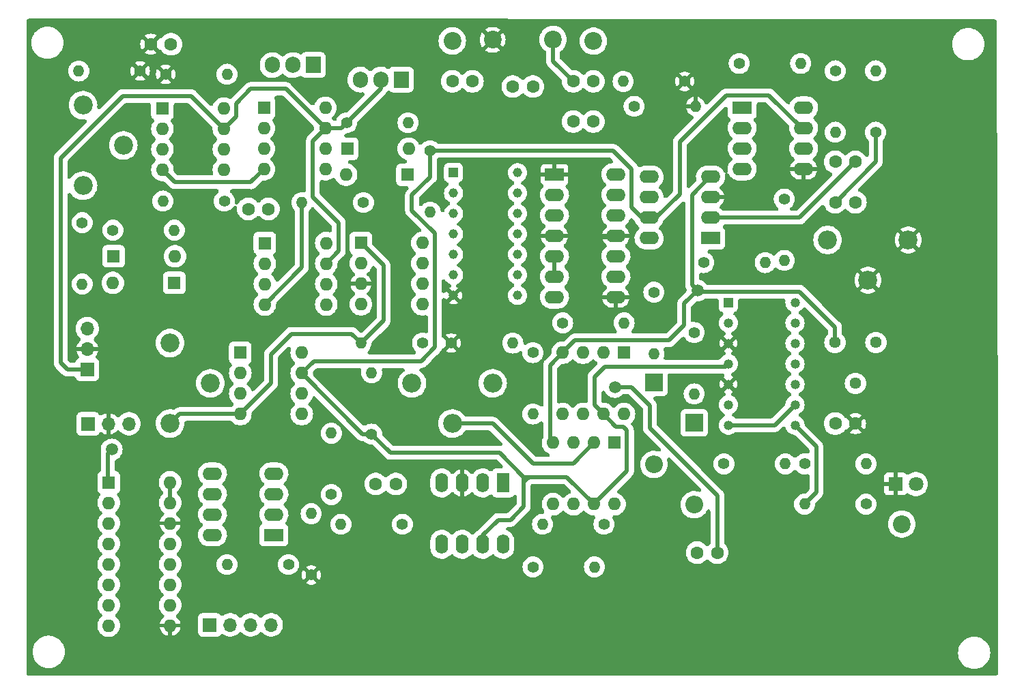
<source format=gbr>
%TF.GenerationSoftware,KiCad,Pcbnew,7.0.10*%
%TF.CreationDate,2024-03-29T17:24:56+05:30*%
%TF.ProjectId,Metal_detector,4d657461-6c5f-4646-9574-6563746f722e,rev?*%
%TF.SameCoordinates,Original*%
%TF.FileFunction,Copper,L2,Bot*%
%TF.FilePolarity,Positive*%
%FSLAX46Y46*%
G04 Gerber Fmt 4.6, Leading zero omitted, Abs format (unit mm)*
G04 Created by KiCad (PCBNEW 7.0.10) date 2024-03-29 17:24:56*
%MOMM*%
%LPD*%
G01*
G04 APERTURE LIST*
%TA.AperFunction,ComponentPad*%
%ADD10C,1.600000*%
%TD*%
%TA.AperFunction,ComponentPad*%
%ADD11R,2.400000X1.600000*%
%TD*%
%TA.AperFunction,ComponentPad*%
%ADD12O,2.400000X1.600000*%
%TD*%
%TA.AperFunction,ComponentPad*%
%ADD13R,1.905000X2.000000*%
%TD*%
%TA.AperFunction,ComponentPad*%
%ADD14O,1.905000X2.000000*%
%TD*%
%TA.AperFunction,ComponentPad*%
%ADD15C,1.400000*%
%TD*%
%TA.AperFunction,ComponentPad*%
%ADD16O,1.400000X1.400000*%
%TD*%
%TA.AperFunction,ComponentPad*%
%ADD17R,1.600000X1.600000*%
%TD*%
%TA.AperFunction,ComponentPad*%
%ADD18O,1.600000X1.600000*%
%TD*%
%TA.AperFunction,ComponentPad*%
%ADD19R,1.700000X1.700000*%
%TD*%
%TA.AperFunction,ComponentPad*%
%ADD20O,1.700000X1.700000*%
%TD*%
%TA.AperFunction,ComponentPad*%
%ADD21R,2.200000X2.200000*%
%TD*%
%TA.AperFunction,ComponentPad*%
%ADD22O,2.200000X2.200000*%
%TD*%
%TA.AperFunction,ComponentPad*%
%ADD23C,2.200000*%
%TD*%
%TA.AperFunction,ComponentPad*%
%ADD24R,1.800000X1.800000*%
%TD*%
%TA.AperFunction,ComponentPad*%
%ADD25C,1.800000*%
%TD*%
%TA.AperFunction,ComponentPad*%
%ADD26R,1.180000X1.180000*%
%TD*%
%TA.AperFunction,ComponentPad*%
%ADD27C,1.180000*%
%TD*%
%TA.AperFunction,ComponentPad*%
%ADD28C,2.340000*%
%TD*%
%TA.AperFunction,ComponentPad*%
%ADD29R,1.600000X2.400000*%
%TD*%
%TA.AperFunction,ComponentPad*%
%ADD30O,1.600000X2.400000*%
%TD*%
%TA.AperFunction,ComponentPad*%
%ADD31R,1.170000X1.170000*%
%TD*%
%TA.AperFunction,ComponentPad*%
%ADD32C,1.170000*%
%TD*%
%TA.AperFunction,ComponentPad*%
%ADD33C,1.440000*%
%TD*%
%TA.AperFunction,ViaPad*%
%ADD34C,1.500000*%
%TD*%
%TA.AperFunction,Conductor*%
%ADD35C,0.500000*%
%TD*%
G04 APERTURE END LIST*
D10*
%TO.P,C11,1*%
%TO.N,Net-(U8-+)*%
X100370000Y-81026000D03*
%TO.P,C11,2*%
%TO.N,Net-(C11-Pad2)*%
X102870000Y-81026000D03*
%TD*%
D11*
%TO.P,IC4,1*%
%TO.N,unconnected-(IC4-Pad1)*%
X102025000Y-41975000D03*
D12*
%TO.P,IC4,2*%
%TO.N,Net-(C2-Pad2)*%
X102025000Y-39435000D03*
%TO.P,IC4,3*%
%TO.N,GND*%
X102025000Y-36895000D03*
%TO.P,IC4,4*%
%TO.N,-5V*%
X102025000Y-34355000D03*
%TO.P,IC4,5*%
%TO.N,unconnected-(IC4-Pad5)*%
X94405000Y-34355000D03*
%TO.P,IC4,6*%
%TO.N,Net-(C3-Pad2)*%
X94405000Y-36895000D03*
%TO.P,IC4,7*%
%TO.N,+5V*%
X94405000Y-39435000D03*
%TO.P,IC4,8*%
%TO.N,unconnected-(IC4-Pad8)*%
X94405000Y-41975000D03*
%TD*%
D13*
%TO.P,Q1,1,G*%
%TO.N,Net-(D1-A)*%
X63652400Y-22270600D03*
D14*
%TO.P,Q1,2,D*%
%TO.N,+12V*%
X61112400Y-22270600D03*
%TO.P,Q1,3,S*%
%TO.N,Net-(Q1-S)*%
X58572400Y-22270600D03*
%TD*%
D15*
%TO.P,R10,1*%
%TO.N,Net-(D7-A)*%
X103690000Y-70000000D03*
D16*
%TO.P,R10,2*%
%TO.N,Net-(R10-Pad2)*%
X111310000Y-70000000D03*
%TD*%
D15*
%TO.P,R7,1*%
%TO.N,Net-(IC1-Pad6)*%
X117500000Y-21190000D03*
D16*
%TO.P,R7,2*%
%TO.N,Net-(C2-Pad1)*%
X117500000Y-28810000D03*
%TD*%
D15*
%TO.P,R31,1*%
%TO.N,GND*%
X31292800Y-21209000D03*
D16*
%TO.P,R31,2*%
%TO.N,Net-(R31-Pad2)*%
X23672800Y-21209000D03*
%TD*%
D17*
%TO.P,U1,1,NULL*%
%TO.N,unconnected-(U1-NULL-Pad1)*%
X46644400Y-25791000D03*
D18*
%TO.P,U1,2,-*%
%TO.N,Net-(Q1-S)*%
X46644400Y-28331000D03*
%TO.P,U1,3,+*%
%TO.N,Vin*%
X46644400Y-30871000D03*
%TO.P,U1,4,V-*%
%TO.N,-12V*%
X46644400Y-33411000D03*
%TO.P,U1,5,NULL*%
%TO.N,unconnected-(U1-NULL-Pad5)*%
X54264400Y-33411000D03*
%TO.P,U1,6*%
%TO.N,Net-(D1-K)*%
X54264400Y-30871000D03*
%TO.P,U1,7,V+*%
%TO.N,+12V*%
X54264400Y-28331000D03*
%TO.P,U1,8,NC*%
%TO.N,unconnected-(U1-NC-Pad8)*%
X54264400Y-25791000D03*
%TD*%
D19*
%TO.P,J6,1,Pin_1*%
%TO.N,+12V*%
X24725000Y-58280000D03*
D20*
%TO.P,J6,2,Pin_2*%
%TO.N,GND*%
X24725000Y-55740000D03*
%TO.P,J6,3,Pin_3*%
%TO.N,-12V*%
X24725000Y-53200000D03*
%TD*%
D21*
%TO.P,D5,1,K*%
%TO.N,Net-(D5-K)*%
X100000000Y-64920000D03*
D22*
%TO.P,D5,2,A*%
%TO.N,Net-(D5-A)*%
X100000000Y-75080000D03*
%TD*%
D15*
%TO.P,R11,1*%
%TO.N,Net-(C3-Pad2)*%
X111175000Y-37115000D03*
D16*
%TO.P,R11,2*%
%TO.N,Net-(R10-Pad2)*%
X111175000Y-44735000D03*
%TD*%
D15*
%TO.P,R35,1*%
%TO.N,Net-(C10-Pad2)*%
X92550000Y-25600000D03*
D16*
%TO.P,R35,2*%
%TO.N,GND*%
X100170000Y-25600000D03*
%TD*%
D15*
%TO.P,R30,1*%
%TO.N,Net-(C6-Pad1)*%
X41732200Y-37363400D03*
D16*
%TO.P,R30,2*%
%TO.N,Net-(U2-+)*%
X34112200Y-37363400D03*
%TD*%
D15*
%TO.P,R33,1*%
%TO.N,Net-(D3-A)*%
X27915000Y-40975000D03*
D16*
%TO.P,R33,2*%
%TO.N,Vin*%
X35535000Y-40975000D03*
%TD*%
D15*
%TO.P,R17,1*%
%TO.N,Net-(IC2-Pad3)*%
X55000000Y-73810000D03*
D16*
%TO.P,R17,2*%
%TO.N,Net-(U7--)*%
X55000000Y-66190000D03*
%TD*%
D10*
%TO.P,C2,1*%
%TO.N,Net-(C2-Pad1)*%
X117500000Y-32500000D03*
%TO.P,C2,2*%
%TO.N,Net-(C2-Pad2)*%
X120000000Y-32500000D03*
%TD*%
D17*
%TO.P,D1,1,K*%
%TO.N,Net-(D1-K)*%
X56972200Y-30861000D03*
D18*
%TO.P,D1,2,A*%
%TO.N,Net-(D1-A)*%
X64592200Y-30861000D03*
%TD*%
D23*
%TO.P,J4,1,Pin_1*%
%TO.N,Net-(J4-Pin_1)*%
X82500000Y-17297400D03*
%TD*%
D11*
%TO.P,IC1,1*%
%TO.N,Net-(IC1-Pad1)*%
X105950000Y-25775000D03*
D12*
%TO.P,IC1,2*%
%TO.N,Net-(C9-Pad2)*%
X105950000Y-28315000D03*
%TO.P,IC1,3*%
%TO.N,Net-(C10-Pad2)*%
X105950000Y-30855000D03*
%TO.P,IC1,4,V-*%
%TO.N,-5V*%
X105950000Y-33395000D03*
%TO.P,IC1,5*%
%TO.N,GND*%
X113570000Y-33395000D03*
%TO.P,IC1,6*%
%TO.N,Net-(IC1-Pad6)*%
X113570000Y-30855000D03*
%TO.P,IC1,7,V+*%
%TO.N,+5V*%
X113570000Y-28315000D03*
%TO.P,IC1,8*%
%TO.N,Net-(IC1-Pad8)*%
X113570000Y-25775000D03*
%TD*%
D23*
%TO.P,J8,1,Pin_1*%
%TO.N,Net-(D6-A)*%
X125750000Y-77475000D03*
%TD*%
D24*
%TO.P,D6,1,K*%
%TO.N,GND*%
X124960000Y-72500000D03*
D25*
%TO.P,D6,2,A*%
%TO.N,Net-(D6-A)*%
X127500000Y-72500000D03*
%TD*%
D10*
%TO.P,C1,1*%
%TO.N,Net-(J4-Pin_1)*%
X77500000Y-23139400D03*
%TO.P,C1,2*%
%TO.N,Net-(J7-Pin_1)*%
X80000000Y-23139400D03*
%TD*%
D15*
%TO.P,R2,1*%
%TO.N,Net-(D2-K)*%
X58978800Y-37541200D03*
D16*
%TO.P,R2,2*%
%TO.N,-12V*%
X51358800Y-37541200D03*
%TD*%
D15*
%TO.P,R28,1*%
%TO.N,+5V*%
X67259200Y-31115000D03*
D16*
%TO.P,R28,2*%
%TO.N,Net-(U60-1A)*%
X67259200Y-38735000D03*
%TD*%
D23*
%TO.P,J2,1,Pin_1*%
%TO.N,GND*%
X75000000Y-17348200D03*
%TD*%
D21*
%TO.P,D7,1,K*%
%TO.N,Net-(D5-A)*%
X95000000Y-59920000D03*
D22*
%TO.P,D7,2,A*%
%TO.N,Net-(D7-A)*%
X95000000Y-70080000D03*
%TD*%
D23*
%TO.P,J3,1,Pin_1*%
%TO.N,Net-(J3-Pin_1)*%
X70000000Y-17475200D03*
%TD*%
D15*
%TO.P,R24,1*%
%TO.N,GND*%
X69880000Y-55000000D03*
D16*
%TO.P,R24,2*%
%TO.N,Net-(U9-+)*%
X77500000Y-55000000D03*
%TD*%
D17*
%TO.P,U11,1,CH0*%
%TO.N,Net-(U11-CH0)*%
X27380000Y-72300000D03*
D18*
%TO.P,U11,2,CH1*%
%TO.N,unconnected-(U11-CH1-Pad2)*%
X27380000Y-74840000D03*
%TO.P,U11,3,CH2*%
%TO.N,unconnected-(U11-CH2-Pad3)*%
X27380000Y-77380000D03*
%TO.P,U11,4,CH3*%
%TO.N,unconnected-(U11-CH3-Pad4)*%
X27380000Y-79920000D03*
%TO.P,U11,5,CH4*%
%TO.N,unconnected-(U11-CH4-Pad5)*%
X27380000Y-82460000D03*
%TO.P,U11,6,CH5*%
%TO.N,unconnected-(U11-CH5-Pad6)*%
X27380000Y-85000000D03*
%TO.P,U11,7,CH6*%
%TO.N,unconnected-(U11-CH6-Pad7)*%
X27380000Y-87540000D03*
%TO.P,U11,8,CH7*%
%TO.N,unconnected-(U11-CH7-Pad8)*%
X27380000Y-90080000D03*
%TO.P,U11,9,DGND*%
%TO.N,GND*%
X35000000Y-90080000D03*
%TO.P,U11,10,~{CS}/SHDN*%
%TO.N,Net-(J1-Pin_1)*%
X35000000Y-87540000D03*
%TO.P,U11,11,Din*%
%TO.N,Net-(J1-Pin_2)*%
X35000000Y-85000000D03*
%TO.P,U11,12,Dout*%
%TO.N,Net-(J1-Pin_3)*%
X35000000Y-82460000D03*
%TO.P,U11,13,CLK*%
%TO.N,Net-(J1-Pin_4)*%
X35000000Y-79920000D03*
%TO.P,U11,14,AGND*%
%TO.N,GND*%
X35000000Y-77380000D03*
%TO.P,U11,15,Vref*%
%TO.N,+5V*%
X35000000Y-74840000D03*
%TO.P,U11,16,Vdd*%
X35000000Y-72300000D03*
%TD*%
D13*
%TO.P,Q2,1,G*%
%TO.N,Net-(D2-K)*%
X52755800Y-20472400D03*
D14*
%TO.P,Q2,2,D*%
%TO.N,-12V*%
X50215800Y-20472400D03*
%TO.P,Q2,3,S*%
%TO.N,Net-(Q1-S)*%
X47675800Y-20472400D03*
%TD*%
D23*
%TO.P,J7,1,Pin_1*%
%TO.N,Net-(J7-Pin_1)*%
X87500000Y-17500000D03*
%TD*%
D15*
%TO.P,R12,1*%
%TO.N,Net-(R10-Pad2)*%
X113690000Y-70000000D03*
D16*
%TO.P,R12,2*%
%TO.N,Net-(C4-Pad2)*%
X121310000Y-70000000D03*
%TD*%
D15*
%TO.P,R3,1*%
%TO.N,GND*%
X98810000Y-22500000D03*
D16*
%TO.P,R3,2*%
%TO.N,Net-(C9-Pad2)*%
X91190000Y-22500000D03*
%TD*%
D10*
%TO.P,C6,1*%
%TO.N,Net-(C6-Pad1)*%
X44698600Y-38354000D03*
%TO.P,C6,2*%
%TO.N,Vin*%
X47198600Y-38354000D03*
%TD*%
D15*
%TO.P,R9,1*%
%TO.N,Net-(D6-A)*%
X121310000Y-75000000D03*
D16*
%TO.P,R9,2*%
%TO.N,Net-(R9-Pad2)*%
X113690000Y-75000000D03*
%TD*%
D17*
%TO.P,U2,1,NULL*%
%TO.N,unconnected-(U2-NULL-Pad1)*%
X34046000Y-25867200D03*
D18*
%TO.P,U2,2,-*%
%TO.N,Net-(U2--)*%
X34046000Y-28407200D03*
%TO.P,U2,3,+*%
%TO.N,Net-(U2-+)*%
X34046000Y-30947200D03*
%TO.P,U2,4,V-*%
%TO.N,-12V*%
X34046000Y-33487200D03*
%TO.P,U2,5,NULL*%
%TO.N,unconnected-(U2-NULL-Pad5)*%
X41666000Y-33487200D03*
%TO.P,U2,6*%
%TO.N,Vin*%
X41666000Y-30947200D03*
%TO.P,U2,7,V+*%
%TO.N,+12V*%
X41666000Y-28407200D03*
%TO.P,U2,8,NC*%
%TO.N,unconnected-(U2-NC-Pad8)*%
X41666000Y-25867200D03*
%TD*%
D11*
%TO.P,IC2,1*%
%TO.N,unconnected-(IC2-Pad1)*%
X47875000Y-78850000D03*
D12*
%TO.P,IC2,2*%
%TO.N,Net-(IC2-Pad2)*%
X47875000Y-76310000D03*
%TO.P,IC2,3*%
%TO.N,Net-(IC2-Pad3)*%
X47875000Y-73770000D03*
%TO.P,IC2,4*%
%TO.N,-5V*%
X47875000Y-71230000D03*
%TO.P,IC2,5*%
%TO.N,unconnected-(IC2-Pad5)*%
X40255000Y-71230000D03*
%TO.P,IC2,6*%
%TO.N,Net-(U11-CH0)*%
X40255000Y-73770000D03*
%TO.P,IC2,7*%
%TO.N,+5V*%
X40255000Y-76310000D03*
%TO.P,IC2,8*%
%TO.N,unconnected-(IC2-Pad8)*%
X40255000Y-78850000D03*
%TD*%
D19*
%TO.P,J1,1,Pin_1*%
%TO.N,Net-(J1-Pin_1)*%
X39920000Y-90000000D03*
D20*
%TO.P,J1,2,Pin_2*%
%TO.N,Net-(J1-Pin_2)*%
X42460000Y-90000000D03*
%TO.P,J1,3,Pin_3*%
%TO.N,Net-(J1-Pin_3)*%
X45000000Y-90000000D03*
%TO.P,J1,4,Pin_4*%
%TO.N,Net-(J1-Pin_4)*%
X47540000Y-90000000D03*
%TD*%
D17*
%TO.P,U7,1,NULL*%
%TO.N,unconnected-(U7-NULL-Pad1)*%
X43700000Y-56200000D03*
D18*
%TO.P,U7,2,-*%
%TO.N,Net-(U7--)*%
X43700000Y-58740000D03*
%TO.P,U7,3,+*%
%TO.N,Net-(U7-+)*%
X43700000Y-61280000D03*
%TO.P,U7,4,V-*%
%TO.N,-5V*%
X43700000Y-63820000D03*
%TO.P,U7,5,NULL*%
%TO.N,unconnected-(U7-NULL-Pad5)*%
X51320000Y-63820000D03*
%TO.P,U7,6*%
%TO.N,Net-(U7--)*%
X51320000Y-61280000D03*
%TO.P,U7,7,V+*%
%TO.N,+5V*%
X51320000Y-58740000D03*
%TO.P,U7,8,NC*%
%TO.N,unconnected-(U7-NC-Pad8)*%
X51320000Y-56200000D03*
%TD*%
D15*
%TO.P,R50,1*%
%TO.N,GND*%
X52500000Y-83810000D03*
D16*
%TO.P,R50,2*%
%TO.N,Net-(IC2-Pad2)*%
X52500000Y-76190000D03*
%TD*%
D10*
%TO.P,C4,1*%
%TO.N,GND*%
X120000000Y-65000000D03*
%TO.P,C4,2*%
%TO.N,Net-(C4-Pad2)*%
X117500000Y-65000000D03*
%TD*%
D17*
%TO.P,U10,1,NULL*%
%TO.N,unconnected-(U10-NULL-Pad1)*%
X46746000Y-42580400D03*
D18*
%TO.P,U10,2,-*%
%TO.N,Net-(U10--)*%
X46746000Y-45120400D03*
%TO.P,U10,3,+*%
%TO.N,Vin*%
X46746000Y-47660400D03*
%TO.P,U10,4,V-*%
%TO.N,-12V*%
X46746000Y-50200400D03*
%TO.P,U10,5,NULL*%
%TO.N,unconnected-(U10-NULL-Pad5)*%
X54366000Y-50200400D03*
%TO.P,U10,6*%
%TO.N,Net-(U10--)*%
X54366000Y-47660400D03*
%TO.P,U10,7,V+*%
%TO.N,+12V*%
X54366000Y-45120400D03*
%TO.P,U10,8,NC*%
%TO.N,unconnected-(U10-NC-Pad8)*%
X54366000Y-42580400D03*
%TD*%
D15*
%TO.P,R26,1*%
%TO.N,Net-(IC5B-B)*%
X83690000Y-52500000D03*
D16*
%TO.P,R26,2*%
%TO.N,Net-(U9-+)*%
X91310000Y-52500000D03*
%TD*%
D15*
%TO.P,R20,1*%
%TO.N,Net-(C5-Pad1)*%
X80010000Y-82804000D03*
D16*
%TO.P,R20,2*%
%TO.N,Net-(C5-Pad2)*%
X87630000Y-82804000D03*
%TD*%
D10*
%TO.P,C3,1*%
%TO.N,Net-(C2-Pad1)*%
X120000000Y-37500000D03*
%TO.P,C3,2*%
%TO.N,Net-(C3-Pad2)*%
X117500000Y-37500000D03*
%TD*%
D17*
%TO.P,D4,1,K*%
%TO.N,Net-(D3-A)*%
X27990000Y-44225000D03*
D18*
%TO.P,D4,2,A*%
%TO.N,Vin*%
X35610000Y-44225000D03*
%TD*%
D10*
%TO.P,C8,1*%
%TO.N,Net-(Q1-S)*%
X70000000Y-22500000D03*
%TO.P,C8,2*%
%TO.N,Net-(J3-Pin_1)*%
X72500000Y-22500000D03*
%TD*%
D26*
%TO.P,U3,1*%
%TO.N,Net-(D5-A)*%
X104245000Y-49960000D03*
D27*
%TO.P,U3,2*%
%TO.N,Net-(D5-K)*%
X104245000Y-52500000D03*
%TO.P,U3,3*%
%TO.N,GND*%
X104245000Y-55040000D03*
%TO.P,U3,4*%
%TO.N,+5V*%
X104245000Y-57580000D03*
%TO.P,U3,5*%
%TO.N,GND*%
X104245000Y-60120000D03*
%TO.P,U3,6*%
%TO.N,Net-(R10-Pad2)*%
X104245000Y-62660000D03*
%TO.P,U3,7*%
%TO.N,Net-(C4-Pad2)*%
X104245000Y-65200000D03*
%TO.P,U3,8*%
%TO.N,Net-(R9-Pad2)*%
X112500000Y-65200000D03*
%TO.P,U3,9*%
%TO.N,Net-(C4-Pad2)*%
X112500000Y-62660000D03*
%TO.P,U3,10*%
%TO.N,Net-(RV2-Pad2)*%
X112500000Y-60120000D03*
%TO.P,U3,11*%
%TO.N,-5V*%
X112500000Y-57580000D03*
%TO.P,U3,12*%
%TO.N,N/C*%
X112500000Y-55040000D03*
%TO.P,U3,13*%
X112500000Y-52500000D03*
%TO.P,U3,14*%
X112500000Y-49960000D03*
%TD*%
D28*
%TO.P,RV3,1,1*%
%TO.N,+5V*%
X35000000Y-55000000D03*
%TO.P,RV3,2,2*%
%TO.N,Net-(U7-+)*%
X40000000Y-60000000D03*
%TO.P,RV3,3,3*%
%TO.N,-5V*%
X35000000Y-65000000D03*
%TD*%
D15*
%TO.P,R6,1*%
%TO.N,Net-(D5-K)*%
X100000000Y-53690000D03*
D16*
%TO.P,R6,2*%
%TO.N,Net-(D7-A)*%
X100000000Y-61310000D03*
%TD*%
D15*
%TO.P,R27,1*%
%TO.N,Net-(IC5D-B)*%
X95000000Y-48690000D03*
D16*
%TO.P,R27,2*%
%TO.N,Net-(U9--)*%
X95000000Y-56310000D03*
%TD*%
D15*
%TO.P,R5,1*%
%TO.N,Net-(C3-Pad2)*%
X101190000Y-45000000D03*
D16*
%TO.P,R5,2*%
%TO.N,Net-(D5-K)*%
X108810000Y-45000000D03*
%TD*%
D15*
%TO.P,R21,1*%
%TO.N,Net-(R21-Pad1)*%
X88810000Y-77500000D03*
D16*
%TO.P,R21,2*%
%TO.N,Net-(C5-Pad2)*%
X81190000Y-77500000D03*
%TD*%
D15*
%TO.P,R29,1*%
%TO.N,GND*%
X34442400Y-21615400D03*
D16*
%TO.P,R29,2*%
%TO.N,Net-(U2-+)*%
X42062400Y-21615400D03*
%TD*%
D28*
%TO.P,RV5,1,1*%
%TO.N,Net-(R31-Pad2)*%
X24195400Y-25454600D03*
%TO.P,RV5,2,2*%
%TO.N,Net-(U2--)*%
X29195400Y-30454600D03*
%TO.P,RV5,3,3*%
%TO.N,Net-(R32-Pad1)*%
X24195400Y-35454600D03*
%TD*%
D15*
%TO.P,R23,1*%
%TO.N,Net-(R23-Pad1)*%
X66310000Y-55000000D03*
D16*
%TO.P,R23,2*%
%TO.N,-5V*%
X58690000Y-55000000D03*
%TD*%
D29*
%TO.P,IC3,1*%
%TO.N,unconnected-(IC3-Pad1)*%
X76300000Y-72375000D03*
D30*
%TO.P,IC3,2*%
%TO.N,Net-(C5-Pad2)*%
X73760000Y-72375000D03*
%TO.P,IC3,3*%
%TO.N,GND*%
X71220000Y-72375000D03*
%TO.P,IC3,4*%
%TO.N,-5V*%
X68680000Y-72375000D03*
%TO.P,IC3,5*%
%TO.N,unconnected-(IC3-Pad5)*%
X68680000Y-79995000D03*
%TO.P,IC3,6*%
%TO.N,Net-(C5-Pad1)*%
X71220000Y-79995000D03*
%TO.P,IC3,7*%
%TO.N,+5V*%
X73760000Y-79995000D03*
%TO.P,IC3,8*%
%TO.N,unconnected-(IC3-Pad8)*%
X76300000Y-79995000D03*
%TD*%
D10*
%TO.P,C10,1*%
%TO.N,Net-(J7-Pin_1)*%
X85000000Y-27500000D03*
%TO.P,C10,2*%
%TO.N,Net-(C10-Pad2)*%
X87500000Y-27500000D03*
%TD*%
D28*
%TO.P,RV4,1,1*%
%TO.N,Net-(R22-Pad2)*%
X75000000Y-60000000D03*
%TO.P,RV4,2,2*%
%TO.N,Net-(U8--)*%
X70000000Y-65000000D03*
%TO.P,RV4,3,3*%
%TO.N,Net-(R23-Pad1)*%
X65000000Y-60000000D03*
%TD*%
D15*
%TO.P,R22,1*%
%TO.N,+5V*%
X60000000Y-66310000D03*
D16*
%TO.P,R22,2*%
%TO.N,Net-(R22-Pad2)*%
X60000000Y-58690000D03*
%TD*%
D15*
%TO.P,R8,1*%
%TO.N,Net-(C3-Pad2)*%
X122500000Y-28810000D03*
D16*
%TO.P,R8,2*%
%TO.N,Net-(C2-Pad2)*%
X122500000Y-21190000D03*
%TD*%
D31*
%TO.P,U60,1,1A*%
%TO.N,Net-(U60-1A)*%
X70156500Y-33832800D03*
D32*
%TO.P,U60,2,1Y*%
%TO.N,Net-(IC5B-C)*%
X70156500Y-36372800D03*
%TO.P,U60,3,2A*%
%TO.N,Net-(U60-1A)*%
X70156500Y-38912800D03*
%TO.P,U60,4,2Y*%
%TO.N,Net-(U60-2Y)*%
X70156500Y-41452800D03*
%TO.P,U60,5,3A*%
X70156500Y-43992800D03*
%TO.P,U60,6,3Y*%
%TO.N,Net-(IC5C-C)*%
X70156500Y-46532800D03*
%TO.P,U60,7,GND*%
%TO.N,GND*%
X70156500Y-49072800D03*
%TO.P,U60,8,4Y*%
%TO.N,unconnected-(U60-4Y-Pad8)*%
X78096500Y-49072800D03*
%TO.P,U60,9,4A*%
%TO.N,unconnected-(U60-4A-Pad9)*%
X78096500Y-46532800D03*
%TO.P,U60,10,5Y*%
%TO.N,unconnected-(U60-5Y-Pad10)*%
X78096500Y-43992800D03*
%TO.P,U60,11,5A*%
%TO.N,unconnected-(U60-5A-Pad11)*%
X78096500Y-41452800D03*
%TO.P,U60,12,6Y*%
%TO.N,unconnected-(U60-6Y-Pad12)*%
X78096500Y-38912800D03*
%TO.P,U60,13,6A*%
%TO.N,unconnected-(U60-6A-Pad13)*%
X78096500Y-36372800D03*
%TO.P,U60,14,VCC*%
%TO.N,Net-(U60-VCC)*%
X78096500Y-33832800D03*
%TD*%
D15*
%TO.P,R19,1*%
%TO.N,Net-(IC2-Pad2)*%
X49682400Y-82500000D03*
D16*
%TO.P,R19,2*%
%TO.N,Net-(U11-CH0)*%
X42062400Y-82500000D03*
%TD*%
D15*
%TO.P,R32,1*%
%TO.N,Net-(R32-Pad1)*%
X24100000Y-40040000D03*
D16*
%TO.P,R32,2*%
%TO.N,Net-(D3-A)*%
X24100000Y-47660000D03*
%TD*%
D15*
%TO.P,R4,1*%
%TO.N,Net-(IC1-Pad1)*%
X105590000Y-20275000D03*
D16*
%TO.P,R4,2*%
%TO.N,Net-(IC1-Pad8)*%
X113210000Y-20275000D03*
%TD*%
D15*
%TO.P,R1,1*%
%TO.N,+12V*%
X56896000Y-27635200D03*
D16*
%TO.P,R1,2*%
%TO.N,Net-(D1-A)*%
X64516000Y-27635200D03*
%TD*%
D15*
%TO.P,R25,1*%
%TO.N,Net-(U9--)*%
X80000000Y-56190000D03*
D16*
%TO.P,R25,2*%
%TO.N,Net-(C11-Pad2)*%
X80000000Y-63810000D03*
%TD*%
D17*
%TO.P,D2,1,K*%
%TO.N,Net-(D2-K)*%
X64439800Y-34086800D03*
D18*
%TO.P,D2,2,A*%
%TO.N,Net-(D1-K)*%
X56819800Y-34086800D03*
%TD*%
D10*
%TO.P,C9,1*%
%TO.N,Net-(J4-Pin_1)*%
X85000000Y-22500000D03*
%TO.P,C9,2*%
%TO.N,Net-(C9-Pad2)*%
X87500000Y-22500000D03*
%TD*%
D11*
%TO.P,IC5,1,A*%
%TO.N,GND*%
X82675000Y-34075000D03*
D12*
%TO.P,IC5,2,B*%
%TO.N,Net-(IC5B-B)*%
X82675000Y-36615000D03*
%TO.P,IC5,3,B*%
X82675000Y-39155000D03*
%TO.P,IC5,4,A*%
%TO.N,GND*%
X82675000Y-41695000D03*
%TO.P,IC5,5,C*%
%TO.N,Net-(IC5C-C)*%
X82675000Y-44235000D03*
%TO.P,IC5,6,C*%
X82675000Y-46775000D03*
%TO.P,IC5,7*%
%TO.N,-12V*%
X82675000Y-49315000D03*
%TO.P,IC5,8,A*%
%TO.N,GND*%
X90295000Y-49315000D03*
%TO.P,IC5,9,B*%
%TO.N,Net-(IC5D-B)*%
X90295000Y-46775000D03*
%TO.P,IC5,10,B*%
X90295000Y-44235000D03*
%TO.P,IC5,11,A*%
%TO.N,GND*%
X90295000Y-41695000D03*
%TO.P,IC5,12,C*%
%TO.N,Net-(IC5B-C)*%
X90295000Y-39155000D03*
%TO.P,IC5,13,C*%
X90295000Y-36615000D03*
%TO.P,IC5,14*%
%TO.N,+12V*%
X90295000Y-34075000D03*
%TD*%
D18*
%TO.P,U8,8,BAL2*%
%TO.N,unconnected-(U8-BAL2-Pad8)*%
X90120000Y-75000000D03*
%TO.P,U8,7,V+*%
%TO.N,+5V*%
X87580000Y-75000000D03*
%TO.P,U8,6*%
%TO.N,Net-(R21-Pad1)*%
X85040000Y-75000000D03*
%TO.P,U8,5,BAL3*%
%TO.N,unconnected-(U8-BAL3-Pad5)*%
X82500000Y-75000000D03*
%TO.P,U8,4,V-*%
%TO.N,-5V*%
X82500000Y-67380000D03*
%TO.P,U8,3,+*%
%TO.N,Net-(U8-+)*%
X85040000Y-67380000D03*
%TO.P,U8,2,-*%
%TO.N,Net-(U8--)*%
X87580000Y-67380000D03*
D17*
%TO.P,U8,1,BAL1*%
%TO.N,unconnected-(U8-BAL1-Pad1)*%
X90120000Y-67380000D03*
%TD*%
D19*
%TO.P,J5,1,Pin_1*%
%TO.N,+5V*%
X24820000Y-65025000D03*
D20*
%TO.P,J5,2,Pin_2*%
%TO.N,GND*%
X27360000Y-65025000D03*
%TO.P,J5,3,Pin_3*%
%TO.N,-5V*%
X29900000Y-65025000D03*
%TD*%
D33*
%TO.P,RV2,1,1*%
%TO.N,-5V*%
X117460000Y-54920000D03*
%TO.P,RV2,2,2*%
%TO.N,Net-(RV2-Pad2)*%
X120000000Y-60000000D03*
%TO.P,RV2,3,3*%
%TO.N,+5V*%
X122540000Y-54920000D03*
%TD*%
D17*
%TO.P,U9,1,NULL*%
%TO.N,unconnected-(U9-NULL-Pad1)*%
X91300000Y-56200000D03*
D18*
%TO.P,U9,2,-*%
%TO.N,Net-(U9--)*%
X88760000Y-56200000D03*
%TO.P,U9,3,+*%
%TO.N,Net-(U9-+)*%
X86220000Y-56200000D03*
%TO.P,U9,4,V-*%
%TO.N,-5V*%
X83680000Y-56200000D03*
%TO.P,U9,5,NULL*%
%TO.N,unconnected-(U9-NULL-Pad5)*%
X83680000Y-63820000D03*
%TO.P,U9,6*%
%TO.N,Net-(C11-Pad2)*%
X86220000Y-63820000D03*
%TO.P,U9,7,V+*%
%TO.N,+5V*%
X88760000Y-63820000D03*
%TO.P,U9,8,NC*%
%TO.N,unconnected-(U9-NC-Pad8)*%
X91300000Y-63820000D03*
%TD*%
D17*
%TO.P,D3,1,K*%
%TO.N,Vin*%
X35515000Y-47525000D03*
D18*
%TO.P,D3,2,A*%
%TO.N,Net-(D3-A)*%
X27895000Y-47525000D03*
%TD*%
D28*
%TO.P,RV1,1,1*%
%TO.N,GND*%
X126550000Y-42200000D03*
%TO.P,RV1,2,2*%
X121550000Y-47200000D03*
%TO.P,RV1,3,3*%
%TO.N,Net-(C2-Pad1)*%
X116550000Y-42200000D03*
%TD*%
D10*
%TO.P,C7,1*%
%TO.N,Net-(U2-+)*%
X35108200Y-17881600D03*
%TO.P,C7,2*%
%TO.N,GND*%
X32608200Y-17881600D03*
%TD*%
D17*
%TO.P,U50,1,GND*%
%TO.N,-5V*%
X58674000Y-42570400D03*
D18*
%TO.P,U50,2,+*%
%TO.N,Net-(U10--)*%
X58674000Y-45110400D03*
%TO.P,U50,3,-*%
%TO.N,GND*%
X58674000Y-47650400D03*
%TO.P,U50,4,V-*%
%TO.N,-12V*%
X58674000Y-50190400D03*
%TO.P,U50,5,BAL*%
%TO.N,unconnected-(U50-BAL-Pad5)*%
X66294000Y-50190400D03*
%TO.P,U50,6,STRB*%
%TO.N,unconnected-(U50-STRB-Pad6)*%
X66294000Y-47650400D03*
%TO.P,U50,7*%
%TO.N,Net-(U60-1A)*%
X66294000Y-45110400D03*
%TO.P,U50,8,V+*%
%TO.N,+12V*%
X66294000Y-42570400D03*
%TD*%
D15*
%TO.P,R18,1*%
%TO.N,Net-(C5-Pad1)*%
X63810000Y-77500000D03*
D16*
%TO.P,R18,2*%
%TO.N,Net-(IC2-Pad3)*%
X56190000Y-77500000D03*
%TD*%
D10*
%TO.P,C5,1*%
%TO.N,Net-(C5-Pad1)*%
X60500000Y-72500000D03*
%TO.P,C5,2*%
%TO.N,Net-(C5-Pad2)*%
X63000000Y-72500000D03*
%TD*%
D34*
%TO.N,GND*%
X118287800Y-50622200D03*
X42494200Y-45440600D03*
X63423800Y-46380400D03*
X63601600Y-50444400D03*
X75107800Y-47167800D03*
X22860000Y-74168000D03*
X36830000Y-68681600D03*
X51765200Y-67005200D03*
X43891200Y-67792600D03*
X105638600Y-73228200D03*
X92862400Y-78130400D03*
X56083200Y-59334400D03*
X74320400Y-57200800D03*
X70789800Y-57531000D03*
X84709000Y-60147200D03*
X106400600Y-53644800D03*
X106426000Y-56438800D03*
X110312200Y-54533800D03*
X109397800Y-60782200D03*
X97485200Y-46863000D03*
X93980000Y-45262800D03*
X126441200Y-25425400D03*
X126517400Y-31800800D03*
X124917200Y-36906200D03*
X133248400Y-45643800D03*
X126949200Y-51104800D03*
X128701800Y-55499000D03*
X127558800Y-65836800D03*
X119735600Y-82550000D03*
X111404400Y-80340200D03*
X106629200Y-77038200D03*
X93294200Y-82575400D03*
X74498200Y-85674200D03*
X56235600Y-87198200D03*
X61950600Y-84582000D03*
X41198800Y-94919800D03*
X47218600Y-94767400D03*
X51993800Y-93903800D03*
X56692800Y-93599000D03*
X60477400Y-91287600D03*
X65836800Y-89738200D03*
X71841698Y-90343103D03*
X78314532Y-90343103D03*
X84632800Y-90347800D03*
X91337258Y-90343103D03*
X95961200Y-89484200D03*
X102819200Y-88874600D03*
X110216358Y-89341355D03*
X116459000Y-88188800D03*
X125247400Y-88138000D03*
X132867400Y-83388200D03*
X134848600Y-80848200D03*
X134493000Y-72288400D03*
X134594600Y-65938400D03*
X134264400Y-59461400D03*
X134950200Y-51612800D03*
X134605479Y-39927493D03*
X134594600Y-36118800D03*
X134035800Y-29743400D03*
X131953000Y-25247600D03*
X129641600Y-21894800D03*
X126517400Y-17729200D03*
X118999000Y-16916400D03*
X114274600Y-16357600D03*
X108839000Y-16230600D03*
X101320600Y-17145000D03*
X93573600Y-16687800D03*
X93649800Y-30530800D03*
X50622200Y-32486600D03*
X38252400Y-31496000D03*
X40259000Y-49707800D03*
X40081200Y-43256200D03*
X30099000Y-53416200D03*
X31496000Y-60502800D03*
X31191200Y-88874600D03*
X30937200Y-85902800D03*
X31180000Y-81175000D03*
X34696400Y-94411800D03*
X29438600Y-95377000D03*
X24841200Y-93268800D03*
X22758400Y-86868000D03*
X19786600Y-82346800D03*
X19431000Y-77724000D03*
X19710400Y-69900800D03*
X19456400Y-63830200D03*
X19456400Y-56489600D03*
X18643600Y-49555400D03*
X18643600Y-42621200D03*
X19100800Y-35179000D03*
X19729974Y-28244363D03*
X19481800Y-24104600D03*
X26289000Y-17576800D03*
X29718000Y-16052800D03*
X37490400Y-15951200D03*
X52552600Y-16332200D03*
X42037000Y-16662400D03*
X46482000Y-16230600D03*
X59563000Y-17094200D03*
X64211200Y-17780000D03*
X67335400Y-27432000D03*
X72745600Y-27533600D03*
X77368400Y-27609800D03*
X73812400Y-43611800D03*
X73888600Y-37134800D03*
%TO.N,Net-(C11-Pad2)*%
X90170000Y-60452000D03*
%TO.N,GND*%
X106700000Y-62625000D03*
X86275000Y-41875000D03*
X109950000Y-30400000D03*
X105375000Y-37025000D03*
X56500000Y-48950000D03*
X32525000Y-77450000D03*
X124775000Y-69150000D03*
X80060800Y-42900600D03*
X28150000Y-55950000D03*
%TO.N,-5V*%
X100400000Y-48460000D03*
%TO.N,Net-(U11-CH0)*%
X27750000Y-68225000D03*
%TD*%
D35*
%TO.N,+12V*%
X29124400Y-24317200D02*
X37576000Y-24317200D01*
X21412200Y-57429400D02*
X21412200Y-32029400D01*
X24725000Y-58280000D02*
X22262800Y-58280000D01*
X22262800Y-58280000D02*
X21412200Y-57429400D01*
X21412200Y-32029400D02*
X29124400Y-24317200D01*
X37576000Y-24317200D02*
X41666000Y-28407200D01*
%TO.N,+5V*%
X109275000Y-24225000D02*
X113365000Y-28315000D01*
X98196400Y-30028600D02*
X104000000Y-24225000D01*
X98196400Y-36543600D02*
X98196400Y-30028600D01*
X95305000Y-39435000D02*
X98196400Y-36543600D01*
X94405000Y-39435000D02*
X95305000Y-39435000D01*
X104000000Y-24225000D02*
X109275000Y-24225000D01*
X113365000Y-28315000D02*
X113570000Y-28315000D01*
%TO.N,Net-(IC5C-C)*%
X82675000Y-46775000D02*
X82675000Y-44235000D01*
%TO.N,Net-(J4-Pin_1)*%
X82500000Y-20000000D02*
X85000000Y-22500000D01*
X82500000Y-17297400D02*
X82500000Y-20000000D01*
%TO.N,-5V*%
X47500000Y-60020000D02*
X43700000Y-63820000D01*
X47500000Y-56386000D02*
X47500000Y-60020000D01*
X50038000Y-53848000D02*
X47500000Y-56386000D01*
X58690000Y-55000000D02*
X57538000Y-53848000D01*
X57538000Y-53848000D02*
X50038000Y-53848000D01*
X61468000Y-52222000D02*
X58690000Y-55000000D01*
X61468000Y-45364400D02*
X61468000Y-52222000D01*
X58674000Y-42570400D02*
X61468000Y-45364400D01*
%TO.N,Net-(C11-Pad2)*%
X94488000Y-63246000D02*
X94488000Y-62738000D01*
X94488000Y-65532000D02*
X94488000Y-63246000D01*
X94488000Y-62738000D02*
X93726000Y-61976000D01*
X100330000Y-71374000D02*
X94488000Y-65532000D01*
X92202000Y-60452000D02*
X90170000Y-60452000D01*
X102870000Y-73914000D02*
X100330000Y-71374000D01*
X93726000Y-61976000D02*
X92202000Y-60452000D01*
X102870000Y-81026000D02*
X102870000Y-73914000D01*
%TO.N,+5V*%
X103913000Y-57912000D02*
X104245000Y-57580000D01*
X87630000Y-62690000D02*
X87630000Y-59182000D01*
X87630000Y-59182000D02*
X88900000Y-57912000D01*
X88760000Y-63820000D02*
X87630000Y-62690000D01*
X88900000Y-57912000D02*
X103913000Y-57912000D01*
X78875000Y-72252000D02*
X79502000Y-71625000D01*
X79502000Y-71625000D02*
X78875000Y-71625000D01*
X84205000Y-71625000D02*
X79502000Y-71625000D01*
X78875000Y-72390000D02*
X78875000Y-75303000D01*
X78875000Y-71625000D02*
X78875000Y-72390000D01*
X78875000Y-72390000D02*
X78875000Y-72252000D01*
X73760000Y-78894000D02*
X73760000Y-79995000D01*
X75692000Y-76962000D02*
X73760000Y-78894000D01*
X77216000Y-76962000D02*
X75692000Y-76962000D01*
X78875000Y-75303000D02*
X77216000Y-76962000D01*
%TO.N,Net-(C3-Pad2)*%
X122500000Y-32500000D02*
X117500000Y-37500000D01*
%TO.N,Net-(C2-Pad2)*%
X102025000Y-39435000D02*
X113065000Y-39435000D01*
X113065000Y-39435000D02*
X120000000Y-32500000D01*
%TO.N,Net-(C3-Pad2)*%
X122500000Y-28810000D02*
X122500000Y-32500000D01*
%TO.N,GND*%
X82675000Y-41695000D02*
X86095000Y-41695000D01*
X86275000Y-41875000D02*
X90115000Y-41875000D01*
X86095000Y-41695000D02*
X86275000Y-41875000D01*
X106700000Y-62625000D02*
X106700000Y-62575000D01*
X90115000Y-41875000D02*
X90295000Y-41695000D01*
X106700000Y-62575000D02*
X104245000Y-60120000D01*
%TO.N,-5V*%
X100400000Y-48460000D02*
X100560000Y-48620000D01*
X82130000Y-67010000D02*
X82500000Y-67380000D01*
X99740000Y-36587969D02*
X101972969Y-34355000D01*
X117460000Y-53024953D02*
X117460000Y-54920000D01*
X85230000Y-54650000D02*
X83680000Y-56200000D01*
X98750000Y-52775000D02*
X96875000Y-54650000D01*
X43700000Y-63820000D02*
X36180000Y-63820000D01*
X99740000Y-47800000D02*
X99740000Y-36587969D01*
X101972969Y-34355000D02*
X102025000Y-34355000D01*
X100400000Y-48460000D02*
X98750000Y-50110000D01*
X98750000Y-50110000D02*
X98750000Y-52775000D01*
X36180000Y-63820000D02*
X35000000Y-65000000D01*
X83680000Y-56200000D02*
X82130000Y-57750000D01*
X113055047Y-48620000D02*
X117460000Y-53024953D01*
X100560000Y-48620000D02*
X113055047Y-48620000D01*
X82130000Y-57750000D02*
X82130000Y-67010000D01*
X96875000Y-54650000D02*
X85230000Y-54650000D01*
X100400000Y-48460000D02*
X99740000Y-47800000D01*
%TO.N,+5V*%
X88760000Y-63820000D02*
X90310000Y-65370000D01*
X58890000Y-66310000D02*
X51320000Y-58740000D01*
X93505000Y-39435000D02*
X92245000Y-38175000D01*
X67844000Y-55516610D02*
X66120610Y-57240000D01*
X91670000Y-65830000D02*
X91670000Y-70910000D01*
X91670000Y-70910000D02*
X87580000Y-75000000D01*
X52820000Y-57240000D02*
X66120610Y-57240000D01*
X92245000Y-38175000D02*
X92245000Y-33420000D01*
X122420000Y-54920000D02*
X122540000Y-54920000D01*
X62315000Y-68625000D02*
X60000000Y-66310000D01*
X75875000Y-68625000D02*
X62315000Y-68625000D01*
X78875000Y-71625000D02*
X75875000Y-68625000D01*
X67259200Y-34367400D02*
X65000000Y-36626600D01*
X67259200Y-31115000D02*
X67259200Y-34367400D01*
X66120610Y-57240000D02*
X67760000Y-55600610D01*
X65000000Y-38526410D02*
X67844000Y-41370410D01*
X94405000Y-39435000D02*
X93505000Y-39435000D01*
X51320000Y-58740000D02*
X52820000Y-57240000D01*
X67844000Y-41370410D02*
X67844000Y-55516610D01*
X87580000Y-75000000D02*
X84205000Y-71625000D01*
X60000000Y-66310000D02*
X58890000Y-66310000D01*
X65000000Y-36626600D02*
X65000000Y-38526410D01*
X35000000Y-72300000D02*
X35000000Y-74840000D01*
X90310000Y-65370000D02*
X91210000Y-65370000D01*
X92245000Y-33420000D02*
X89940000Y-31115000D01*
X91210000Y-65370000D02*
X91670000Y-65830000D01*
X89940000Y-31115000D02*
X67259200Y-31115000D01*
%TO.N,-12V*%
X34046000Y-33487200D02*
X35596000Y-35037200D01*
X51358800Y-37541200D02*
X51358800Y-45587600D01*
X35596000Y-35037200D02*
X45018200Y-35037200D01*
X45018200Y-35037200D02*
X46644400Y-33411000D01*
X51358800Y-45587600D02*
X46746000Y-50200400D01*
%TO.N,+12V*%
X54264400Y-28331000D02*
X56200200Y-28331000D01*
X43216000Y-26857200D02*
X43216000Y-25225168D01*
X56896000Y-27635200D02*
X61112400Y-23418800D01*
X52714400Y-29881000D02*
X52714400Y-36846190D01*
X45000000Y-23441168D02*
X49374568Y-23441168D01*
X49374568Y-23441168D02*
X54264400Y-28331000D01*
X52714400Y-36846190D02*
X55916000Y-40047790D01*
X43216000Y-25225168D02*
X45000000Y-23441168D01*
X55916000Y-40047790D02*
X55916000Y-43570400D01*
X56200200Y-28331000D02*
X56896000Y-27635200D01*
X61112400Y-23418800D02*
X61112400Y-22270600D01*
X55916000Y-43570400D02*
X54366000Y-45120400D01*
X41666000Y-28407200D02*
X43216000Y-26857200D01*
X54264400Y-28331000D02*
X52714400Y-29881000D01*
%TO.N,Net-(U8--)*%
X75000000Y-65000000D02*
X80000000Y-70000000D01*
X70000000Y-65000000D02*
X75000000Y-65000000D01*
X85000000Y-70000000D02*
X85000000Y-69960000D01*
X85000000Y-69960000D02*
X87580000Y-67380000D01*
X80000000Y-70000000D02*
X85000000Y-70000000D01*
%TO.N,Net-(C4-Pad2)*%
X109960000Y-65200000D02*
X112500000Y-62660000D01*
X104245000Y-65200000D02*
X109960000Y-65200000D01*
%TO.N,Net-(R9-Pad2)*%
X115140000Y-67840000D02*
X115140000Y-73550000D01*
X112500000Y-65200000D02*
X115140000Y-67840000D01*
X115140000Y-73550000D02*
X113690000Y-75000000D01*
%TO.N,Net-(U11-CH0)*%
X27300000Y-68675000D02*
X27300000Y-72220000D01*
X27750000Y-68225000D02*
X27300000Y-68675000D01*
X27300000Y-72220000D02*
X27380000Y-72300000D01*
%TD*%
%TA.AperFunction,Conductor*%
%TO.N,GND*%
G36*
X89579859Y-31984454D02*
G01*
X89660641Y-32038430D01*
X89881787Y-32259576D01*
X89935763Y-32340358D01*
X89954717Y-32435646D01*
X89935763Y-32530934D01*
X89881787Y-32611716D01*
X89801005Y-32665692D01*
X89726835Y-32683749D01*
X89657462Y-32689653D01*
X89657457Y-32689654D01*
X89426747Y-32749726D01*
X89209511Y-32847924D01*
X89012000Y-32981418D01*
X89011993Y-32981423D01*
X88839883Y-33146377D01*
X88839881Y-33146378D01*
X88698121Y-33338053D01*
X88590792Y-33550926D01*
X88520983Y-33778876D01*
X88490702Y-34015340D01*
X88490702Y-34015346D01*
X88500820Y-34253535D01*
X88551043Y-34486571D01*
X88551047Y-34486584D01*
X88639936Y-34707790D01*
X88764931Y-34910795D01*
X88883742Y-35045791D01*
X88922436Y-35089755D01*
X88967687Y-35126293D01*
X88995374Y-35148648D01*
X89057604Y-35223257D01*
X89086546Y-35316001D01*
X89077793Y-35412761D01*
X89032678Y-35498806D01*
X89011240Y-35522146D01*
X88839880Y-35686381D01*
X88698121Y-35878053D01*
X88590792Y-36090926D01*
X88520983Y-36318876D01*
X88490702Y-36555340D01*
X88490702Y-36555346D01*
X88500820Y-36793535D01*
X88551043Y-37026571D01*
X88551047Y-37026584D01*
X88639936Y-37247790D01*
X88764931Y-37450795D01*
X88900148Y-37604432D01*
X88922436Y-37629755D01*
X88991045Y-37685153D01*
X88995374Y-37688648D01*
X89057604Y-37763257D01*
X89086546Y-37856001D01*
X89077793Y-37952761D01*
X89032678Y-38038806D01*
X89011240Y-38062146D01*
X88839880Y-38226381D01*
X88698121Y-38418053D01*
X88590792Y-38630926D01*
X88520983Y-38858876D01*
X88490702Y-39095340D01*
X88490702Y-39095346D01*
X88500820Y-39333535D01*
X88551043Y-39566571D01*
X88551047Y-39566584D01*
X88639936Y-39787790D01*
X88764931Y-39990795D01*
X88910391Y-40156070D01*
X88922436Y-40169755D01*
X89075695Y-40293503D01*
X89137925Y-40368112D01*
X89166867Y-40460857D01*
X89158114Y-40557616D01*
X89112999Y-40643661D01*
X89062097Y-40691197D01*
X89056188Y-40695334D01*
X88895335Y-40856187D01*
X88764866Y-41042516D01*
X88668732Y-41248676D01*
X88616128Y-41444999D01*
X88616128Y-41445000D01*
X89979314Y-41445000D01*
X89967359Y-41456955D01*
X89909835Y-41569852D01*
X89890014Y-41695000D01*
X89909835Y-41820148D01*
X89967359Y-41933045D01*
X89979314Y-41945000D01*
X88616128Y-41945000D01*
X88668732Y-42141323D01*
X88764866Y-42347483D01*
X88895335Y-42533812D01*
X89056185Y-42694662D01*
X89062663Y-42699198D01*
X89129847Y-42769379D01*
X89165059Y-42859929D01*
X89162940Y-42957061D01*
X89123811Y-43045988D01*
X89059276Y-43109466D01*
X89011995Y-43141422D01*
X89011993Y-43141423D01*
X88839883Y-43306377D01*
X88839881Y-43306378D01*
X88698121Y-43498053D01*
X88590792Y-43710926D01*
X88520983Y-43938876D01*
X88490702Y-44175340D01*
X88490702Y-44175346D01*
X88500820Y-44413535D01*
X88551043Y-44646571D01*
X88551047Y-44646584D01*
X88639936Y-44867790D01*
X88764931Y-45070795D01*
X88909723Y-45235311D01*
X88922436Y-45249755D01*
X88994868Y-45308240D01*
X88995374Y-45308648D01*
X89057604Y-45383257D01*
X89086546Y-45476001D01*
X89077793Y-45572761D01*
X89032678Y-45658806D01*
X89011240Y-45682146D01*
X88839880Y-45846381D01*
X88698121Y-46038053D01*
X88590792Y-46250926D01*
X88520983Y-46478876D01*
X88490702Y-46715340D01*
X88490702Y-46715346D01*
X88500820Y-46953535D01*
X88551043Y-47186571D01*
X88551047Y-47186584D01*
X88639936Y-47407790D01*
X88764931Y-47610795D01*
X88908680Y-47774126D01*
X88922436Y-47789755D01*
X89063173Y-47903392D01*
X89075695Y-47913503D01*
X89137925Y-47988112D01*
X89166867Y-48080857D01*
X89158114Y-48177616D01*
X89112999Y-48263661D01*
X89062097Y-48311197D01*
X89056188Y-48315334D01*
X88895335Y-48476187D01*
X88764866Y-48662516D01*
X88668732Y-48868676D01*
X88616128Y-49064999D01*
X88616128Y-49065000D01*
X89979314Y-49065000D01*
X89967359Y-49076955D01*
X89909835Y-49189852D01*
X89890014Y-49315000D01*
X89909835Y-49440148D01*
X89967359Y-49553045D01*
X89979314Y-49565000D01*
X88616128Y-49565000D01*
X88668732Y-49761323D01*
X88764866Y-49967483D01*
X88895335Y-50153812D01*
X89056187Y-50314664D01*
X89242516Y-50445133D01*
X89448676Y-50541267D01*
X89668396Y-50600140D01*
X89838242Y-50615000D01*
X90044999Y-50615000D01*
X90045000Y-50614999D01*
X90045000Y-49630686D01*
X90056955Y-49642641D01*
X90169852Y-49700165D01*
X90263519Y-49715000D01*
X90326481Y-49715000D01*
X90420148Y-49700165D01*
X90533045Y-49642641D01*
X90545000Y-49630686D01*
X90545000Y-50614999D01*
X90545001Y-50615000D01*
X90751758Y-50615000D01*
X90921602Y-50600140D01*
X90921603Y-50600140D01*
X91141323Y-50541267D01*
X91347483Y-50445133D01*
X91533812Y-50314664D01*
X91694664Y-50153812D01*
X91825133Y-49967483D01*
X91921267Y-49761323D01*
X91973872Y-49565000D01*
X90610686Y-49565000D01*
X90622641Y-49553045D01*
X90680165Y-49440148D01*
X90699986Y-49315000D01*
X90680165Y-49189852D01*
X90622641Y-49076955D01*
X90610686Y-49065000D01*
X91973872Y-49065000D01*
X91973871Y-49064999D01*
X91921267Y-48868676D01*
X91837951Y-48690005D01*
X93694532Y-48690005D01*
X93714363Y-48916679D01*
X93714365Y-48916694D01*
X93773261Y-49136496D01*
X93773262Y-49136499D01*
X93869428Y-49342727D01*
X93869436Y-49342741D01*
X93999949Y-49529134D01*
X93999953Y-49529139D01*
X94160861Y-49690047D01*
X94160864Y-49690049D01*
X94160865Y-49690050D01*
X94347258Y-49820563D01*
X94347262Y-49820565D01*
X94347266Y-49820568D01*
X94347270Y-49820569D01*
X94347272Y-49820571D01*
X94382146Y-49836833D01*
X94553504Y-49916739D01*
X94773308Y-49975635D01*
X94792984Y-49977356D01*
X94999994Y-49995468D01*
X95000000Y-49995468D01*
X95000006Y-49995468D01*
X95179668Y-49979749D01*
X95226692Y-49975635D01*
X95446496Y-49916739D01*
X95652734Y-49820568D01*
X95839139Y-49690047D01*
X96000047Y-49529139D01*
X96130568Y-49342734D01*
X96226739Y-49136496D01*
X96285635Y-48916692D01*
X96293386Y-48828102D01*
X96305468Y-48690005D01*
X96305468Y-48689994D01*
X96285636Y-48463320D01*
X96285635Y-48463308D01*
X96226739Y-48243504D01*
X96162946Y-48106700D01*
X96130571Y-48037272D01*
X96130563Y-48037258D01*
X96000050Y-47850865D01*
X96000049Y-47850864D01*
X96000047Y-47850861D01*
X95839139Y-47689953D01*
X95839135Y-47689950D01*
X95839134Y-47689949D01*
X95652741Y-47559436D01*
X95652727Y-47559428D01*
X95446499Y-47463262D01*
X95446496Y-47463261D01*
X95226694Y-47404365D01*
X95226679Y-47404363D01*
X95000006Y-47384532D01*
X94999994Y-47384532D01*
X94773320Y-47404363D01*
X94773305Y-47404365D01*
X94553503Y-47463261D01*
X94553500Y-47463262D01*
X94347272Y-47559428D01*
X94347258Y-47559436D01*
X94160865Y-47689949D01*
X93999949Y-47850865D01*
X93869436Y-48037258D01*
X93869428Y-48037272D01*
X93773262Y-48243500D01*
X93773261Y-48243503D01*
X93714365Y-48463305D01*
X93714363Y-48463320D01*
X93694532Y-48689994D01*
X93694532Y-48690005D01*
X91837951Y-48690005D01*
X91825133Y-48662516D01*
X91694664Y-48476187D01*
X91533812Y-48315335D01*
X91527334Y-48310799D01*
X91460151Y-48240617D01*
X91424939Y-48150067D01*
X91427060Y-48052935D01*
X91466190Y-47964009D01*
X91530723Y-47900534D01*
X91578003Y-47868579D01*
X91750118Y-47703621D01*
X91891879Y-47511947D01*
X91999207Y-47299074D01*
X92069016Y-47071123D01*
X92099298Y-46834654D01*
X92089180Y-46596468D01*
X92038954Y-46363419D01*
X91950064Y-46142210D01*
X91825069Y-45939205D01*
X91750826Y-45854849D01*
X91667567Y-45760248D01*
X91667557Y-45760239D01*
X91594625Y-45701350D01*
X91532395Y-45626741D01*
X91503453Y-45533997D01*
X91512206Y-45437237D01*
X91557322Y-45351193D01*
X91578748Y-45327864D01*
X91750118Y-45163621D01*
X91891879Y-44971947D01*
X91999207Y-44759074D01*
X92069016Y-44531123D01*
X92099298Y-44294654D01*
X92089180Y-44056468D01*
X92038954Y-43823419D01*
X91950064Y-43602210D01*
X91825069Y-43399205D01*
X91743370Y-43306377D01*
X91667567Y-43220248D01*
X91667557Y-43220239D01*
X91514304Y-43096495D01*
X91452074Y-43021886D01*
X91423132Y-42929142D01*
X91431885Y-42832382D01*
X91477001Y-42746338D01*
X91527918Y-42698791D01*
X91533814Y-42694662D01*
X91694664Y-42533812D01*
X91825133Y-42347483D01*
X91921267Y-42141323D01*
X91973872Y-41945000D01*
X90610686Y-41945000D01*
X90622641Y-41933045D01*
X90680165Y-41820148D01*
X90699986Y-41695000D01*
X90680165Y-41569852D01*
X90622641Y-41456955D01*
X90610686Y-41445000D01*
X91973872Y-41445000D01*
X91973871Y-41444999D01*
X91921267Y-41248676D01*
X91825133Y-41042516D01*
X91694664Y-40856187D01*
X91533812Y-40695335D01*
X91527334Y-40690799D01*
X91460151Y-40620617D01*
X91424939Y-40530067D01*
X91427060Y-40432935D01*
X91466190Y-40344009D01*
X91530723Y-40280534D01*
X91578003Y-40248579D01*
X91750118Y-40083621D01*
X91891879Y-39891947D01*
X91999207Y-39679074D01*
X92006185Y-39656288D01*
X92052207Y-39570729D01*
X92127470Y-39509293D01*
X92220516Y-39481335D01*
X92317177Y-39491112D01*
X92402740Y-39537136D01*
X92420340Y-39553129D01*
X92594672Y-39727461D01*
X92648648Y-39808243D01*
X92657498Y-39836602D01*
X92657948Y-39836465D01*
X92661046Y-39846581D01*
X92745973Y-40057929D01*
X92749937Y-40067792D01*
X92874931Y-40270795D01*
X93017632Y-40432935D01*
X93032436Y-40449755D01*
X93098003Y-40502697D01*
X93105374Y-40508648D01*
X93167604Y-40583257D01*
X93196546Y-40676001D01*
X93187793Y-40772761D01*
X93142678Y-40858806D01*
X93121240Y-40882146D01*
X92949880Y-41046381D01*
X92808121Y-41238053D01*
X92700792Y-41450926D01*
X92630983Y-41678876D01*
X92600702Y-41915340D01*
X92600702Y-41915346D01*
X92610820Y-42153535D01*
X92661043Y-42386571D01*
X92661047Y-42386584D01*
X92749936Y-42607790D01*
X92874931Y-42810795D01*
X93003661Y-42957061D01*
X93032436Y-42989755D01*
X93141528Y-43077841D01*
X93217924Y-43139526D01*
X93217925Y-43139527D01*
X93362423Y-43220248D01*
X93426046Y-43255790D01*
X93650829Y-43335211D01*
X93885800Y-43375500D01*
X93885803Y-43375500D01*
X94864494Y-43375500D01*
X94864497Y-43375500D01*
X95042541Y-43360346D01*
X95273249Y-43300275D01*
X95490486Y-43202077D01*
X95688003Y-43068579D01*
X95860118Y-42903621D01*
X96001879Y-42711947D01*
X96109207Y-42499074D01*
X96179016Y-42271123D01*
X96209298Y-42034654D01*
X96199180Y-41796468D01*
X96148954Y-41563419D01*
X96060064Y-41342210D01*
X95935069Y-41139205D01*
X95855708Y-41049034D01*
X95777567Y-40960248D01*
X95777557Y-40960239D01*
X95704625Y-40901350D01*
X95642395Y-40826741D01*
X95613453Y-40733997D01*
X95622206Y-40637237D01*
X95667322Y-40551193D01*
X95688748Y-40527864D01*
X95860118Y-40363621D01*
X96001879Y-40171947D01*
X96109207Y-39959074D01*
X96146443Y-39837484D01*
X96192466Y-39751927D01*
X96208447Y-39734340D01*
X98464430Y-37478358D01*
X98545212Y-37424382D01*
X98640500Y-37405428D01*
X98735788Y-37424382D01*
X98816570Y-37478358D01*
X98870546Y-37559140D01*
X98889500Y-37654428D01*
X98889500Y-47755309D01*
X98888679Y-47775515D01*
X98884799Y-47823165D01*
X98884799Y-47823172D01*
X98895276Y-47900075D01*
X98896095Y-47906764D01*
X98904484Y-47983904D01*
X98906969Y-47995192D01*
X98909775Y-48006475D01*
X98936536Y-48079320D01*
X98938773Y-48085673D01*
X98963557Y-48159227D01*
X98968417Y-48169732D01*
X98973567Y-48180114D01*
X98973568Y-48180116D01*
X99011724Y-48239812D01*
X99047073Y-48330306D01*
X99049973Y-48395612D01*
X99045563Y-48446038D01*
X99044341Y-48460003D01*
X99044341Y-48460005D01*
X99046519Y-48484909D01*
X99035939Y-48581486D01*
X98989206Y-48666663D01*
X98974536Y-48682673D01*
X98180190Y-49477019D01*
X98165322Y-49490725D01*
X98128900Y-49521662D01*
X98081954Y-49583417D01*
X98077807Y-49588721D01*
X98029163Y-49649238D01*
X98022936Y-49658980D01*
X98016943Y-49668941D01*
X97984353Y-49739381D01*
X97981444Y-49745451D01*
X97946961Y-49814984D01*
X97942960Y-49825872D01*
X97939268Y-49836830D01*
X97922587Y-49912613D01*
X97921049Y-49919175D01*
X97902315Y-49994506D01*
X97900758Y-50005926D01*
X97899500Y-50017506D01*
X97899500Y-50095086D01*
X97899409Y-50101826D01*
X97897307Y-50179436D01*
X97898403Y-50192895D01*
X97897449Y-50192972D01*
X97899500Y-50214537D01*
X97899500Y-52319571D01*
X97880546Y-52414859D01*
X97826570Y-52495641D01*
X96595641Y-53726570D01*
X96514859Y-53780546D01*
X96419571Y-53799500D01*
X92450825Y-53799500D01*
X92355537Y-53780546D01*
X92274755Y-53726570D01*
X92220779Y-53645788D01*
X92201825Y-53550500D01*
X92220779Y-53455212D01*
X92274752Y-53374433D01*
X92310047Y-53339139D01*
X92440568Y-53152734D01*
X92536739Y-52946496D01*
X92595635Y-52726692D01*
X92601202Y-52663060D01*
X92615468Y-52500005D01*
X92615468Y-52499994D01*
X92596248Y-52280311D01*
X92595635Y-52273308D01*
X92536739Y-52053504D01*
X92451451Y-51870604D01*
X92440571Y-51847272D01*
X92440563Y-51847258D01*
X92310050Y-51660865D01*
X92310049Y-51660864D01*
X92310047Y-51660861D01*
X92149139Y-51499953D01*
X92149135Y-51499950D01*
X92149134Y-51499949D01*
X91962741Y-51369436D01*
X91962727Y-51369428D01*
X91756499Y-51273262D01*
X91756496Y-51273261D01*
X91536694Y-51214365D01*
X91536679Y-51214363D01*
X91310006Y-51194532D01*
X91309994Y-51194532D01*
X91083320Y-51214363D01*
X91083305Y-51214365D01*
X90863503Y-51273261D01*
X90863500Y-51273262D01*
X90657272Y-51369428D01*
X90657258Y-51369436D01*
X90470865Y-51499949D01*
X90309949Y-51660865D01*
X90179436Y-51847258D01*
X90179428Y-51847272D01*
X90083262Y-52053500D01*
X90083261Y-52053503D01*
X90024365Y-52273305D01*
X90024363Y-52273320D01*
X90004532Y-52499994D01*
X90004532Y-52500005D01*
X90024363Y-52726679D01*
X90024365Y-52726694D01*
X90083261Y-52946496D01*
X90083262Y-52946499D01*
X90179428Y-53152727D01*
X90179436Y-53152741D01*
X90296911Y-53320513D01*
X90309953Y-53339139D01*
X90345247Y-53374433D01*
X90399221Y-53455212D01*
X90418175Y-53550500D01*
X90399221Y-53645788D01*
X90345245Y-53726570D01*
X90264463Y-53780546D01*
X90169175Y-53799500D01*
X85274690Y-53799500D01*
X85254484Y-53798679D01*
X85206834Y-53794799D01*
X85206828Y-53794799D01*
X85129927Y-53805276D01*
X85123238Y-53806095D01*
X85046090Y-53814485D01*
X85034800Y-53816970D01*
X85023530Y-53819773D01*
X84950669Y-53846540D01*
X84944315Y-53848777D01*
X84870781Y-53873554D01*
X84860220Y-53878440D01*
X84849888Y-53883564D01*
X84823457Y-53900459D01*
X84732960Y-53935806D01*
X84720391Y-53935550D01*
X84712171Y-53956691D01*
X84678232Y-53998978D01*
X84639132Y-54038077D01*
X84634305Y-54042775D01*
X84577962Y-54096146D01*
X84569224Y-54106435D01*
X84568498Y-54105818D01*
X84554696Y-54122512D01*
X83950640Y-54726569D01*
X83869858Y-54780546D01*
X83774570Y-54799500D01*
X83563951Y-54799500D01*
X83335025Y-54837700D01*
X83335019Y-54837701D01*
X83335019Y-54837702D01*
X83115497Y-54913064D01*
X83115494Y-54913065D01*
X83115487Y-54913068D01*
X82911371Y-55023531D01*
X82728220Y-55166083D01*
X82728214Y-55166088D01*
X82571022Y-55336844D01*
X82571019Y-55336848D01*
X82444074Y-55531153D01*
X82350842Y-55743702D01*
X82350841Y-55743706D01*
X82293868Y-55968684D01*
X82293866Y-55968691D01*
X82274700Y-56200000D01*
X82280665Y-56271995D01*
X82269643Y-56368522D01*
X82222521Y-56453485D01*
X82208585Y-56468624D01*
X81560190Y-57117019D01*
X81545320Y-57130727D01*
X81500037Y-57169191D01*
X81415141Y-57216433D01*
X81414613Y-57216494D01*
X81395854Y-57310803D01*
X81391793Y-57320071D01*
X81364353Y-57379380D01*
X81361444Y-57385451D01*
X81326961Y-57454984D01*
X81322960Y-57465872D01*
X81319268Y-57476830D01*
X81302587Y-57552613D01*
X81301049Y-57559175D01*
X81282315Y-57634506D01*
X81280758Y-57645926D01*
X81279500Y-57657506D01*
X81279500Y-57735086D01*
X81279409Y-57741826D01*
X81277307Y-57819436D01*
X81278403Y-57832895D01*
X81277449Y-57832972D01*
X81279500Y-57854537D01*
X81279500Y-62649175D01*
X81260546Y-62744463D01*
X81206570Y-62825245D01*
X81125788Y-62879221D01*
X81030500Y-62898175D01*
X80935212Y-62879221D01*
X80854433Y-62825247D01*
X80839139Y-62809953D01*
X80839135Y-62809950D01*
X80839134Y-62809949D01*
X80652741Y-62679436D01*
X80652727Y-62679428D01*
X80446499Y-62583262D01*
X80446496Y-62583261D01*
X80226694Y-62524365D01*
X80226679Y-62524363D01*
X80000006Y-62504532D01*
X79999994Y-62504532D01*
X79773320Y-62524363D01*
X79773305Y-62524365D01*
X79553503Y-62583261D01*
X79553500Y-62583262D01*
X79347272Y-62679428D01*
X79347258Y-62679436D01*
X79160865Y-62809949D01*
X78999949Y-62970865D01*
X78869436Y-63157258D01*
X78869428Y-63157272D01*
X78773262Y-63363500D01*
X78773261Y-63363503D01*
X78714365Y-63583305D01*
X78714363Y-63583320D01*
X78694532Y-63809994D01*
X78694532Y-63810005D01*
X78714363Y-64036679D01*
X78714365Y-64036694D01*
X78773261Y-64256496D01*
X78773262Y-64256499D01*
X78869428Y-64462727D01*
X78869436Y-64462741D01*
X78965579Y-64600048D01*
X78999953Y-64649139D01*
X79160861Y-64810047D01*
X79160864Y-64810049D01*
X79160865Y-64810050D01*
X79347258Y-64940563D01*
X79347262Y-64940565D01*
X79347266Y-64940568D01*
X79347270Y-64940569D01*
X79347272Y-64940571D01*
X79432501Y-64980314D01*
X79553504Y-65036739D01*
X79773308Y-65095635D01*
X79787641Y-65096889D01*
X79999994Y-65115468D01*
X80000000Y-65115468D01*
X80000006Y-65115468D01*
X80179668Y-65099749D01*
X80226692Y-65095635D01*
X80446496Y-65036739D01*
X80652734Y-64940568D01*
X80839139Y-64810047D01*
X80854433Y-64794752D01*
X80935212Y-64740779D01*
X81030500Y-64721825D01*
X81125788Y-64740779D01*
X81206570Y-64794755D01*
X81260546Y-64875537D01*
X81279500Y-64970825D01*
X81279500Y-66623777D01*
X81260546Y-66719065D01*
X81258528Y-66723799D01*
X81170842Y-66923702D01*
X81170841Y-66923706D01*
X81113868Y-67148684D01*
X81113866Y-67148691D01*
X81094700Y-67380000D01*
X81113866Y-67611308D01*
X81113868Y-67611315D01*
X81170841Y-67836293D01*
X81170842Y-67836297D01*
X81264074Y-68048846D01*
X81391019Y-68243151D01*
X81391022Y-68243155D01*
X81548214Y-68413911D01*
X81548216Y-68413913D01*
X81552808Y-68417487D01*
X81649327Y-68492611D01*
X81731374Y-68556470D01*
X81784172Y-68585043D01*
X81935492Y-68666934D01*
X81944917Y-68671068D01*
X81943973Y-68673219D01*
X82013806Y-68713859D01*
X82072684Y-68791141D01*
X82097506Y-68885072D01*
X82084492Y-68981351D01*
X82035625Y-69065322D01*
X81958343Y-69124200D01*
X81864412Y-69149022D01*
X81848984Y-69149500D01*
X80455429Y-69149500D01*
X80360141Y-69130546D01*
X80279359Y-69076570D01*
X75632988Y-64430199D01*
X75619280Y-64415329D01*
X75588334Y-64378897D01*
X75526568Y-64331943D01*
X75521259Y-64327793D01*
X75508130Y-64317240D01*
X75460754Y-64279158D01*
X75460750Y-64279156D01*
X75451015Y-64272933D01*
X75441060Y-64266943D01*
X75370604Y-64234347D01*
X75364564Y-64231453D01*
X75295021Y-64196964D01*
X75295019Y-64196963D01*
X75295018Y-64196963D01*
X75284102Y-64192952D01*
X75273167Y-64189268D01*
X75197368Y-64172583D01*
X75190802Y-64171044D01*
X75115494Y-64152315D01*
X75104087Y-64150760D01*
X75092500Y-64149500D01*
X75092497Y-64149500D01*
X75092493Y-64149500D01*
X75014913Y-64149500D01*
X75008172Y-64149409D01*
X74989948Y-64148915D01*
X74930568Y-64147307D01*
X74930567Y-64147307D01*
X74930566Y-64147307D01*
X74917110Y-64148403D01*
X74917032Y-64147449D01*
X74895466Y-64149500D01*
X71697121Y-64149500D01*
X71601833Y-64130546D01*
X71521051Y-64076570D01*
X71481482Y-64025002D01*
X71466958Y-63999845D01*
X71301508Y-63792377D01*
X71293098Y-63784574D01*
X71106983Y-63611885D01*
X70887730Y-63462400D01*
X70648651Y-63347266D01*
X70648644Y-63347263D01*
X70395081Y-63269050D01*
X70263879Y-63249275D01*
X70132681Y-63229500D01*
X69867319Y-63229500D01*
X69754863Y-63246450D01*
X69604918Y-63269050D01*
X69351353Y-63347264D01*
X69351345Y-63347267D01*
X69112269Y-63462401D01*
X69112264Y-63462403D01*
X68893019Y-63611883D01*
X68698495Y-63792373D01*
X68698491Y-63792377D01*
X68533040Y-63999846D01*
X68400365Y-64229646D01*
X68400357Y-64229662D01*
X68303412Y-64476676D01*
X68244365Y-64735381D01*
X68244364Y-64735385D01*
X68224535Y-65000000D01*
X68244364Y-65264614D01*
X68244364Y-65264617D01*
X68244365Y-65264619D01*
X68251074Y-65294011D01*
X68303412Y-65523323D01*
X68400357Y-65770337D01*
X68400365Y-65770353D01*
X68533040Y-66000153D01*
X68698491Y-66207622D01*
X68698495Y-66207626D01*
X68737126Y-66243470D01*
X68893016Y-66388114D01*
X68893019Y-66388116D01*
X69112264Y-66537596D01*
X69112266Y-66537597D01*
X69112268Y-66537598D01*
X69241711Y-66599934D01*
X69351345Y-66652732D01*
X69351353Y-66652735D01*
X69604918Y-66730949D01*
X69604919Y-66730949D01*
X69604922Y-66730950D01*
X69867319Y-66770500D01*
X69867322Y-66770500D01*
X70132678Y-66770500D01*
X70132681Y-66770500D01*
X70395078Y-66730950D01*
X70479602Y-66704878D01*
X70648644Y-66652736D01*
X70648645Y-66652735D01*
X70648650Y-66652734D01*
X70887733Y-66537598D01*
X71106984Y-66388114D01*
X71301508Y-66207623D01*
X71466958Y-66000155D01*
X71481481Y-65974998D01*
X71545538Y-65901956D01*
X71632673Y-65858985D01*
X71697121Y-65850500D01*
X74544571Y-65850500D01*
X74639859Y-65869454D01*
X74720641Y-65923430D01*
X76146641Y-67349430D01*
X76200617Y-67430212D01*
X76219571Y-67525500D01*
X76200617Y-67620788D01*
X76146641Y-67701570D01*
X76065859Y-67755546D01*
X75970571Y-67774500D01*
X75889913Y-67774500D01*
X75883172Y-67774409D01*
X75864948Y-67773915D01*
X75805568Y-67772307D01*
X75805567Y-67772307D01*
X75805566Y-67772307D01*
X75792110Y-67773403D01*
X75792032Y-67772449D01*
X75770466Y-67774500D01*
X62770428Y-67774500D01*
X62675140Y-67755546D01*
X62594358Y-67701570D01*
X61378398Y-66485609D01*
X61324422Y-66404827D01*
X61307691Y-66320719D01*
X61306416Y-66320831D01*
X61286730Y-66095823D01*
X61285635Y-66083308D01*
X61226739Y-65863504D01*
X61163057Y-65726939D01*
X61130571Y-65657272D01*
X61130563Y-65657258D01*
X61000050Y-65470865D01*
X61000049Y-65470864D01*
X61000047Y-65470861D01*
X60839139Y-65309953D01*
X60839135Y-65309950D01*
X60839134Y-65309949D01*
X60652741Y-65179436D01*
X60652727Y-65179428D01*
X60446499Y-65083262D01*
X60446496Y-65083261D01*
X60226694Y-65024365D01*
X60226679Y-65024363D01*
X60000006Y-65004532D01*
X59999994Y-65004532D01*
X59773320Y-65024363D01*
X59773305Y-65024365D01*
X59553503Y-65083261D01*
X59553500Y-65083262D01*
X59347272Y-65179428D01*
X59347260Y-65179435D01*
X59291945Y-65218167D01*
X59203017Y-65257295D01*
X59105885Y-65259414D01*
X59015337Y-65224200D01*
X58973056Y-65190267D01*
X52791413Y-59008624D01*
X52737437Y-58927842D01*
X52718483Y-58832554D01*
X52719333Y-58812004D01*
X52725222Y-58740941D01*
X52725300Y-58740001D01*
X52725300Y-58739997D01*
X52720005Y-58676101D01*
X52719334Y-58668006D01*
X52730353Y-58571480D01*
X52777473Y-58486517D01*
X52791400Y-58471387D01*
X53099359Y-58163430D01*
X53180141Y-58109454D01*
X53275428Y-58090500D01*
X58489756Y-58090500D01*
X58585044Y-58109454D01*
X58665826Y-58163430D01*
X58719802Y-58244212D01*
X58738756Y-58339500D01*
X58730271Y-58403947D01*
X58714366Y-58463301D01*
X58714363Y-58463320D01*
X58694532Y-58689994D01*
X58694532Y-58690005D01*
X58714363Y-58916679D01*
X58714365Y-58916694D01*
X58773261Y-59136496D01*
X58773262Y-59136499D01*
X58869428Y-59342727D01*
X58869436Y-59342741D01*
X58999949Y-59529134D01*
X58999953Y-59529139D01*
X59160861Y-59690047D01*
X59160864Y-59690049D01*
X59160865Y-59690050D01*
X59347258Y-59820563D01*
X59347262Y-59820565D01*
X59347266Y-59820568D01*
X59347270Y-59820569D01*
X59347272Y-59820571D01*
X59425529Y-59857063D01*
X59553504Y-59916739D01*
X59773308Y-59975635D01*
X59792984Y-59977356D01*
X59999994Y-59995468D01*
X60000000Y-59995468D01*
X60000006Y-59995468D01*
X60185944Y-59979200D01*
X60226692Y-59975635D01*
X60446496Y-59916739D01*
X60652734Y-59820568D01*
X60839139Y-59690047D01*
X61000047Y-59529139D01*
X61130568Y-59342734D01*
X61226739Y-59136496D01*
X61285635Y-58916692D01*
X61293402Y-58827918D01*
X61305468Y-58690005D01*
X61305468Y-58689994D01*
X61285636Y-58463320D01*
X61285635Y-58463308D01*
X61269728Y-58403945D01*
X61263374Y-58307000D01*
X61294603Y-58215001D01*
X61358662Y-58141956D01*
X61445797Y-58098985D01*
X61510244Y-58090500D01*
X63850510Y-58090500D01*
X63945798Y-58109454D01*
X64026580Y-58163430D01*
X64080556Y-58244212D01*
X64099510Y-58339500D01*
X64080556Y-58434788D01*
X64026580Y-58515570D01*
X63990777Y-58545233D01*
X63893019Y-58611883D01*
X63698495Y-58792373D01*
X63698491Y-58792377D01*
X63533040Y-58999846D01*
X63400365Y-59229646D01*
X63400357Y-59229662D01*
X63303412Y-59476676D01*
X63244365Y-59735381D01*
X63244364Y-59735385D01*
X63224535Y-60000000D01*
X63244364Y-60264614D01*
X63244365Y-60264618D01*
X63303412Y-60523323D01*
X63400357Y-60770337D01*
X63400365Y-60770353D01*
X63533040Y-61000153D01*
X63682748Y-61187881D01*
X63698492Y-61207623D01*
X63893016Y-61388114D01*
X63893019Y-61388116D01*
X64112264Y-61537596D01*
X64112266Y-61537597D01*
X64112268Y-61537598D01*
X64220544Y-61589741D01*
X64351345Y-61652732D01*
X64351353Y-61652735D01*
X64604918Y-61730949D01*
X64604919Y-61730949D01*
X64604922Y-61730950D01*
X64867319Y-61770500D01*
X64867322Y-61770500D01*
X65132678Y-61770500D01*
X65132681Y-61770500D01*
X65395078Y-61730950D01*
X65516719Y-61693429D01*
X65648644Y-61652736D01*
X65648645Y-61652735D01*
X65648650Y-61652734D01*
X65887733Y-61537598D01*
X66106984Y-61388114D01*
X66301508Y-61207623D01*
X66466958Y-61000155D01*
X66599639Y-60770345D01*
X66696586Y-60523327D01*
X66755635Y-60264619D01*
X66775465Y-60000000D01*
X73224535Y-60000000D01*
X73244364Y-60264614D01*
X73244365Y-60264618D01*
X73303412Y-60523323D01*
X73400357Y-60770337D01*
X73400365Y-60770353D01*
X73533040Y-61000153D01*
X73682748Y-61187881D01*
X73698492Y-61207623D01*
X73893016Y-61388114D01*
X73893019Y-61388116D01*
X74112264Y-61537596D01*
X74112266Y-61537597D01*
X74112268Y-61537598D01*
X74220544Y-61589741D01*
X74351345Y-61652732D01*
X74351353Y-61652735D01*
X74604918Y-61730949D01*
X74604919Y-61730949D01*
X74604922Y-61730950D01*
X74867319Y-61770500D01*
X74867322Y-61770500D01*
X75132678Y-61770500D01*
X75132681Y-61770500D01*
X75395078Y-61730950D01*
X75516719Y-61693429D01*
X75648644Y-61652736D01*
X75648645Y-61652735D01*
X75648650Y-61652734D01*
X75887733Y-61537598D01*
X76106984Y-61388114D01*
X76301508Y-61207623D01*
X76466958Y-61000155D01*
X76599639Y-60770345D01*
X76696586Y-60523327D01*
X76755635Y-60264619D01*
X76775465Y-60000000D01*
X76755635Y-59735381D01*
X76699765Y-59490599D01*
X76696587Y-59476676D01*
X76599642Y-59229662D01*
X76599640Y-59229659D01*
X76599639Y-59229655D01*
X76584498Y-59203430D01*
X76466959Y-58999846D01*
X76301508Y-58792377D01*
X76301504Y-58792373D01*
X76106983Y-58611885D01*
X75887730Y-58462400D01*
X75648651Y-58347266D01*
X75648644Y-58347263D01*
X75395081Y-58269050D01*
X75263879Y-58249275D01*
X75132681Y-58229500D01*
X74867319Y-58229500D01*
X74754863Y-58246450D01*
X74604918Y-58269050D01*
X74351353Y-58347264D01*
X74351345Y-58347267D01*
X74112269Y-58462401D01*
X74112264Y-58462403D01*
X73893019Y-58611883D01*
X73698495Y-58792373D01*
X73698491Y-58792377D01*
X73533040Y-58999846D01*
X73400365Y-59229646D01*
X73400357Y-59229662D01*
X73303412Y-59476676D01*
X73244365Y-59735381D01*
X73244364Y-59735385D01*
X73224535Y-60000000D01*
X66775465Y-60000000D01*
X66755635Y-59735381D01*
X66699765Y-59490599D01*
X66696587Y-59476676D01*
X66599642Y-59229662D01*
X66599640Y-59229659D01*
X66599639Y-59229655D01*
X66584498Y-59203430D01*
X66466959Y-58999846D01*
X66301508Y-58792377D01*
X66301504Y-58792373D01*
X66196120Y-58694592D01*
X66106984Y-58611886D01*
X66034879Y-58562725D01*
X66015765Y-58549693D01*
X65947711Y-58480354D01*
X65911373Y-58390251D01*
X65912282Y-58293100D01*
X65950299Y-58203693D01*
X66019638Y-58135639D01*
X66109741Y-58099301D01*
X66130404Y-58097080D01*
X66130397Y-58097024D01*
X66143775Y-58095200D01*
X66143777Y-58095201D01*
X66220708Y-58084718D01*
X66227295Y-58083911D01*
X66304520Y-58075514D01*
X66304521Y-58075513D01*
X66315827Y-58073024D01*
X66327071Y-58070227D01*
X66327078Y-58070227D01*
X66381057Y-58050395D01*
X66399931Y-58043462D01*
X66406291Y-58041223D01*
X66438015Y-58030533D01*
X66479831Y-58016444D01*
X66479840Y-58016438D01*
X66490364Y-58011570D01*
X66500714Y-58006436D01*
X66500726Y-58006432D01*
X66566180Y-57964593D01*
X66571819Y-57961096D01*
X66638346Y-57921070D01*
X66638356Y-57921059D01*
X66647591Y-57914041D01*
X66656596Y-57906802D01*
X66656596Y-57906801D01*
X66656599Y-57906800D01*
X66711504Y-57851893D01*
X66716262Y-57847262D01*
X66772651Y-57793849D01*
X66772654Y-57793843D01*
X66781392Y-57783558D01*
X66782125Y-57784181D01*
X66795921Y-57767476D01*
X67401736Y-57161663D01*
X67524040Y-57039360D01*
X68079502Y-56483896D01*
X68413797Y-56149600D01*
X68428658Y-56135900D01*
X68434932Y-56130571D01*
X68465100Y-56104947D01*
X68512090Y-56043130D01*
X68516186Y-56037891D01*
X68541114Y-56006880D01*
X69226672Y-56006880D01*
X69342819Y-56078796D01*
X69550199Y-56159136D01*
X69550203Y-56159137D01*
X69768800Y-56199999D01*
X69768801Y-56200000D01*
X69991199Y-56200000D01*
X69991199Y-56199999D01*
X70209796Y-56159137D01*
X70209800Y-56159136D01*
X70417175Y-56078798D01*
X70417177Y-56078797D01*
X70533326Y-56006880D01*
X69879999Y-55353553D01*
X69226672Y-56006880D01*
X68541114Y-56006880D01*
X68564842Y-55977363D01*
X68564845Y-55977356D01*
X68571063Y-55967628D01*
X68577047Y-55957682D01*
X68577054Y-55957674D01*
X68609672Y-55887168D01*
X68612511Y-55881242D01*
X68647037Y-55811631D01*
X68647036Y-55811631D01*
X68653040Y-55799528D01*
X68655584Y-55800790D01*
X68694756Y-55736642D01*
X68773266Y-55679411D01*
X68867700Y-55656582D01*
X68869833Y-55656612D01*
X69497144Y-55029302D01*
X69526372Y-55029302D01*
X69555047Y-55142538D01*
X69618936Y-55240327D01*
X69711115Y-55312072D01*
X69821595Y-55350000D01*
X69909005Y-55350000D01*
X69995216Y-55335614D01*
X70097947Y-55280019D01*
X70177060Y-55194079D01*
X70223982Y-55087108D01*
X70231200Y-54999999D01*
X70233553Y-54999999D01*
X70888861Y-55655307D01*
X70904630Y-55634426D01*
X71003759Y-55435349D01*
X71064621Y-55221440D01*
X71085140Y-55000005D01*
X76194532Y-55000005D01*
X76214363Y-55226679D01*
X76214365Y-55226694D01*
X76273261Y-55446496D01*
X76273262Y-55446499D01*
X76369428Y-55652727D01*
X76369436Y-55652741D01*
X76499949Y-55839134D01*
X76499953Y-55839139D01*
X76660861Y-56000047D01*
X76660864Y-56000049D01*
X76660865Y-56000050D01*
X76847258Y-56130563D01*
X76847262Y-56130565D01*
X76847266Y-56130568D01*
X76847270Y-56130569D01*
X76847272Y-56130571D01*
X76921002Y-56164952D01*
X77053504Y-56226739D01*
X77273308Y-56285635D01*
X77292984Y-56287356D01*
X77499994Y-56305468D01*
X77500000Y-56305468D01*
X77500006Y-56305468D01*
X77679668Y-56289749D01*
X77726692Y-56285635D01*
X77946496Y-56226739D01*
X78152734Y-56130568D01*
X78305074Y-56023898D01*
X78393999Y-55984770D01*
X78491131Y-55982651D01*
X78581680Y-56017863D01*
X78651861Y-56085047D01*
X78690991Y-56173974D01*
X78695945Y-56206165D01*
X78714363Y-56416679D01*
X78714365Y-56416694D01*
X78773261Y-56636496D01*
X78773262Y-56636499D01*
X78869428Y-56842727D01*
X78869436Y-56842741D01*
X78995022Y-57022097D01*
X78999953Y-57029139D01*
X79160861Y-57190047D01*
X79160864Y-57190049D01*
X79160865Y-57190050D01*
X79347258Y-57320563D01*
X79347262Y-57320565D01*
X79347266Y-57320568D01*
X79347270Y-57320569D01*
X79347272Y-57320571D01*
X79467143Y-57376468D01*
X79553504Y-57416739D01*
X79773308Y-57475635D01*
X79786967Y-57476830D01*
X79999994Y-57495468D01*
X80000000Y-57495468D01*
X80000006Y-57495468D01*
X80179668Y-57479749D01*
X80226692Y-57475635D01*
X80446496Y-57416739D01*
X80652734Y-57320568D01*
X80839139Y-57190047D01*
X80989741Y-57039444D01*
X81070519Y-56985470D01*
X81093173Y-56980963D01*
X81090658Y-56959205D01*
X81117283Y-56865770D01*
X81125397Y-56852307D01*
X81125130Y-56852153D01*
X81130563Y-56842741D01*
X81130568Y-56842734D01*
X81226739Y-56636496D01*
X81285635Y-56416692D01*
X81295366Y-56305468D01*
X81305468Y-56190005D01*
X81305468Y-56189994D01*
X81285636Y-55963320D01*
X81285635Y-55963308D01*
X81226739Y-55743504D01*
X81167409Y-55616271D01*
X81130571Y-55537272D01*
X81130563Y-55537258D01*
X81000050Y-55350865D01*
X81000049Y-55350864D01*
X81000047Y-55350861D01*
X80839139Y-55189953D01*
X80839135Y-55189950D01*
X80839134Y-55189949D01*
X80652741Y-55059436D01*
X80652727Y-55059428D01*
X80446499Y-54963262D01*
X80446496Y-54963261D01*
X80226694Y-54904365D01*
X80226679Y-54904363D01*
X80000006Y-54884532D01*
X79999994Y-54884532D01*
X79773320Y-54904363D01*
X79773305Y-54904365D01*
X79553503Y-54963261D01*
X79553500Y-54963262D01*
X79347272Y-55059428D01*
X79347258Y-55059436D01*
X79194926Y-55166100D01*
X79105998Y-55205229D01*
X79008867Y-55207348D01*
X78918318Y-55172135D01*
X78848137Y-55104951D01*
X78809008Y-55016023D01*
X78804054Y-54983833D01*
X78785636Y-54773320D01*
X78785635Y-54773308D01*
X78726739Y-54553504D01*
X78630568Y-54347266D01*
X78630565Y-54347262D01*
X78630563Y-54347258D01*
X78500050Y-54160865D01*
X78500049Y-54160864D01*
X78500047Y-54160861D01*
X78339139Y-53999953D01*
X78339135Y-53999950D01*
X78339134Y-53999949D01*
X78152741Y-53869436D01*
X78152727Y-53869428D01*
X77946499Y-53773262D01*
X77946496Y-53773261D01*
X77726694Y-53714365D01*
X77726679Y-53714363D01*
X77500006Y-53694532D01*
X77499994Y-53694532D01*
X77273320Y-53714363D01*
X77273305Y-53714365D01*
X77053503Y-53773261D01*
X77053500Y-53773262D01*
X76847272Y-53869428D01*
X76847258Y-53869436D01*
X76660865Y-53999949D01*
X76499949Y-54160865D01*
X76369436Y-54347258D01*
X76369428Y-54347272D01*
X76273262Y-54553500D01*
X76273261Y-54553503D01*
X76214365Y-54773305D01*
X76214363Y-54773320D01*
X76194532Y-54999994D01*
X76194532Y-55000005D01*
X71085140Y-55000005D01*
X71085140Y-55000000D01*
X71064621Y-54778559D01*
X71003759Y-54564650D01*
X70904630Y-54365573D01*
X70904628Y-54365569D01*
X70888861Y-54344691D01*
X70233553Y-54999999D01*
X70231200Y-54999999D01*
X70233628Y-54970698D01*
X70204953Y-54857462D01*
X70141064Y-54759673D01*
X70048885Y-54687928D01*
X69938405Y-54650000D01*
X69850995Y-54650000D01*
X69764784Y-54664386D01*
X69662053Y-54719981D01*
X69582940Y-54805921D01*
X69536018Y-54912892D01*
X69526372Y-55029302D01*
X69497144Y-55029302D01*
X69526446Y-55000000D01*
X68836868Y-54310422D01*
X68780040Y-54277902D01*
X68720601Y-54201050D01*
X68695097Y-54107302D01*
X68694500Y-54090067D01*
X68694500Y-53993118D01*
X69226672Y-53993118D01*
X69880000Y-54646446D01*
X70533327Y-53993119D01*
X70533326Y-53993118D01*
X70417181Y-53921203D01*
X70209800Y-53840863D01*
X70209796Y-53840862D01*
X69991200Y-53800000D01*
X69768800Y-53800000D01*
X69550203Y-53840862D01*
X69550199Y-53840863D01*
X69342824Y-53921201D01*
X69342816Y-53921205D01*
X69226672Y-53993118D01*
X68694500Y-53993118D01*
X68694500Y-52500005D01*
X82384532Y-52500005D01*
X82404363Y-52726679D01*
X82404365Y-52726694D01*
X82463261Y-52946496D01*
X82463262Y-52946499D01*
X82559428Y-53152727D01*
X82559436Y-53152741D01*
X82676911Y-53320513D01*
X82689953Y-53339139D01*
X82850861Y-53500047D01*
X82850864Y-53500049D01*
X82850865Y-53500050D01*
X83037258Y-53630563D01*
X83037262Y-53630565D01*
X83037266Y-53630568D01*
X83037270Y-53630569D01*
X83037272Y-53630571D01*
X83065635Y-53643797D01*
X83243504Y-53726739D01*
X83463308Y-53785635D01*
X83482984Y-53787356D01*
X83689994Y-53805468D01*
X83690000Y-53805468D01*
X83690006Y-53805468D01*
X83869668Y-53789749D01*
X83916692Y-53785635D01*
X84136496Y-53726739D01*
X84342734Y-53630568D01*
X84359342Y-53618938D01*
X84448268Y-53579809D01*
X84471518Y-53579301D01*
X84485177Y-53548135D01*
X84521813Y-53508096D01*
X84521451Y-53507734D01*
X84529135Y-53500049D01*
X84529139Y-53500047D01*
X84690047Y-53339139D01*
X84820568Y-53152734D01*
X84916739Y-52946496D01*
X84975635Y-52726692D01*
X84981202Y-52663060D01*
X84995468Y-52500005D01*
X84995468Y-52499994D01*
X84976248Y-52280311D01*
X84975635Y-52273308D01*
X84916739Y-52053504D01*
X84831451Y-51870604D01*
X84820571Y-51847272D01*
X84820563Y-51847258D01*
X84690050Y-51660865D01*
X84690049Y-51660864D01*
X84690047Y-51660861D01*
X84529139Y-51499953D01*
X84529135Y-51499950D01*
X84529134Y-51499949D01*
X84342741Y-51369436D01*
X84342727Y-51369428D01*
X84136499Y-51273262D01*
X84136496Y-51273261D01*
X83916694Y-51214365D01*
X83916679Y-51214363D01*
X83690006Y-51194532D01*
X83689994Y-51194532D01*
X83463320Y-51214363D01*
X83463305Y-51214365D01*
X83243503Y-51273261D01*
X83243500Y-51273262D01*
X83037272Y-51369428D01*
X83037258Y-51369436D01*
X82850865Y-51499949D01*
X82689949Y-51660865D01*
X82559436Y-51847258D01*
X82559428Y-51847272D01*
X82463262Y-52053500D01*
X82463261Y-52053503D01*
X82404365Y-52273305D01*
X82404363Y-52273320D01*
X82384532Y-52499994D01*
X82384532Y-52500005D01*
X68694500Y-52500005D01*
X68694500Y-49629553D01*
X68713454Y-49534265D01*
X68767430Y-49453483D01*
X68848212Y-49399507D01*
X68943500Y-49380553D01*
X69038788Y-49399507D01*
X69119570Y-49453483D01*
X69166396Y-49518565D01*
X69229815Y-49645929D01*
X69229816Y-49645929D01*
X69768156Y-49107589D01*
X69799052Y-49229591D01*
X69869329Y-49337159D01*
X69970726Y-49416080D01*
X70092255Y-49457800D01*
X70125052Y-49457800D01*
X69586708Y-49996143D01*
X69670802Y-50048213D01*
X69858306Y-50120851D01*
X70055958Y-50157800D01*
X70257042Y-50157800D01*
X70454693Y-50120851D01*
X70642196Y-50048213D01*
X70726290Y-49996144D01*
X70187946Y-49457800D01*
X70188405Y-49457800D01*
X70283238Y-49441975D01*
X70396242Y-49380820D01*
X70483266Y-49286287D01*
X70534880Y-49168619D01*
X70540312Y-49103058D01*
X71083183Y-49645929D01*
X71172565Y-49466426D01*
X71172566Y-49466423D01*
X71227594Y-49273026D01*
X71227595Y-49273018D01*
X71246147Y-49072800D01*
X76905921Y-49072800D01*
X76926192Y-49291564D01*
X76926192Y-49291567D01*
X76926193Y-49291568D01*
X76985068Y-49498495D01*
X76986320Y-49502893D01*
X77084247Y-49699556D01*
X77084250Y-49699561D01*
X77189606Y-49839074D01*
X77216652Y-49874888D01*
X77379016Y-50022903D01*
X77379018Y-50022904D01*
X77379020Y-50022906D01*
X77472414Y-50080733D01*
X77565813Y-50138563D01*
X77770683Y-50217929D01*
X77878665Y-50238114D01*
X77986644Y-50258300D01*
X77986647Y-50258300D01*
X78206356Y-50258300D01*
X78298909Y-50240998D01*
X78422317Y-50217929D01*
X78627187Y-50138563D01*
X78813984Y-50022903D01*
X78976348Y-49874888D01*
X79108751Y-49699559D01*
X79206682Y-49502887D01*
X79266807Y-49291568D01*
X79270163Y-49255346D01*
X80870702Y-49255346D01*
X80880820Y-49493535D01*
X80931043Y-49726571D01*
X80931047Y-49726584D01*
X81019936Y-49947790D01*
X81144931Y-50150795D01*
X81239547Y-50258300D01*
X81302436Y-50329755D01*
X81428702Y-50431708D01*
X81487924Y-50479526D01*
X81487925Y-50479527D01*
X81641694Y-50565427D01*
X81696046Y-50595790D01*
X81920829Y-50675211D01*
X82155800Y-50715500D01*
X82155803Y-50715500D01*
X83134494Y-50715500D01*
X83134497Y-50715500D01*
X83312541Y-50700346D01*
X83543249Y-50640275D01*
X83760486Y-50542077D01*
X83958003Y-50408579D01*
X84130118Y-50243621D01*
X84271879Y-50051947D01*
X84379207Y-49839074D01*
X84449016Y-49611123D01*
X84479298Y-49374654D01*
X84469180Y-49136468D01*
X84431407Y-48961202D01*
X84418956Y-48903428D01*
X84418955Y-48903427D01*
X84418954Y-48903419D01*
X84330064Y-48682210D01*
X84205069Y-48479205D01*
X84124931Y-48388151D01*
X84047567Y-48300248D01*
X84047557Y-48300239D01*
X83974625Y-48241350D01*
X83912395Y-48166741D01*
X83883453Y-48073997D01*
X83892206Y-47977237D01*
X83937322Y-47891193D01*
X83958748Y-47867864D01*
X84130118Y-47703621D01*
X84271879Y-47511947D01*
X84379207Y-47299074D01*
X84449016Y-47071123D01*
X84479298Y-46834654D01*
X84469180Y-46596468D01*
X84418954Y-46363419D01*
X84330064Y-46142210D01*
X84205069Y-45939205D01*
X84130826Y-45854849D01*
X84047567Y-45760248D01*
X84047557Y-45760239D01*
X83974625Y-45701350D01*
X83912395Y-45626741D01*
X83883453Y-45533997D01*
X83892206Y-45437237D01*
X83937322Y-45351193D01*
X83958748Y-45327864D01*
X84130118Y-45163621D01*
X84271879Y-44971947D01*
X84379207Y-44759074D01*
X84449016Y-44531123D01*
X84479298Y-44294654D01*
X84469180Y-44056468D01*
X84418954Y-43823419D01*
X84330064Y-43602210D01*
X84205069Y-43399205D01*
X84123370Y-43306377D01*
X84047567Y-43220248D01*
X84047557Y-43220239D01*
X83894304Y-43096495D01*
X83832074Y-43021886D01*
X83803132Y-42929142D01*
X83811885Y-42832382D01*
X83857001Y-42746338D01*
X83907918Y-42698791D01*
X83913814Y-42694662D01*
X84074664Y-42533812D01*
X84205133Y-42347483D01*
X84301267Y-42141323D01*
X84353872Y-41945000D01*
X82990686Y-41945000D01*
X83002641Y-41933045D01*
X83060165Y-41820148D01*
X83079986Y-41695000D01*
X83060165Y-41569852D01*
X83002641Y-41456955D01*
X82990686Y-41445000D01*
X84353872Y-41445000D01*
X84353871Y-41444999D01*
X84301267Y-41248676D01*
X84205133Y-41042516D01*
X84074664Y-40856187D01*
X83913812Y-40695335D01*
X83907334Y-40690799D01*
X83840151Y-40620617D01*
X83804939Y-40530067D01*
X83807060Y-40432935D01*
X83846190Y-40344009D01*
X83910723Y-40280534D01*
X83958003Y-40248579D01*
X84130118Y-40083621D01*
X84271879Y-39891947D01*
X84379207Y-39679074D01*
X84449016Y-39451123D01*
X84479298Y-39214654D01*
X84469180Y-38976468D01*
X84428332Y-38786931D01*
X84418956Y-38743428D01*
X84418955Y-38743427D01*
X84418954Y-38743419D01*
X84330064Y-38522210D01*
X84205069Y-38319205D01*
X84135546Y-38240212D01*
X84047567Y-38140248D01*
X84047557Y-38140239D01*
X83974625Y-38081350D01*
X83912395Y-38006741D01*
X83883453Y-37913997D01*
X83892206Y-37817237D01*
X83937322Y-37731193D01*
X83958748Y-37707864D01*
X84130118Y-37543621D01*
X84271879Y-37351947D01*
X84379207Y-37139074D01*
X84449016Y-36911123D01*
X84479298Y-36674654D01*
X84469180Y-36436468D01*
X84423593Y-36224945D01*
X84418956Y-36203428D01*
X84418955Y-36203427D01*
X84418954Y-36203419D01*
X84330064Y-35982210D01*
X84205069Y-35779205D01*
X84103683Y-35664008D01*
X84054958Y-35579958D01*
X84042106Y-35483657D01*
X84067085Y-35389768D01*
X84126093Y-35312585D01*
X84141380Y-35300168D01*
X84232185Y-35232191D01*
X84232189Y-35232187D01*
X84318353Y-35117087D01*
X84368596Y-34982378D01*
X84368598Y-34982371D01*
X84374999Y-34922832D01*
X84375000Y-34922825D01*
X84375000Y-34325001D01*
X84374999Y-34325000D01*
X82990686Y-34325000D01*
X83002641Y-34313045D01*
X83060165Y-34200148D01*
X83079986Y-34075000D01*
X83060165Y-33949852D01*
X83002641Y-33836955D01*
X82990686Y-33825000D01*
X84374999Y-33825000D01*
X84375000Y-33824999D01*
X84375000Y-33227175D01*
X84374999Y-33227167D01*
X84368598Y-33167628D01*
X84368596Y-33167621D01*
X84318353Y-33032912D01*
X84232189Y-32917812D01*
X84232187Y-32917810D01*
X84117087Y-32831646D01*
X83982378Y-32781403D01*
X83982371Y-32781401D01*
X83922832Y-32775000D01*
X82925001Y-32775000D01*
X82925000Y-32775001D01*
X82925000Y-33759314D01*
X82913045Y-33747359D01*
X82800148Y-33689835D01*
X82706481Y-33675000D01*
X82643519Y-33675000D01*
X82549852Y-33689835D01*
X82436955Y-33747359D01*
X82425000Y-33759314D01*
X82425000Y-32775001D01*
X82424999Y-32775000D01*
X81427167Y-32775000D01*
X81367628Y-32781401D01*
X81367621Y-32781403D01*
X81232912Y-32831646D01*
X81117812Y-32917810D01*
X81117810Y-32917812D01*
X81031646Y-33032912D01*
X80981403Y-33167621D01*
X80981401Y-33167628D01*
X80975000Y-33227167D01*
X80975000Y-33824999D01*
X80975001Y-33825000D01*
X82359314Y-33825000D01*
X82347359Y-33836955D01*
X82289835Y-33949852D01*
X82270014Y-34075000D01*
X82289835Y-34200148D01*
X82347359Y-34313045D01*
X82359314Y-34325000D01*
X80975001Y-34325000D01*
X80975000Y-34325001D01*
X80975000Y-34922832D01*
X80981401Y-34982371D01*
X80981403Y-34982378D01*
X81031646Y-35117087D01*
X81117810Y-35232187D01*
X81117814Y-35232191D01*
X81206154Y-35298322D01*
X81271077Y-35370599D01*
X81303399Y-35462220D01*
X81298198Y-35559236D01*
X81256267Y-35646877D01*
X81229231Y-35677418D01*
X81219881Y-35686379D01*
X81078121Y-35878053D01*
X80970792Y-36090926D01*
X80900983Y-36318876D01*
X80870702Y-36555340D01*
X80870702Y-36555346D01*
X80880820Y-36793535D01*
X80931043Y-37026571D01*
X80931047Y-37026584D01*
X81019936Y-37247790D01*
X81144931Y-37450795D01*
X81280148Y-37604432D01*
X81302436Y-37629755D01*
X81371045Y-37685153D01*
X81375374Y-37688648D01*
X81437604Y-37763257D01*
X81466546Y-37856001D01*
X81457793Y-37952761D01*
X81412678Y-38038806D01*
X81391240Y-38062146D01*
X81219880Y-38226381D01*
X81078121Y-38418053D01*
X80970792Y-38630926D01*
X80900983Y-38858876D01*
X80870702Y-39095340D01*
X80870702Y-39095346D01*
X80880820Y-39333535D01*
X80931043Y-39566571D01*
X80931047Y-39566584D01*
X81019936Y-39787790D01*
X81144931Y-39990795D01*
X81290391Y-40156070D01*
X81302436Y-40169755D01*
X81455695Y-40293503D01*
X81517925Y-40368112D01*
X81546867Y-40460857D01*
X81538114Y-40557616D01*
X81492999Y-40643661D01*
X81442097Y-40691197D01*
X81436188Y-40695334D01*
X81275335Y-40856187D01*
X81144866Y-41042516D01*
X81048732Y-41248676D01*
X80996128Y-41444999D01*
X80996128Y-41445000D01*
X82359314Y-41445000D01*
X82347359Y-41456955D01*
X82289835Y-41569852D01*
X82270014Y-41695000D01*
X82289835Y-41820148D01*
X82347359Y-41933045D01*
X82359314Y-41945000D01*
X80996128Y-41945000D01*
X81048732Y-42141323D01*
X81144866Y-42347483D01*
X81275335Y-42533812D01*
X81436185Y-42694662D01*
X81442663Y-42699198D01*
X81509847Y-42769379D01*
X81545059Y-42859929D01*
X81542940Y-42957061D01*
X81503811Y-43045988D01*
X81439276Y-43109466D01*
X81391995Y-43141422D01*
X81391993Y-43141423D01*
X81219883Y-43306377D01*
X81219881Y-43306378D01*
X81078121Y-43498053D01*
X80970792Y-43710926D01*
X80900983Y-43938876D01*
X80870702Y-44175340D01*
X80870702Y-44175346D01*
X80880820Y-44413535D01*
X80931043Y-44646571D01*
X80931047Y-44646584D01*
X81019936Y-44867790D01*
X81144931Y-45070795D01*
X81289723Y-45235311D01*
X81302436Y-45249755D01*
X81374868Y-45308240D01*
X81375374Y-45308648D01*
X81437604Y-45383257D01*
X81466546Y-45476001D01*
X81457793Y-45572761D01*
X81412678Y-45658806D01*
X81391240Y-45682146D01*
X81219880Y-45846381D01*
X81078121Y-46038053D01*
X80970792Y-46250926D01*
X80900983Y-46478876D01*
X80870702Y-46715340D01*
X80870702Y-46715346D01*
X80880820Y-46953535D01*
X80931043Y-47186571D01*
X80931047Y-47186584D01*
X81019936Y-47407790D01*
X81144931Y-47610795D01*
X81288680Y-47774126D01*
X81302436Y-47789755D01*
X81357954Y-47834583D01*
X81375374Y-47848648D01*
X81437604Y-47923257D01*
X81466546Y-48016001D01*
X81457793Y-48112761D01*
X81412678Y-48198806D01*
X81391240Y-48222146D01*
X81219880Y-48386381D01*
X81078121Y-48578053D01*
X80970792Y-48790926D01*
X80900983Y-49018876D01*
X80870702Y-49255340D01*
X80870702Y-49255346D01*
X79270163Y-49255346D01*
X79287079Y-49072800D01*
X79266807Y-48854032D01*
X79206682Y-48642713D01*
X79199278Y-48627844D01*
X79108752Y-48446043D01*
X79108749Y-48446038D01*
X78976348Y-48270712D01*
X78976346Y-48270710D01*
X78813983Y-48122696D01*
X78772035Y-48096723D01*
X78639241Y-48014500D01*
X78568208Y-47948227D01*
X78527941Y-47859810D01*
X78524575Y-47762713D01*
X78558622Y-47671719D01*
X78624900Y-47600681D01*
X78639218Y-47591113D01*
X78813984Y-47482903D01*
X78976348Y-47334888D01*
X79108751Y-47159559D01*
X79206682Y-46962887D01*
X79266807Y-46751568D01*
X79287079Y-46532800D01*
X79266807Y-46314032D01*
X79206682Y-46102713D01*
X79179614Y-46048354D01*
X79108752Y-45906043D01*
X79108749Y-45906038D01*
X78976348Y-45730712D01*
X78976346Y-45730710D01*
X78813983Y-45582696D01*
X78757822Y-45547923D01*
X78639241Y-45474500D01*
X78568208Y-45408227D01*
X78527941Y-45319810D01*
X78524575Y-45222713D01*
X78558622Y-45131719D01*
X78624900Y-45060681D01*
X78639218Y-45051113D01*
X78813984Y-44942903D01*
X78976348Y-44794888D01*
X79108751Y-44619559D01*
X79206682Y-44422887D01*
X79266807Y-44211568D01*
X79287079Y-43992800D01*
X79266807Y-43774032D01*
X79206682Y-43562713D01*
X79197936Y-43545149D01*
X79108752Y-43366043D01*
X79108749Y-43366038D01*
X78976348Y-43190712D01*
X78976346Y-43190710D01*
X78813983Y-43042696D01*
X78757822Y-43007923D01*
X78639241Y-42934500D01*
X78568208Y-42868227D01*
X78527941Y-42779810D01*
X78524575Y-42682713D01*
X78558622Y-42591719D01*
X78624900Y-42520681D01*
X78639218Y-42511113D01*
X78813984Y-42402903D01*
X78976348Y-42254888D01*
X79108751Y-42079559D01*
X79206682Y-41882887D01*
X79266807Y-41671568D01*
X79287079Y-41452800D01*
X79266807Y-41234032D01*
X79206682Y-41022713D01*
X79193664Y-40996570D01*
X79108752Y-40826043D01*
X79108749Y-40826038D01*
X78976348Y-40650712D01*
X78976346Y-40650710D01*
X78813983Y-40502696D01*
X78746410Y-40460857D01*
X78639241Y-40394500D01*
X78568208Y-40328227D01*
X78527941Y-40239810D01*
X78524575Y-40142713D01*
X78558622Y-40051719D01*
X78624900Y-39980681D01*
X78639218Y-39971113D01*
X78813984Y-39862903D01*
X78976348Y-39714888D01*
X79108751Y-39539559D01*
X79206682Y-39342887D01*
X79266807Y-39131568D01*
X79287079Y-38912800D01*
X79266807Y-38694032D01*
X79206682Y-38482713D01*
X79206187Y-38481719D01*
X79108752Y-38286043D01*
X79108749Y-38286038D01*
X78976348Y-38110712D01*
X78976346Y-38110710D01*
X78813983Y-37962696D01*
X78775992Y-37939173D01*
X78639241Y-37854500D01*
X78568208Y-37788227D01*
X78527941Y-37699810D01*
X78524575Y-37602713D01*
X78558622Y-37511719D01*
X78624900Y-37440681D01*
X78639218Y-37431113D01*
X78813984Y-37322903D01*
X78976348Y-37174888D01*
X79108751Y-36999559D01*
X79206682Y-36802887D01*
X79266807Y-36591568D01*
X79287079Y-36372800D01*
X79266807Y-36154032D01*
X79206682Y-35942713D01*
X79198706Y-35926696D01*
X79108752Y-35746043D01*
X79108749Y-35746038D01*
X78976348Y-35570712D01*
X78976346Y-35570710D01*
X78813983Y-35422696D01*
X78734901Y-35373731D01*
X78639241Y-35314500D01*
X78568208Y-35248227D01*
X78527941Y-35159810D01*
X78524575Y-35062713D01*
X78558622Y-34971719D01*
X78624900Y-34900681D01*
X78639218Y-34891113D01*
X78813984Y-34782903D01*
X78976348Y-34634888D01*
X79108751Y-34459559D01*
X79206682Y-34262887D01*
X79266807Y-34051568D01*
X79287079Y-33832800D01*
X79266807Y-33614032D01*
X79206682Y-33402713D01*
X79202841Y-33395000D01*
X79108752Y-33206043D01*
X79108749Y-33206038D01*
X78976348Y-33030712D01*
X78976346Y-33030710D01*
X78899607Y-32960753D01*
X78813984Y-32882697D01*
X78813982Y-32882695D01*
X78813979Y-32882693D01*
X78637087Y-32773167D01*
X78627187Y-32767037D01*
X78422317Y-32687671D01*
X78422314Y-32687670D01*
X78422313Y-32687670D01*
X78206356Y-32647300D01*
X78206353Y-32647300D01*
X77986647Y-32647300D01*
X77986644Y-32647300D01*
X77770686Y-32687670D01*
X77770683Y-32687670D01*
X77770683Y-32687671D01*
X77746238Y-32697141D01*
X77565812Y-32767037D01*
X77565809Y-32767039D01*
X77379020Y-32882693D01*
X77216653Y-33030710D01*
X77216651Y-33030712D01*
X77084250Y-33206038D01*
X77084247Y-33206043D01*
X76986320Y-33402706D01*
X76926192Y-33614035D01*
X76905921Y-33832800D01*
X76926192Y-34051564D01*
X76926192Y-34051567D01*
X76926193Y-34051568D01*
X76983656Y-34253532D01*
X76986320Y-34262893D01*
X77084247Y-34459556D01*
X77084250Y-34459561D01*
X77216651Y-34634887D01*
X77216653Y-34634889D01*
X77234461Y-34651123D01*
X77379016Y-34782903D01*
X77379018Y-34782904D01*
X77379020Y-34782906D01*
X77553753Y-34891096D01*
X77624791Y-34957373D01*
X77665058Y-35045791D01*
X77668424Y-35142887D01*
X77634376Y-35233881D01*
X77568099Y-35304919D01*
X77553753Y-35314504D01*
X77379020Y-35422693D01*
X77216653Y-35570710D01*
X77216651Y-35570712D01*
X77084250Y-35746038D01*
X77084247Y-35746043D01*
X76986320Y-35942706D01*
X76926192Y-36154035D01*
X76905921Y-36372800D01*
X76926192Y-36591564D01*
X76926192Y-36591567D01*
X76926193Y-36591568D01*
X76983656Y-36793532D01*
X76986320Y-36802893D01*
X77084247Y-36999556D01*
X77084250Y-36999561D01*
X77216651Y-37174887D01*
X77216653Y-37174889D01*
X77228348Y-37185550D01*
X77379016Y-37322903D01*
X77379018Y-37322904D01*
X77379020Y-37322906D01*
X77553753Y-37431096D01*
X77624791Y-37497373D01*
X77665058Y-37585791D01*
X77668424Y-37682887D01*
X77634376Y-37773881D01*
X77568099Y-37844919D01*
X77553753Y-37854504D01*
X77379020Y-37962693D01*
X77216653Y-38110710D01*
X77216651Y-38110712D01*
X77084250Y-38286038D01*
X77084247Y-38286043D01*
X76986320Y-38482706D01*
X76926192Y-38694035D01*
X76905921Y-38912800D01*
X76926192Y-39131564D01*
X76926192Y-39131567D01*
X76926193Y-39131568D01*
X76983656Y-39333532D01*
X76986320Y-39342893D01*
X77084247Y-39539556D01*
X77084250Y-39539561D01*
X77197376Y-39689363D01*
X77216652Y-39714888D01*
X77379016Y-39862903D01*
X77379018Y-39862904D01*
X77379020Y-39862906D01*
X77553753Y-39971096D01*
X77624791Y-40037373D01*
X77665058Y-40125791D01*
X77668424Y-40222887D01*
X77634376Y-40313881D01*
X77568099Y-40384919D01*
X77553753Y-40394504D01*
X77379020Y-40502693D01*
X77216653Y-40650710D01*
X77216651Y-40650712D01*
X77084250Y-40826038D01*
X77084247Y-40826043D01*
X76986320Y-41022706D01*
X76926192Y-41234035D01*
X76905921Y-41452800D01*
X76926192Y-41671564D01*
X76926192Y-41671567D01*
X76926193Y-41671568D01*
X76975949Y-41846445D01*
X76986320Y-41882893D01*
X77084247Y-42079556D01*
X77084250Y-42079561D01*
X77195524Y-42226910D01*
X77216652Y-42254888D01*
X77379016Y-42402903D01*
X77379018Y-42402904D01*
X77379020Y-42402906D01*
X77553753Y-42511096D01*
X77624791Y-42577373D01*
X77665058Y-42665791D01*
X77668424Y-42762887D01*
X77634376Y-42853881D01*
X77568099Y-42924919D01*
X77553753Y-42934504D01*
X77379020Y-43042693D01*
X77216653Y-43190710D01*
X77216651Y-43190712D01*
X77084250Y-43366038D01*
X77084247Y-43366043D01*
X76986320Y-43562706D01*
X76926192Y-43774035D01*
X76905921Y-43992800D01*
X76926192Y-44211564D01*
X76926192Y-44211567D01*
X76926193Y-44211568D01*
X76983656Y-44413532D01*
X76986320Y-44422893D01*
X77084247Y-44619556D01*
X77084250Y-44619561D01*
X77200526Y-44773534D01*
X77216652Y-44794888D01*
X77379016Y-44942903D01*
X77379018Y-44942904D01*
X77379020Y-44942906D01*
X77553753Y-45051096D01*
X77624791Y-45117373D01*
X77665058Y-45205791D01*
X77668424Y-45302887D01*
X77634376Y-45393881D01*
X77568099Y-45464919D01*
X77553753Y-45474504D01*
X77379020Y-45582693D01*
X77216653Y-45730710D01*
X77216651Y-45730712D01*
X77084250Y-45906038D01*
X77084247Y-45906043D01*
X76986320Y-46102706D01*
X76926192Y-46314035D01*
X76905921Y-46532800D01*
X76926192Y-46751564D01*
X76926192Y-46751567D01*
X76926193Y-46751568D01*
X76983656Y-46953532D01*
X76986320Y-46962893D01*
X77084247Y-47159556D01*
X77084250Y-47159561D01*
X77207498Y-47322766D01*
X77216652Y-47334888D01*
X77379016Y-47482903D01*
X77379018Y-47482904D01*
X77379020Y-47482906D01*
X77553753Y-47591096D01*
X77624791Y-47657373D01*
X77665058Y-47745791D01*
X77668424Y-47842887D01*
X77634376Y-47933881D01*
X77568099Y-48004919D01*
X77553753Y-48014504D01*
X77379020Y-48122693D01*
X77216653Y-48270710D01*
X77216651Y-48270712D01*
X77084250Y-48446038D01*
X77084247Y-48446043D01*
X76986320Y-48642706D01*
X76926192Y-48854035D01*
X76905921Y-49072800D01*
X71246147Y-49072800D01*
X71227595Y-48872581D01*
X71227594Y-48872573D01*
X71172567Y-48679176D01*
X71083182Y-48499669D01*
X70544843Y-49038008D01*
X70513948Y-48916009D01*
X70443671Y-48808441D01*
X70342274Y-48729520D01*
X70220745Y-48687800D01*
X70187946Y-48687800D01*
X70726290Y-48149455D01*
X70726290Y-48149454D01*
X70642201Y-48097388D01*
X70620225Y-48088875D01*
X70538218Y-48036779D01*
X70482390Y-47957266D01*
X70461239Y-47862441D01*
X70477987Y-47766741D01*
X70530083Y-47684734D01*
X70609596Y-47628906D01*
X70620170Y-47624524D01*
X70687187Y-47598563D01*
X70703280Y-47588599D01*
X70873979Y-47482906D01*
X70873978Y-47482906D01*
X70873984Y-47482903D01*
X71036348Y-47334888D01*
X71168751Y-47159559D01*
X71266682Y-46962887D01*
X71326807Y-46751568D01*
X71347079Y-46532800D01*
X71326807Y-46314032D01*
X71266682Y-46102713D01*
X71239614Y-46048354D01*
X71168752Y-45906043D01*
X71168749Y-45906038D01*
X71036348Y-45730712D01*
X71036346Y-45730710D01*
X70873983Y-45582696D01*
X70817822Y-45547923D01*
X70699241Y-45474500D01*
X70628208Y-45408227D01*
X70587941Y-45319810D01*
X70584575Y-45222713D01*
X70618622Y-45131719D01*
X70684900Y-45060681D01*
X70699218Y-45051113D01*
X70873984Y-44942903D01*
X71036348Y-44794888D01*
X71168751Y-44619559D01*
X71266682Y-44422887D01*
X71326807Y-44211568D01*
X71347079Y-43992800D01*
X71326807Y-43774032D01*
X71266682Y-43562713D01*
X71257936Y-43545149D01*
X71168752Y-43366043D01*
X71168749Y-43366038D01*
X71036348Y-43190712D01*
X71036346Y-43190710D01*
X70873983Y-43042696D01*
X70817822Y-43007923D01*
X70699241Y-42934500D01*
X70628208Y-42868227D01*
X70587941Y-42779810D01*
X70584575Y-42682713D01*
X70618622Y-42591719D01*
X70684900Y-42520681D01*
X70699218Y-42511113D01*
X70873984Y-42402903D01*
X71036348Y-42254888D01*
X71168751Y-42079559D01*
X71266682Y-41882887D01*
X71326807Y-41671568D01*
X71347079Y-41452800D01*
X71326807Y-41234032D01*
X71266682Y-41022713D01*
X71253664Y-40996570D01*
X71168752Y-40826043D01*
X71168749Y-40826038D01*
X71036348Y-40650712D01*
X71036346Y-40650710D01*
X70873983Y-40502696D01*
X70806410Y-40460857D01*
X70699241Y-40394500D01*
X70628208Y-40328227D01*
X70587941Y-40239810D01*
X70584575Y-40142713D01*
X70618622Y-40051719D01*
X70684900Y-39980681D01*
X70699218Y-39971113D01*
X70873984Y-39862903D01*
X71036348Y-39714888D01*
X71168751Y-39539559D01*
X71266682Y-39342887D01*
X71326807Y-39131568D01*
X71347079Y-38912800D01*
X71326807Y-38694032D01*
X71266682Y-38482713D01*
X71266187Y-38481719D01*
X71168752Y-38286043D01*
X71168749Y-38286038D01*
X71036348Y-38110712D01*
X71036346Y-38110710D01*
X70873983Y-37962696D01*
X70835992Y-37939173D01*
X70699241Y-37854500D01*
X70628208Y-37788227D01*
X70587941Y-37699810D01*
X70584575Y-37602713D01*
X70618622Y-37511719D01*
X70684900Y-37440681D01*
X70699218Y-37431113D01*
X70873984Y-37322903D01*
X71036348Y-37174888D01*
X71168751Y-36999559D01*
X71266682Y-36802887D01*
X71326807Y-36591568D01*
X71347079Y-36372800D01*
X71326807Y-36154032D01*
X71266682Y-35942713D01*
X71258706Y-35926696D01*
X71168752Y-35746043D01*
X71168749Y-35746038D01*
X71036348Y-35570712D01*
X71036346Y-35570710D01*
X70873982Y-35422695D01*
X70870780Y-35420277D01*
X70868410Y-35417615D01*
X70865477Y-35414942D01*
X70865756Y-35414635D01*
X70806166Y-35347723D01*
X70774235Y-35255965D01*
X70779850Y-35158973D01*
X70822154Y-35071511D01*
X70894708Y-35006897D01*
X70925550Y-34991540D01*
X71044341Y-34942336D01*
X71169782Y-34846082D01*
X71266036Y-34720641D01*
X71326544Y-34574562D01*
X71342000Y-34457161D01*
X71341999Y-33208440D01*
X71326544Y-33091038D01*
X71266036Y-32944959D01*
X71263044Y-32941060D01*
X71169786Y-32819523D01*
X71169785Y-32819522D01*
X71169782Y-32819518D01*
X71169777Y-32819514D01*
X71169776Y-32819513D01*
X71044344Y-32723266D01*
X71044343Y-32723265D01*
X71044341Y-32723264D01*
X70898262Y-32662756D01*
X70898260Y-32662755D01*
X70780862Y-32647300D01*
X69532139Y-32647300D01*
X69532137Y-32647301D01*
X69414738Y-32662755D01*
X69305975Y-32707806D01*
X69268659Y-32723264D01*
X69268658Y-32723264D01*
X69268655Y-32723266D01*
X69143223Y-32819513D01*
X69143213Y-32819523D01*
X69046966Y-32944955D01*
X69046964Y-32944958D01*
X69046964Y-32944959D01*
X69036735Y-32969654D01*
X68986455Y-33091039D01*
X68971000Y-33208437D01*
X68971000Y-34457160D01*
X68971001Y-34457162D01*
X68986455Y-34574561D01*
X69006137Y-34622077D01*
X69046964Y-34720641D01*
X69046965Y-34720643D01*
X69046966Y-34720644D01*
X69129463Y-34828157D01*
X69143218Y-34846082D01*
X69143222Y-34846085D01*
X69143223Y-34846086D01*
X69247763Y-34926302D01*
X69268659Y-34942336D01*
X69387439Y-34991536D01*
X69468219Y-35045511D01*
X69522195Y-35126293D01*
X69541149Y-35221581D01*
X69522195Y-35316869D01*
X69468219Y-35397651D01*
X69442226Y-35420271D01*
X69439025Y-35422688D01*
X69276653Y-35570710D01*
X69276651Y-35570712D01*
X69144250Y-35746038D01*
X69144247Y-35746043D01*
X69046320Y-35942706D01*
X68986192Y-36154035D01*
X68965921Y-36372800D01*
X68986192Y-36591564D01*
X68986192Y-36591567D01*
X68986193Y-36591568D01*
X69043656Y-36793532D01*
X69046320Y-36802893D01*
X69144247Y-36999556D01*
X69144250Y-36999561D01*
X69276651Y-37174887D01*
X69276653Y-37174889D01*
X69288348Y-37185550D01*
X69439016Y-37322903D01*
X69439018Y-37322904D01*
X69439020Y-37322906D01*
X69613753Y-37431096D01*
X69684791Y-37497373D01*
X69725058Y-37585791D01*
X69728424Y-37682887D01*
X69694376Y-37773881D01*
X69628099Y-37844919D01*
X69613753Y-37854504D01*
X69439020Y-37962693D01*
X69276653Y-38110710D01*
X69276651Y-38110712D01*
X69144250Y-38286038D01*
X69144247Y-38286043D01*
X69046320Y-38482707D01*
X69030465Y-38538430D01*
X68986157Y-38624893D01*
X68912133Y-38687818D01*
X68819664Y-38717626D01*
X68722826Y-38709779D01*
X68636363Y-38665471D01*
X68573438Y-38591447D01*
X68545753Y-38513516D01*
X68544835Y-38508311D01*
X68544835Y-38508308D01*
X68485939Y-38288504D01*
X68416804Y-38140245D01*
X68389771Y-38082272D01*
X68389763Y-38082258D01*
X68259250Y-37895865D01*
X68259249Y-37895864D01*
X68259247Y-37895861D01*
X68098339Y-37734953D01*
X68098335Y-37734950D01*
X68098334Y-37734949D01*
X67911941Y-37604436D01*
X67911927Y-37604428D01*
X67705699Y-37508262D01*
X67705696Y-37508261D01*
X67485894Y-37449365D01*
X67485879Y-37449363D01*
X67259206Y-37429532D01*
X67259194Y-37429532D01*
X67032520Y-37449363D01*
X67032505Y-37449365D01*
X66812703Y-37508261D01*
X66812700Y-37508262D01*
X66606472Y-37604428D01*
X66606458Y-37604436D01*
X66420065Y-37734949D01*
X66420061Y-37734952D01*
X66420061Y-37734953D01*
X66275566Y-37879447D01*
X66194788Y-37933421D01*
X66099500Y-37952375D01*
X66004212Y-37933421D01*
X65923430Y-37879445D01*
X65869454Y-37798663D01*
X65850500Y-37703375D01*
X65850500Y-37082028D01*
X65869454Y-36986740D01*
X65923428Y-36905960D01*
X67829013Y-35000374D01*
X67843859Y-34986689D01*
X67880300Y-34955737D01*
X67927286Y-34893925D01*
X67931418Y-34888642D01*
X67980041Y-34828154D01*
X67980044Y-34828146D01*
X67986275Y-34818398D01*
X67992256Y-34808460D01*
X68004080Y-34782903D01*
X68024853Y-34737999D01*
X68027759Y-34731936D01*
X68062236Y-34662421D01*
X68062238Y-34662409D01*
X68066248Y-34651498D01*
X68069932Y-34640566D01*
X68086628Y-34564709D01*
X68088143Y-34558247D01*
X68106884Y-34482895D01*
X68106884Y-34482893D01*
X68108442Y-34471456D01*
X68109700Y-34459895D01*
X68109700Y-34382312D01*
X68109791Y-34375571D01*
X68110975Y-34331852D01*
X68111893Y-34297968D01*
X68111891Y-34297960D01*
X68110797Y-34284510D01*
X68111749Y-34284432D01*
X68109700Y-34262865D01*
X68109700Y-32214500D01*
X68128654Y-32119212D01*
X68182630Y-32038430D01*
X68263412Y-31984454D01*
X68358700Y-31965500D01*
X89484571Y-31965500D01*
X89579859Y-31984454D01*
G37*
%TD.AperFunction*%
%TA.AperFunction,Conductor*%
G36*
X111171906Y-49489454D02*
G01*
X111252688Y-49543430D01*
X111306664Y-49624212D01*
X111325618Y-49719500D01*
X111324556Y-49742474D01*
X111304400Y-49959999D01*
X111324756Y-50179688D01*
X111385137Y-50391906D01*
X111483476Y-50589395D01*
X111483479Y-50589400D01*
X111483480Y-50589402D01*
X111534296Y-50656693D01*
X111616437Y-50765467D01*
X111616441Y-50765471D01*
X111779490Y-50914109D01*
X111947759Y-51018297D01*
X112018795Y-51084574D01*
X112059062Y-51172991D01*
X112062428Y-51270088D01*
X112028380Y-51361082D01*
X111962102Y-51432119D01*
X111947765Y-51441698D01*
X111940159Y-51446409D01*
X111779492Y-51545889D01*
X111616439Y-51694530D01*
X111483479Y-51870599D01*
X111483476Y-51870604D01*
X111385138Y-52068093D01*
X111385137Y-52068093D01*
X111324756Y-52280311D01*
X111304400Y-52500000D01*
X111324756Y-52719688D01*
X111385137Y-52931906D01*
X111483476Y-53129395D01*
X111483479Y-53129400D01*
X111483480Y-53129402D01*
X111522596Y-53181200D01*
X111615658Y-53304435D01*
X111616441Y-53305471D01*
X111779490Y-53454109D01*
X111947759Y-53558297D01*
X112018795Y-53624574D01*
X112059062Y-53712991D01*
X112062428Y-53810088D01*
X112028380Y-53901082D01*
X111962102Y-53972119D01*
X111947765Y-53981698D01*
X111911795Y-54003971D01*
X111779492Y-54085889D01*
X111616439Y-54234530D01*
X111483479Y-54410599D01*
X111483476Y-54410604D01*
X111385138Y-54608093D01*
X111385137Y-54608093D01*
X111324756Y-54820311D01*
X111304400Y-55040000D01*
X111324756Y-55259688D01*
X111385137Y-55471906D01*
X111483476Y-55669395D01*
X111483479Y-55669400D01*
X111483480Y-55669402D01*
X111539439Y-55743504D01*
X111611655Y-55839134D01*
X111616441Y-55845471D01*
X111779490Y-55994109D01*
X111947759Y-56098297D01*
X112018795Y-56164574D01*
X112059062Y-56252991D01*
X112062428Y-56350088D01*
X112028380Y-56441082D01*
X111962102Y-56512119D01*
X111947765Y-56521698D01*
X111923572Y-56536679D01*
X111779492Y-56625889D01*
X111616439Y-56774530D01*
X111483479Y-56950599D01*
X111483476Y-56950604D01*
X111385138Y-57148093D01*
X111385137Y-57148093D01*
X111324756Y-57360311D01*
X111304400Y-57580000D01*
X111324756Y-57799688D01*
X111385137Y-58011906D01*
X111483476Y-58209395D01*
X111483479Y-58209400D01*
X111483480Y-58209402D01*
X111528524Y-58269050D01*
X111587590Y-58347267D01*
X111616441Y-58385471D01*
X111779490Y-58534109D01*
X111947759Y-58638297D01*
X112018795Y-58704574D01*
X112059062Y-58792991D01*
X112062428Y-58890088D01*
X112028380Y-58981082D01*
X111962102Y-59052119D01*
X111947765Y-59061698D01*
X111921558Y-59077926D01*
X111779492Y-59165889D01*
X111616439Y-59314530D01*
X111483479Y-59490599D01*
X111483476Y-59490604D01*
X111385138Y-59688093D01*
X111385137Y-59688093D01*
X111324756Y-59900311D01*
X111304400Y-60120000D01*
X111324756Y-60339688D01*
X111385137Y-60551906D01*
X111483476Y-60749395D01*
X111483479Y-60749400D01*
X111483480Y-60749402D01*
X111531297Y-60812722D01*
X111610445Y-60917532D01*
X111616441Y-60925471D01*
X111779490Y-61074109D01*
X111947759Y-61178297D01*
X112018795Y-61244574D01*
X112059062Y-61332991D01*
X112062428Y-61430088D01*
X112028380Y-61521082D01*
X111962102Y-61592119D01*
X111947765Y-61601698D01*
X111908463Y-61626034D01*
X111779492Y-61705889D01*
X111616439Y-61854530D01*
X111483479Y-62030599D01*
X111483476Y-62030604D01*
X111385138Y-62228093D01*
X111385137Y-62228093D01*
X111324756Y-62440311D01*
X111313429Y-62562554D01*
X111285763Y-62655687D01*
X111241561Y-62715649D01*
X109680641Y-64276570D01*
X109599859Y-64330546D01*
X109504571Y-64349500D01*
X105175627Y-64349500D01*
X105080339Y-64330546D01*
X105007876Y-64284513D01*
X105002820Y-64279904D01*
X104965510Y-64245891D01*
X104965508Y-64245889D01*
X104839778Y-64168041D01*
X104797240Y-64141702D01*
X104726204Y-64075427D01*
X104685937Y-63987009D01*
X104682571Y-63889913D01*
X104716619Y-63798919D01*
X104782896Y-63727881D01*
X104797234Y-63718301D01*
X104965510Y-63614109D01*
X105128559Y-63465471D01*
X105261520Y-63289402D01*
X105359864Y-63091901D01*
X105420243Y-62879691D01*
X105440600Y-62660000D01*
X105420243Y-62440309D01*
X105359864Y-62228099D01*
X105359863Y-62228097D01*
X105359862Y-62228093D01*
X105261523Y-62030604D01*
X105261520Y-62030599D01*
X105261520Y-62030598D01*
X105128559Y-61854529D01*
X104965510Y-61705891D01*
X104909527Y-61671228D01*
X104777925Y-61589743D01*
X104777922Y-61589742D01*
X104722564Y-61568296D01*
X104640559Y-61516200D01*
X104584731Y-61436687D01*
X104563581Y-61341862D01*
X104580329Y-61246162D01*
X104632426Y-61164155D01*
X104711939Y-61108327D01*
X104722567Y-61103925D01*
X104732930Y-61099910D01*
X104732941Y-61099904D01*
X104818422Y-61046977D01*
X104818422Y-61046976D01*
X104302510Y-60531064D01*
X104374841Y-60519608D01*
X104491971Y-60459927D01*
X104584927Y-60366971D01*
X104644608Y-60249841D01*
X104656064Y-60177510D01*
X105175325Y-60696771D01*
X105175706Y-60696268D01*
X105175707Y-60696266D01*
X105265750Y-60515437D01*
X105321029Y-60321150D01*
X105321031Y-60321142D01*
X105339669Y-60120000D01*
X105321031Y-59918857D01*
X105321029Y-59918849D01*
X105265750Y-59724562D01*
X105175705Y-59543730D01*
X105175325Y-59543227D01*
X104656064Y-60062488D01*
X104644608Y-59990159D01*
X104584927Y-59873029D01*
X104491971Y-59780073D01*
X104374841Y-59720392D01*
X104302509Y-59708935D01*
X104818423Y-59193022D01*
X104732934Y-59140091D01*
X104732925Y-59140087D01*
X104722557Y-59136070D01*
X104640553Y-59083971D01*
X104584728Y-59004456D01*
X104563581Y-58909630D01*
X104580333Y-58813930D01*
X104632432Y-58731926D01*
X104711947Y-58676101D01*
X104722528Y-58671717D01*
X104777925Y-58650257D01*
X104965510Y-58534109D01*
X105128559Y-58385471D01*
X105261520Y-58209402D01*
X105359864Y-58011901D01*
X105420243Y-57799691D01*
X105440600Y-57580000D01*
X105420243Y-57360309D01*
X105359864Y-57148099D01*
X105359863Y-57148097D01*
X105359862Y-57148093D01*
X105261523Y-56950604D01*
X105261520Y-56950599D01*
X105261520Y-56950598D01*
X105157233Y-56812500D01*
X105128560Y-56774530D01*
X105110676Y-56758227D01*
X104965510Y-56625891D01*
X104777925Y-56509743D01*
X104722564Y-56488296D01*
X104640559Y-56436200D01*
X104584731Y-56356687D01*
X104563581Y-56261862D01*
X104580329Y-56166162D01*
X104632426Y-56084155D01*
X104711939Y-56028327D01*
X104722567Y-56023925D01*
X104732930Y-56019910D01*
X104732941Y-56019904D01*
X104818422Y-55966977D01*
X104818422Y-55966976D01*
X104302510Y-55451064D01*
X104374841Y-55439608D01*
X104491971Y-55379927D01*
X104584927Y-55286971D01*
X104644608Y-55169841D01*
X104656064Y-55097510D01*
X105175325Y-55616771D01*
X105175706Y-55616268D01*
X105175707Y-55616266D01*
X105265750Y-55435437D01*
X105321029Y-55241150D01*
X105321031Y-55241142D01*
X105339669Y-55040000D01*
X105321031Y-54838857D01*
X105321029Y-54838849D01*
X105265750Y-54644562D01*
X105175705Y-54463730D01*
X105175325Y-54463227D01*
X104656064Y-54982488D01*
X104644608Y-54910159D01*
X104584927Y-54793029D01*
X104491971Y-54700073D01*
X104374841Y-54640392D01*
X104302509Y-54628935D01*
X104818423Y-54113022D01*
X104732934Y-54060091D01*
X104732925Y-54060087D01*
X104722557Y-54056070D01*
X104640553Y-54003971D01*
X104584728Y-53924456D01*
X104563581Y-53829630D01*
X104580333Y-53733930D01*
X104632432Y-53651926D01*
X104711947Y-53596101D01*
X104722528Y-53591717D01*
X104777925Y-53570257D01*
X104965510Y-53454109D01*
X105128559Y-53305471D01*
X105261520Y-53129402D01*
X105359864Y-52931901D01*
X105420243Y-52719691D01*
X105440600Y-52500000D01*
X105420243Y-52280309D01*
X105359864Y-52068099D01*
X105359863Y-52068097D01*
X105359862Y-52068093D01*
X105261523Y-51870604D01*
X105261520Y-51870599D01*
X105261520Y-51870598D01*
X105128559Y-51694529D01*
X104965510Y-51545891D01*
X104965506Y-51545888D01*
X104957002Y-51538136D01*
X104958675Y-51536299D01*
X104906112Y-51477295D01*
X104874167Y-51385542D01*
X104879766Y-51288549D01*
X104922057Y-51201081D01*
X104994601Y-51136456D01*
X105025479Y-51121077D01*
X105137841Y-51074536D01*
X105263282Y-50978282D01*
X105359536Y-50852841D01*
X105420044Y-50706762D01*
X105435500Y-50589361D01*
X105435499Y-49719498D01*
X105454453Y-49624212D01*
X105508429Y-49543431D01*
X105589211Y-49489454D01*
X105684499Y-49470500D01*
X111076618Y-49470500D01*
X111171906Y-49489454D01*
G37*
%TD.AperFunction*%
%TA.AperFunction,Conductor*%
G36*
X87575700Y-57022097D02*
G01*
X87658643Y-57072689D01*
X87673195Y-57087241D01*
X87808214Y-57233911D01*
X87808223Y-57233919D01*
X87904588Y-57308922D01*
X87968143Y-57382406D01*
X87998739Y-57474617D01*
X87991717Y-57571518D01*
X87948148Y-57658356D01*
X87927720Y-57681489D01*
X87060189Y-58549019D01*
X87045322Y-58562725D01*
X87008900Y-58593662D01*
X86961954Y-58655417D01*
X86957807Y-58660721D01*
X86909163Y-58721238D01*
X86902936Y-58730980D01*
X86896943Y-58740941D01*
X86864353Y-58811381D01*
X86861444Y-58817451D01*
X86826961Y-58886984D01*
X86822960Y-58897872D01*
X86819268Y-58908830D01*
X86802587Y-58984613D01*
X86801049Y-58991175D01*
X86782315Y-59066506D01*
X86780758Y-59077926D01*
X86779500Y-59089506D01*
X86779500Y-59167086D01*
X86779409Y-59173826D01*
X86777307Y-59251436D01*
X86778403Y-59264895D01*
X86777449Y-59264972D01*
X86779500Y-59286537D01*
X86779500Y-62199505D01*
X86760546Y-62294793D01*
X86706570Y-62375575D01*
X86625788Y-62429551D01*
X86530500Y-62448505D01*
X86489516Y-62445109D01*
X86336049Y-62419500D01*
X86103951Y-62419500D01*
X85875025Y-62457700D01*
X85875019Y-62457701D01*
X85875019Y-62457702D01*
X85655497Y-62533064D01*
X85655494Y-62533065D01*
X85655487Y-62533068D01*
X85451371Y-62643531D01*
X85268220Y-62786083D01*
X85133195Y-62932759D01*
X85054713Y-62990027D01*
X84960289Y-63012902D01*
X84864299Y-62997902D01*
X84781356Y-62947310D01*
X84766805Y-62932759D01*
X84717949Y-62879688D01*
X84631784Y-62786087D01*
X84580919Y-62746497D01*
X84448628Y-62643531D01*
X84244512Y-62533068D01*
X84244507Y-62533066D01*
X84244503Y-62533064D01*
X84024981Y-62457702D01*
X84024978Y-62457701D01*
X84024974Y-62457700D01*
X83796049Y-62419500D01*
X83563951Y-62419500D01*
X83335024Y-62457701D01*
X83335022Y-62457701D01*
X83310344Y-62466173D01*
X83214064Y-62479183D01*
X83120134Y-62454359D01*
X83042854Y-62395478D01*
X82993989Y-62311506D01*
X82980500Y-62230662D01*
X82980500Y-58205427D01*
X82999454Y-58110139D01*
X83053426Y-58029362D01*
X83409360Y-57673427D01*
X83490139Y-57619454D01*
X83585427Y-57600500D01*
X83796049Y-57600500D01*
X84024981Y-57562298D01*
X84244503Y-57486936D01*
X84448626Y-57376470D01*
X84631784Y-57233913D01*
X84766805Y-57087241D01*
X84845286Y-57029972D01*
X84939710Y-57007097D01*
X85035700Y-57022097D01*
X85118643Y-57072689D01*
X85133195Y-57087241D01*
X85268214Y-57233911D01*
X85268220Y-57233916D01*
X85430612Y-57360311D01*
X85451374Y-57376470D01*
X85547103Y-57428276D01*
X85655487Y-57486931D01*
X85655489Y-57486931D01*
X85655497Y-57486936D01*
X85875019Y-57562298D01*
X86103951Y-57600500D01*
X86336049Y-57600500D01*
X86564981Y-57562298D01*
X86784503Y-57486936D01*
X86988626Y-57376470D01*
X87171784Y-57233913D01*
X87306805Y-57087241D01*
X87385286Y-57029972D01*
X87479710Y-57007097D01*
X87575700Y-57022097D01*
G37*
%TD.AperFunction*%
%TA.AperFunction,Conductor*%
G36*
X102900788Y-49489454D02*
G01*
X102981570Y-49543430D01*
X103035546Y-49624212D01*
X103054500Y-49719500D01*
X103054500Y-50589360D01*
X103054501Y-50589362D01*
X103069955Y-50706761D01*
X103073575Y-50715500D01*
X103130464Y-50852841D01*
X103130465Y-50852843D01*
X103130466Y-50852844D01*
X103177478Y-50914112D01*
X103226718Y-50978282D01*
X103352159Y-51074536D01*
X103464512Y-51121074D01*
X103545293Y-51175051D01*
X103599269Y-51255833D01*
X103618223Y-51351121D01*
X103599269Y-51446409D01*
X103545292Y-51527190D01*
X103532872Y-51537997D01*
X103532998Y-51538136D01*
X103524493Y-51545889D01*
X103524490Y-51545891D01*
X103464148Y-51600900D01*
X103361439Y-51694530D01*
X103228479Y-51870599D01*
X103228476Y-51870604D01*
X103130138Y-52068093D01*
X103130137Y-52068093D01*
X103069756Y-52280311D01*
X103049400Y-52500000D01*
X103069756Y-52719688D01*
X103130137Y-52931906D01*
X103228476Y-53129395D01*
X103228479Y-53129400D01*
X103228480Y-53129402D01*
X103267596Y-53181200D01*
X103360658Y-53304435D01*
X103361441Y-53305471D01*
X103524490Y-53454109D01*
X103712075Y-53570257D01*
X103767428Y-53591701D01*
X103767431Y-53591702D01*
X103849438Y-53643797D01*
X103905267Y-53723310D01*
X103926418Y-53818135D01*
X103909670Y-53913835D01*
X103857575Y-53995842D01*
X103778062Y-54051671D01*
X103767445Y-54056069D01*
X103757068Y-54060089D01*
X103757063Y-54060092D01*
X103671576Y-54113021D01*
X104187490Y-54628935D01*
X104115159Y-54640392D01*
X103998029Y-54700073D01*
X103905073Y-54793029D01*
X103845392Y-54910159D01*
X103833935Y-54982490D01*
X103314672Y-54463227D01*
X103314294Y-54463729D01*
X103224249Y-54644562D01*
X103168970Y-54838849D01*
X103168968Y-54838857D01*
X103150330Y-55040000D01*
X103168968Y-55241142D01*
X103168970Y-55241150D01*
X103224249Y-55435437D01*
X103314294Y-55616271D01*
X103314672Y-55616772D01*
X103833935Y-55097509D01*
X103845392Y-55169841D01*
X103905073Y-55286971D01*
X103998029Y-55379927D01*
X104115159Y-55439608D01*
X104187488Y-55451064D01*
X103671576Y-55966977D01*
X103757061Y-56019906D01*
X103767436Y-56023926D01*
X103849442Y-56076023D01*
X103905269Y-56155537D01*
X103926418Y-56250362D01*
X103909669Y-56346063D01*
X103857572Y-56428069D01*
X103778058Y-56483896D01*
X103767435Y-56488296D01*
X103712079Y-56509741D01*
X103712074Y-56509743D01*
X103524492Y-56625889D01*
X103361439Y-56774530D01*
X103292539Y-56865770D01*
X103228480Y-56950598D01*
X103228480Y-56950599D01*
X103221543Y-56959785D01*
X103219293Y-56958086D01*
X103166532Y-57014629D01*
X103078112Y-57054890D01*
X103021120Y-57061500D01*
X96469517Y-57061500D01*
X96374229Y-57042546D01*
X96293447Y-56988570D01*
X96239471Y-56907788D01*
X96220517Y-56812500D01*
X96229001Y-56748055D01*
X96254541Y-56652736D01*
X96285635Y-56536692D01*
X96291560Y-56468972D01*
X96305468Y-56310005D01*
X96305468Y-56309994D01*
X96285636Y-56083320D01*
X96285635Y-56083308D01*
X96226739Y-55863504D01*
X96222647Y-55854729D01*
X96199556Y-55760361D01*
X96214335Y-55664337D01*
X96264737Y-55581278D01*
X96343087Y-55523829D01*
X96437458Y-55500737D01*
X96448319Y-55500500D01*
X96830310Y-55500500D01*
X96850516Y-55501321D01*
X96856205Y-55501784D01*
X96898167Y-55505201D01*
X96975098Y-55494718D01*
X96981685Y-55493911D01*
X97058910Y-55485514D01*
X97058911Y-55485513D01*
X97070217Y-55483024D01*
X97081461Y-55480227D01*
X97081468Y-55480227D01*
X97135447Y-55460395D01*
X97154321Y-55453462D01*
X97160681Y-55451223D01*
X97192405Y-55440533D01*
X97234221Y-55426444D01*
X97234230Y-55426438D01*
X97244754Y-55421570D01*
X97255104Y-55416436D01*
X97255116Y-55416432D01*
X97320570Y-55374593D01*
X97326209Y-55371096D01*
X97392736Y-55331070D01*
X97392746Y-55331059D01*
X97401981Y-55324041D01*
X97410986Y-55316802D01*
X97410986Y-55316801D01*
X97410989Y-55316800D01*
X97465895Y-55261892D01*
X97470653Y-55257261D01*
X97527041Y-55203849D01*
X97527042Y-55203848D01*
X97535781Y-55193559D01*
X97536514Y-55194182D01*
X97550308Y-55177479D01*
X98463942Y-54263845D01*
X98544721Y-54209872D01*
X98640009Y-54190918D01*
X98735297Y-54209872D01*
X98816079Y-54263848D01*
X98865681Y-54334690D01*
X98869430Y-54342730D01*
X98869436Y-54342741D01*
X98999949Y-54529134D01*
X98999953Y-54529139D01*
X99160861Y-54690047D01*
X99160864Y-54690049D01*
X99160865Y-54690050D01*
X99347258Y-54820563D01*
X99347262Y-54820565D01*
X99347266Y-54820568D01*
X99347270Y-54820569D01*
X99347272Y-54820571D01*
X99426385Y-54857462D01*
X99553504Y-54916739D01*
X99773308Y-54975635D01*
X99792984Y-54977356D01*
X99999994Y-54995468D01*
X100000000Y-54995468D01*
X100000006Y-54995468D01*
X100179668Y-54979749D01*
X100226692Y-54975635D01*
X100446496Y-54916739D01*
X100652734Y-54820568D01*
X100839139Y-54690047D01*
X101000047Y-54529139D01*
X101130568Y-54342734D01*
X101226739Y-54136496D01*
X101285635Y-53916692D01*
X101298290Y-53772045D01*
X101305468Y-53690005D01*
X101305468Y-53689994D01*
X101285636Y-53463320D01*
X101285635Y-53463308D01*
X101226739Y-53243504D01*
X101171565Y-53125184D01*
X101130571Y-53037272D01*
X101130563Y-53037258D01*
X101000050Y-52850865D01*
X101000049Y-52850864D01*
X101000047Y-52850861D01*
X100839139Y-52689953D01*
X100839135Y-52689950D01*
X100839134Y-52689949D01*
X100652741Y-52559436D01*
X100652727Y-52559428D01*
X100446499Y-52463262D01*
X100446496Y-52463261D01*
X100226694Y-52404365D01*
X100226679Y-52404363D01*
X100000006Y-52384532D01*
X100000003Y-52384532D01*
X100000001Y-52384532D01*
X100000000Y-52384532D01*
X99958452Y-52388166D01*
X99871200Y-52395800D01*
X99774623Y-52385222D01*
X99689445Y-52338491D01*
X99628634Y-52262721D01*
X99601447Y-52169447D01*
X99600500Y-52147747D01*
X99600500Y-50565427D01*
X99619454Y-50470139D01*
X99673428Y-50389360D01*
X100177327Y-49885460D01*
X100258106Y-49831486D01*
X100353394Y-49812532D01*
X100375090Y-49813479D01*
X100400000Y-49815659D01*
X100400000Y-49815658D01*
X100400001Y-49815659D01*
X100400005Y-49815659D01*
X100635401Y-49795064D01*
X100635403Y-49795063D01*
X100635408Y-49795063D01*
X100863663Y-49733903D01*
X101077830Y-49634035D01*
X101247071Y-49515530D01*
X101335998Y-49476402D01*
X101389891Y-49470500D01*
X102805500Y-49470500D01*
X102900788Y-49489454D01*
G37*
%TD.AperFunction*%
%TA.AperFunction,Conductor*%
G36*
X69038788Y-47076864D02*
G01*
X69119570Y-47130840D01*
X69142206Y-47156854D01*
X69267784Y-47323146D01*
X69276652Y-47334888D01*
X69439016Y-47482903D01*
X69439018Y-47482904D01*
X69439020Y-47482906D01*
X69507005Y-47525000D01*
X69625813Y-47598563D01*
X69692775Y-47624504D01*
X69774781Y-47676598D01*
X69830609Y-47756111D01*
X69851760Y-47850936D01*
X69835012Y-47946637D01*
X69782917Y-48028644D01*
X69703404Y-48084472D01*
X69692777Y-48088874D01*
X69670799Y-48097388D01*
X69586708Y-48149454D01*
X70125054Y-48687800D01*
X70124595Y-48687800D01*
X70029762Y-48703625D01*
X69916758Y-48764780D01*
X69829734Y-48859313D01*
X69778120Y-48976981D01*
X69772687Y-49042539D01*
X69229816Y-48499669D01*
X69166396Y-48627035D01*
X69106956Y-48703885D01*
X69022631Y-48752139D01*
X68926259Y-48764449D01*
X68832512Y-48738943D01*
X68755662Y-48679503D01*
X68707408Y-48595178D01*
X68694500Y-48516047D01*
X68694500Y-47306910D01*
X68713454Y-47211622D01*
X68767430Y-47130840D01*
X68848212Y-47076864D01*
X68943500Y-47057910D01*
X69038788Y-47076864D01*
G37*
%TD.AperFunction*%
%TA.AperFunction,Conductor*%
G36*
X37215859Y-25186654D02*
G01*
X37296641Y-25240630D01*
X40194585Y-28138574D01*
X40248561Y-28219356D01*
X40267515Y-28314644D01*
X40266665Y-28335203D01*
X40260700Y-28407195D01*
X40260700Y-28407200D01*
X40267854Y-28493535D01*
X40279866Y-28638508D01*
X40279868Y-28638515D01*
X40336841Y-28863493D01*
X40336842Y-28863497D01*
X40430074Y-29076046D01*
X40557019Y-29270351D01*
X40557022Y-29270355D01*
X40714214Y-29441111D01*
X40714220Y-29441116D01*
X40765082Y-29480704D01*
X40828636Y-29554188D01*
X40859231Y-29646400D01*
X40852209Y-29743301D01*
X40808639Y-29830139D01*
X40765082Y-29873696D01*
X40714220Y-29913283D01*
X40714214Y-29913288D01*
X40557022Y-30084044D01*
X40557019Y-30084048D01*
X40430074Y-30278353D01*
X40336842Y-30490902D01*
X40336841Y-30490906D01*
X40279868Y-30715884D01*
X40279866Y-30715891D01*
X40260700Y-30947200D01*
X40279866Y-31178508D01*
X40279868Y-31178515D01*
X40336841Y-31403493D01*
X40336842Y-31403497D01*
X40430074Y-31616046D01*
X40557019Y-31810351D01*
X40557022Y-31810355D01*
X40714214Y-31981111D01*
X40714220Y-31981116D01*
X40765082Y-32020704D01*
X40828636Y-32094188D01*
X40859231Y-32186400D01*
X40852209Y-32283301D01*
X40808639Y-32370139D01*
X40765082Y-32413696D01*
X40714220Y-32453283D01*
X40714214Y-32453288D01*
X40557022Y-32624044D01*
X40557019Y-32624048D01*
X40430074Y-32818353D01*
X40336842Y-33030902D01*
X40336841Y-33030906D01*
X40279868Y-33255884D01*
X40279866Y-33255891D01*
X40260700Y-33487200D01*
X40279866Y-33718507D01*
X40300976Y-33801866D01*
X40317297Y-33866317D01*
X40319895Y-33876574D01*
X40324913Y-33973599D01*
X40292419Y-34065159D01*
X40227360Y-34137314D01*
X40139640Y-34179081D01*
X40078514Y-34186700D01*
X36051429Y-34186700D01*
X35956141Y-34167746D01*
X35875359Y-34113770D01*
X35517413Y-33755824D01*
X35463437Y-33675042D01*
X35444483Y-33579754D01*
X35445333Y-33559204D01*
X35451300Y-33487200D01*
X35432134Y-33255895D01*
X35375157Y-33030900D01*
X35286662Y-32829153D01*
X35281925Y-32818353D01*
X35259565Y-32784129D01*
X35197842Y-32689654D01*
X35154980Y-32624048D01*
X35154977Y-32624044D01*
X34997785Y-32453288D01*
X34997776Y-32453280D01*
X34946919Y-32413697D01*
X34883364Y-32340213D01*
X34852768Y-32248002D01*
X34859790Y-32151101D01*
X34903359Y-32064263D01*
X34946919Y-32020703D01*
X34983542Y-31992198D01*
X34997784Y-31981113D01*
X35154979Y-31810353D01*
X35281924Y-31616049D01*
X35375157Y-31403500D01*
X35432134Y-31178505D01*
X35451300Y-30947200D01*
X35432134Y-30715895D01*
X35375157Y-30490900D01*
X35285656Y-30286858D01*
X35281925Y-30278353D01*
X35281255Y-30277328D01*
X35177196Y-30118053D01*
X35154980Y-30084048D01*
X35154977Y-30084044D01*
X34997785Y-29913288D01*
X34997776Y-29913280D01*
X34946919Y-29873697D01*
X34883364Y-29800213D01*
X34852768Y-29708002D01*
X34859790Y-29611101D01*
X34903359Y-29524263D01*
X34946919Y-29480703D01*
X34980655Y-29454445D01*
X34997784Y-29441113D01*
X35154979Y-29270353D01*
X35281924Y-29076049D01*
X35375157Y-28863500D01*
X35432134Y-28638505D01*
X35451300Y-28407200D01*
X35432134Y-28175895D01*
X35375157Y-27950900D01*
X35281924Y-27738351D01*
X35214528Y-27635194D01*
X35154980Y-27544048D01*
X35154977Y-27544044D01*
X35146835Y-27535199D01*
X35096244Y-27452255D01*
X35081246Y-27356265D01*
X35104123Y-27261842D01*
X35161393Y-27183361D01*
X35178439Y-27169024D01*
X35274282Y-27095482D01*
X35370536Y-26970041D01*
X35431044Y-26823962D01*
X35446500Y-26706561D01*
X35446499Y-25416699D01*
X35465453Y-25321412D01*
X35519429Y-25240631D01*
X35600211Y-25186654D01*
X35695499Y-25167700D01*
X37120571Y-25167700D01*
X37215859Y-25186654D01*
G37*
%TD.AperFunction*%
%TA.AperFunction,Conductor*%
G36*
X137256965Y-14797839D02*
G01*
X137352237Y-14816855D01*
X137432983Y-14870883D01*
X137486907Y-14951699D01*
X137505799Y-15046036D01*
X137683499Y-70160918D01*
X137683500Y-70161721D01*
X137683500Y-96018990D01*
X137664546Y-96114278D01*
X137610570Y-96195060D01*
X137529788Y-96249036D01*
X137435992Y-96267986D01*
X134680581Y-96284496D01*
X134679089Y-96284500D01*
X17429300Y-96284500D01*
X17334012Y-96265546D01*
X17253230Y-96211570D01*
X17199254Y-96130788D01*
X17180300Y-96035500D01*
X17180300Y-93345000D01*
X17933390Y-93345000D01*
X17953804Y-93630428D01*
X18014631Y-93910045D01*
X18114631Y-94178158D01*
X18251774Y-94429315D01*
X18423261Y-94658395D01*
X18625605Y-94860739D01*
X18854685Y-95032226D01*
X19087264Y-95159224D01*
X19105841Y-95169368D01*
X19147703Y-95184981D01*
X19373954Y-95269369D01*
X19653572Y-95330196D01*
X19867552Y-95345500D01*
X19867557Y-95345500D01*
X20010443Y-95345500D01*
X20010448Y-95345500D01*
X20224428Y-95330196D01*
X20504046Y-95269369D01*
X20772161Y-95169367D01*
X21023315Y-95032226D01*
X21252395Y-94860739D01*
X21454739Y-94658395D01*
X21626226Y-94429315D01*
X21763367Y-94178161D01*
X21863369Y-93910046D01*
X21924196Y-93630428D01*
X21935527Y-93472000D01*
X132715990Y-93472000D01*
X132736404Y-93757428D01*
X132797231Y-94037045D01*
X132897231Y-94305158D01*
X133034374Y-94556315D01*
X133205861Y-94785395D01*
X133408205Y-94987739D01*
X133637285Y-95159226D01*
X133655857Y-95169367D01*
X133888441Y-95296368D01*
X133930303Y-95311981D01*
X134156554Y-95396369D01*
X134436172Y-95457196D01*
X134650152Y-95472500D01*
X134650157Y-95472500D01*
X134793043Y-95472500D01*
X134793048Y-95472500D01*
X135007028Y-95457196D01*
X135286646Y-95396369D01*
X135554761Y-95296367D01*
X135805915Y-95159226D01*
X136034995Y-94987739D01*
X136237339Y-94785395D01*
X136408826Y-94556315D01*
X136545967Y-94305161D01*
X136645969Y-94037046D01*
X136706796Y-93757428D01*
X136727210Y-93472000D01*
X136706796Y-93186572D01*
X136645969Y-92906954D01*
X136545967Y-92638839D01*
X136408826Y-92387685D01*
X136237339Y-92158605D01*
X136034995Y-91956261D01*
X135865341Y-91829260D01*
X135805917Y-91784775D01*
X135554758Y-91647631D01*
X135409570Y-91593479D01*
X135286646Y-91547631D01*
X135286647Y-91547631D01*
X135007029Y-91486804D01*
X134793048Y-91471500D01*
X134650152Y-91471500D01*
X134650151Y-91471500D01*
X134436170Y-91486804D01*
X134156554Y-91547631D01*
X133888441Y-91647631D01*
X133637282Y-91784775D01*
X133473551Y-91907343D01*
X133408205Y-91956261D01*
X133408204Y-91956262D01*
X133205862Y-92158604D01*
X133205860Y-92158607D01*
X133034375Y-92387682D01*
X132897231Y-92638841D01*
X132797231Y-92906954D01*
X132736404Y-93186571D01*
X132715990Y-93472000D01*
X21935527Y-93472000D01*
X21944610Y-93345000D01*
X21924196Y-93059572D01*
X21863369Y-92779954D01*
X21763367Y-92511839D01*
X21626226Y-92260685D01*
X21454739Y-92031605D01*
X21252395Y-91829261D01*
X21088661Y-91706691D01*
X21023317Y-91657775D01*
X20772158Y-91520631D01*
X20626970Y-91466479D01*
X20504046Y-91420631D01*
X20504047Y-91420631D01*
X20224429Y-91359804D01*
X20010448Y-91344500D01*
X19867552Y-91344500D01*
X19867551Y-91344500D01*
X19653570Y-91359804D01*
X19373954Y-91420631D01*
X19105841Y-91520631D01*
X18854682Y-91657775D01*
X18690951Y-91780343D01*
X18625605Y-91829261D01*
X18625604Y-91829262D01*
X18423262Y-92031604D01*
X18423260Y-92031607D01*
X18251775Y-92260682D01*
X18114631Y-92511841D01*
X18014631Y-92779954D01*
X17953804Y-93059571D01*
X17933390Y-93345000D01*
X17180300Y-93345000D01*
X17180300Y-90080000D01*
X25974700Y-90080000D01*
X25993866Y-90311308D01*
X25993868Y-90311315D01*
X26050841Y-90536293D01*
X26050842Y-90536297D01*
X26144074Y-90748846D01*
X26271019Y-90943151D01*
X26271022Y-90943155D01*
X26428214Y-91113911D01*
X26428216Y-91113913D01*
X26611374Y-91256470D01*
X26703391Y-91306267D01*
X26815487Y-91366931D01*
X26815489Y-91366931D01*
X26815497Y-91366936D01*
X27035019Y-91442298D01*
X27263951Y-91480500D01*
X27496049Y-91480500D01*
X27724981Y-91442298D01*
X27944503Y-91366936D01*
X28148626Y-91256470D01*
X28331784Y-91113913D01*
X28488979Y-90943153D01*
X28615924Y-90748849D01*
X28709157Y-90536300D01*
X28766134Y-90311305D01*
X28785300Y-90080000D01*
X28766134Y-89848695D01*
X28709157Y-89623700D01*
X28615924Y-89411151D01*
X28488979Y-89216847D01*
X28488977Y-89216844D01*
X28331785Y-89046088D01*
X28331776Y-89046080D01*
X28280919Y-89006497D01*
X28217364Y-88933013D01*
X28186768Y-88840802D01*
X28193790Y-88743901D01*
X28237359Y-88657063D01*
X28280919Y-88613503D01*
X28331776Y-88573919D01*
X28331784Y-88573913D01*
X28488979Y-88403153D01*
X28615924Y-88208849D01*
X28709157Y-87996300D01*
X28766134Y-87771305D01*
X28785300Y-87540000D01*
X33594700Y-87540000D01*
X33613866Y-87771308D01*
X33613868Y-87771315D01*
X33670841Y-87996293D01*
X33670842Y-87996297D01*
X33764074Y-88208846D01*
X33891019Y-88403151D01*
X33891022Y-88403155D01*
X34048214Y-88573911D01*
X34048216Y-88573913D01*
X34048220Y-88573916D01*
X34178172Y-88675062D01*
X34241726Y-88748546D01*
X34272321Y-88840758D01*
X34265299Y-88937659D01*
X34221729Y-89024497D01*
X34168064Y-89075519D01*
X34161191Y-89080331D01*
X34000335Y-89241187D01*
X33869866Y-89427516D01*
X33773732Y-89633676D01*
X33721128Y-89829999D01*
X33721128Y-89830000D01*
X34684314Y-89830000D01*
X34672359Y-89841955D01*
X34614835Y-89954852D01*
X34595014Y-90080000D01*
X34614835Y-90205148D01*
X34672359Y-90318045D01*
X34684314Y-90330000D01*
X33721128Y-90330000D01*
X33773732Y-90526323D01*
X33869866Y-90732483D01*
X34000335Y-90918812D01*
X34161187Y-91079664D01*
X34347516Y-91210133D01*
X34553676Y-91306267D01*
X34749999Y-91358871D01*
X34750000Y-91358871D01*
X34750000Y-90395686D01*
X34761955Y-90407641D01*
X34874852Y-90465165D01*
X34968519Y-90480000D01*
X35031481Y-90480000D01*
X35125148Y-90465165D01*
X35238045Y-90407641D01*
X35250000Y-90395686D01*
X35250000Y-91358871D01*
X35446323Y-91306267D01*
X35652483Y-91210133D01*
X35838812Y-91079664D01*
X35999664Y-90918812D01*
X36020287Y-90889360D01*
X38469500Y-90889360D01*
X38469501Y-90889362D01*
X38484955Y-91006761D01*
X38511345Y-91070472D01*
X38545464Y-91152841D01*
X38545465Y-91152843D01*
X38545466Y-91152844D01*
X38624979Y-91256468D01*
X38641718Y-91278282D01*
X38767159Y-91374536D01*
X38913238Y-91435044D01*
X39030639Y-91450500D01*
X40809360Y-91450499D01*
X40926762Y-91435044D01*
X41072841Y-91374536D01*
X41198282Y-91278282D01*
X41248502Y-91212832D01*
X41321542Y-91148777D01*
X41413541Y-91117547D01*
X41510488Y-91123900D01*
X41597624Y-91166869D01*
X41598985Y-91167921D01*
X41663927Y-91218468D01*
X41663929Y-91218469D01*
X41663933Y-91218472D01*
X41875344Y-91332882D01*
X42102703Y-91410934D01*
X42339808Y-91450500D01*
X42580192Y-91450500D01*
X42817297Y-91410934D01*
X43044656Y-91332882D01*
X43256067Y-91218472D01*
X43445764Y-91070825D01*
X43546806Y-90961062D01*
X43625285Y-90903796D01*
X43719709Y-90880920D01*
X43815699Y-90895919D01*
X43898642Y-90946511D01*
X43913184Y-90961053D01*
X43955261Y-91006761D01*
X44014229Y-91070818D01*
X44014231Y-91070819D01*
X44014236Y-91070825D01*
X44203933Y-91218472D01*
X44415344Y-91332882D01*
X44642703Y-91410934D01*
X44879808Y-91450500D01*
X45120192Y-91450500D01*
X45357297Y-91410934D01*
X45584656Y-91332882D01*
X45796067Y-91218472D01*
X45985764Y-91070825D01*
X46086806Y-90961062D01*
X46165285Y-90903796D01*
X46259709Y-90880920D01*
X46355699Y-90895919D01*
X46438642Y-90946511D01*
X46453184Y-90961053D01*
X46495261Y-91006761D01*
X46554229Y-91070818D01*
X46554231Y-91070819D01*
X46554236Y-91070825D01*
X46743933Y-91218472D01*
X46955344Y-91332882D01*
X47182703Y-91410934D01*
X47419808Y-91450500D01*
X47660192Y-91450500D01*
X47897297Y-91410934D01*
X48124656Y-91332882D01*
X48336067Y-91218472D01*
X48525764Y-91070825D01*
X48688571Y-90893969D01*
X48820049Y-90692728D01*
X48916610Y-90472591D01*
X48975620Y-90239563D01*
X48995471Y-90000000D01*
X48975620Y-89760437D01*
X48916610Y-89527409D01*
X48820049Y-89307272D01*
X48688571Y-89106031D01*
X48525764Y-88929175D01*
X48336067Y-88781528D01*
X48225539Y-88721713D01*
X48124655Y-88667117D01*
X47897297Y-88589066D01*
X47897294Y-88589065D01*
X47660192Y-88549500D01*
X47419808Y-88549500D01*
X47182705Y-88589065D01*
X47182702Y-88589066D01*
X46955344Y-88667117D01*
X46743931Y-88781529D01*
X46613987Y-88882669D01*
X46554236Y-88929175D01*
X46453193Y-89038937D01*
X46374714Y-89096204D01*
X46280290Y-89119079D01*
X46184300Y-89104079D01*
X46101357Y-89053488D01*
X46086815Y-89038946D01*
X45985764Y-88929175D01*
X45796067Y-88781528D01*
X45685539Y-88721713D01*
X45584655Y-88667117D01*
X45357297Y-88589066D01*
X45357294Y-88589065D01*
X45120192Y-88549500D01*
X44879808Y-88549500D01*
X44642705Y-88589065D01*
X44642702Y-88589066D01*
X44415344Y-88667117D01*
X44203931Y-88781529D01*
X44073987Y-88882669D01*
X44014236Y-88929175D01*
X43913193Y-89038937D01*
X43834714Y-89096204D01*
X43740290Y-89119079D01*
X43644300Y-89104079D01*
X43561357Y-89053488D01*
X43546815Y-89038946D01*
X43445764Y-88929175D01*
X43256067Y-88781528D01*
X43145539Y-88721713D01*
X43044655Y-88667117D01*
X42817297Y-88589066D01*
X42817294Y-88589065D01*
X42580192Y-88549500D01*
X42339808Y-88549500D01*
X42102705Y-88589065D01*
X42102702Y-88589066D01*
X41875344Y-88667117D01*
X41663929Y-88781530D01*
X41598982Y-88832080D01*
X41512144Y-88875649D01*
X41415243Y-88882669D01*
X41323031Y-88852074D01*
X41249547Y-88788519D01*
X41248500Y-88787163D01*
X41198286Y-88721723D01*
X41198285Y-88721722D01*
X41198282Y-88721718D01*
X41198277Y-88721714D01*
X41198276Y-88721713D01*
X41072844Y-88625466D01*
X41072843Y-88625465D01*
X41072841Y-88625464D01*
X40948393Y-88573916D01*
X40926760Y-88564955D01*
X40809362Y-88549500D01*
X39030639Y-88549500D01*
X39030637Y-88549501D01*
X38913238Y-88564955D01*
X38804475Y-88610006D01*
X38767159Y-88625464D01*
X38767158Y-88625464D01*
X38767155Y-88625466D01*
X38641723Y-88721713D01*
X38641713Y-88721723D01*
X38545466Y-88847155D01*
X38484955Y-88993239D01*
X38469500Y-89110637D01*
X38469500Y-90889360D01*
X36020287Y-90889360D01*
X36130133Y-90732483D01*
X36226267Y-90526323D01*
X36278872Y-90330000D01*
X35315686Y-90330000D01*
X35327641Y-90318045D01*
X35385165Y-90205148D01*
X35404986Y-90080000D01*
X35385165Y-89954852D01*
X35327641Y-89841955D01*
X35315686Y-89830000D01*
X36278872Y-89830000D01*
X36278871Y-89829999D01*
X36226267Y-89633676D01*
X36130133Y-89427516D01*
X35999664Y-89241187D01*
X35838813Y-89080336D01*
X35831941Y-89075524D01*
X35764759Y-89005341D01*
X35729548Y-88914791D01*
X35731669Y-88817659D01*
X35770800Y-88728733D01*
X35821826Y-88675062D01*
X35951784Y-88573913D01*
X36108979Y-88403153D01*
X36235924Y-88208849D01*
X36329157Y-87996300D01*
X36386134Y-87771305D01*
X36405300Y-87540000D01*
X36386134Y-87308695D01*
X36329157Y-87083700D01*
X36235924Y-86871151D01*
X36108979Y-86676847D01*
X36108977Y-86676844D01*
X35951785Y-86506088D01*
X35951776Y-86506080D01*
X35900919Y-86466497D01*
X35837364Y-86393013D01*
X35806768Y-86300802D01*
X35813790Y-86203901D01*
X35857359Y-86117063D01*
X35900919Y-86073503D01*
X35951776Y-86033919D01*
X35951784Y-86033913D01*
X36108979Y-85863153D01*
X36235924Y-85668849D01*
X36329157Y-85456300D01*
X36386134Y-85231305D01*
X36405300Y-85000000D01*
X36390127Y-84816880D01*
X51846672Y-84816880D01*
X51962819Y-84888796D01*
X52170199Y-84969136D01*
X52170203Y-84969137D01*
X52388800Y-85009999D01*
X52388801Y-85010000D01*
X52611199Y-85010000D01*
X52611199Y-85009999D01*
X52829796Y-84969137D01*
X52829800Y-84969136D01*
X53037175Y-84888798D01*
X53037177Y-84888797D01*
X53153326Y-84816880D01*
X52499999Y-84163553D01*
X51846672Y-84816880D01*
X36390127Y-84816880D01*
X36386134Y-84768695D01*
X36329157Y-84543700D01*
X36235924Y-84331151D01*
X36108979Y-84136847D01*
X36108977Y-84136844D01*
X35951785Y-83966088D01*
X35951776Y-83966080D01*
X35900919Y-83926497D01*
X35837364Y-83853013D01*
X35823092Y-83810000D01*
X51294859Y-83810000D01*
X51315378Y-84031440D01*
X51376240Y-84245349D01*
X51475369Y-84444427D01*
X51475371Y-84444429D01*
X51491137Y-84465307D01*
X52117144Y-83839302D01*
X52146372Y-83839302D01*
X52175047Y-83952538D01*
X52238936Y-84050327D01*
X52331115Y-84122072D01*
X52441595Y-84160000D01*
X52529005Y-84160000D01*
X52615216Y-84145614D01*
X52717947Y-84090019D01*
X52797060Y-84004079D01*
X52843982Y-83897108D01*
X52851200Y-83809999D01*
X52853553Y-83809999D01*
X53508861Y-84465307D01*
X53524630Y-84444426D01*
X53623759Y-84245349D01*
X53684621Y-84031440D01*
X53705140Y-83810000D01*
X53684621Y-83588559D01*
X53623759Y-83374650D01*
X53524630Y-83175573D01*
X53524628Y-83175569D01*
X53508861Y-83154691D01*
X52853553Y-83809999D01*
X52851200Y-83809999D01*
X52853628Y-83780698D01*
X52824953Y-83667462D01*
X52761064Y-83569673D01*
X52668885Y-83497928D01*
X52558405Y-83460000D01*
X52470995Y-83460000D01*
X52384784Y-83474386D01*
X52282053Y-83529981D01*
X52202940Y-83615921D01*
X52156018Y-83722892D01*
X52146372Y-83839302D01*
X52117144Y-83839302D01*
X52146446Y-83810000D01*
X51491137Y-83154691D01*
X51475371Y-83175569D01*
X51376240Y-83374650D01*
X51315378Y-83588559D01*
X51294859Y-83810000D01*
X35823092Y-83810000D01*
X35806768Y-83760802D01*
X35813790Y-83663901D01*
X35857359Y-83577063D01*
X35900919Y-83533503D01*
X35943903Y-83500047D01*
X35951784Y-83493913D01*
X36108979Y-83323153D01*
X36235924Y-83128849D01*
X36329157Y-82916300D01*
X36386134Y-82691305D01*
X36401985Y-82500005D01*
X40756932Y-82500005D01*
X40776763Y-82726679D01*
X40776765Y-82726694D01*
X40835661Y-82946496D01*
X40835662Y-82946499D01*
X40931828Y-83152727D01*
X40931836Y-83152741D01*
X41062349Y-83339134D01*
X41062353Y-83339139D01*
X41223261Y-83500047D01*
X41223264Y-83500049D01*
X41223265Y-83500050D01*
X41409658Y-83630563D01*
X41409662Y-83630565D01*
X41409666Y-83630568D01*
X41409670Y-83630569D01*
X41409672Y-83630571D01*
X41436624Y-83643139D01*
X41615904Y-83726739D01*
X41835708Y-83785635D01*
X41855384Y-83787356D01*
X42062394Y-83805468D01*
X42062400Y-83805468D01*
X42062406Y-83805468D01*
X42242068Y-83789749D01*
X42289092Y-83785635D01*
X42508896Y-83726739D01*
X42715134Y-83630568D01*
X42901539Y-83500047D01*
X43062447Y-83339139D01*
X43192968Y-83152734D01*
X43289139Y-82946496D01*
X43348035Y-82726692D01*
X43358244Y-82610000D01*
X43367868Y-82500005D01*
X48376932Y-82500005D01*
X48396763Y-82726679D01*
X48396765Y-82726694D01*
X48455661Y-82946496D01*
X48455662Y-82946499D01*
X48551828Y-83152727D01*
X48551836Y-83152741D01*
X48682349Y-83339134D01*
X48682353Y-83339139D01*
X48843261Y-83500047D01*
X48843264Y-83500049D01*
X48843265Y-83500050D01*
X49029658Y-83630563D01*
X49029662Y-83630565D01*
X49029666Y-83630568D01*
X49029670Y-83630569D01*
X49029672Y-83630571D01*
X49056624Y-83643139D01*
X49235904Y-83726739D01*
X49455708Y-83785635D01*
X49475384Y-83787356D01*
X49682394Y-83805468D01*
X49682400Y-83805468D01*
X49682406Y-83805468D01*
X49862068Y-83789749D01*
X49909092Y-83785635D01*
X50128896Y-83726739D01*
X50335134Y-83630568D01*
X50521539Y-83500047D01*
X50682447Y-83339139D01*
X50812968Y-83152734D01*
X50909139Y-82946496D01*
X50947557Y-82803118D01*
X51846672Y-82803118D01*
X52500000Y-83456446D01*
X53152441Y-82804005D01*
X78704532Y-82804005D01*
X78724363Y-83030679D01*
X78724365Y-83030694D01*
X78783261Y-83250496D01*
X78783262Y-83250499D01*
X78879428Y-83456727D01*
X78879436Y-83456741D01*
X79005283Y-83636470D01*
X79009953Y-83643139D01*
X79170861Y-83804047D01*
X79170864Y-83804049D01*
X79170865Y-83804050D01*
X79357258Y-83934563D01*
X79357262Y-83934565D01*
X79357266Y-83934568D01*
X79357270Y-83934569D01*
X79357272Y-83934571D01*
X79424858Y-83966087D01*
X79563504Y-84030739D01*
X79783308Y-84089635D01*
X79802984Y-84091356D01*
X80009994Y-84109468D01*
X80010000Y-84109468D01*
X80010006Y-84109468D01*
X80189668Y-84093749D01*
X80236692Y-84089635D01*
X80456496Y-84030739D01*
X80662734Y-83934568D01*
X80849139Y-83804047D01*
X81010047Y-83643139D01*
X81140568Y-83456734D01*
X81236739Y-83250496D01*
X81295635Y-83030692D01*
X81315468Y-82804005D01*
X86324532Y-82804005D01*
X86344363Y-83030679D01*
X86344365Y-83030694D01*
X86403261Y-83250496D01*
X86403262Y-83250499D01*
X86499428Y-83456727D01*
X86499436Y-83456741D01*
X86625283Y-83636470D01*
X86629953Y-83643139D01*
X86790861Y-83804047D01*
X86790864Y-83804049D01*
X86790865Y-83804050D01*
X86977258Y-83934563D01*
X86977262Y-83934565D01*
X86977266Y-83934568D01*
X86977270Y-83934569D01*
X86977272Y-83934571D01*
X87044858Y-83966087D01*
X87183504Y-84030739D01*
X87403308Y-84089635D01*
X87422984Y-84091356D01*
X87629994Y-84109468D01*
X87630000Y-84109468D01*
X87630006Y-84109468D01*
X87809668Y-84093749D01*
X87856692Y-84089635D01*
X88076496Y-84030739D01*
X88282734Y-83934568D01*
X88469139Y-83804047D01*
X88630047Y-83643139D01*
X88760568Y-83456734D01*
X88856739Y-83250496D01*
X88915635Y-83030692D01*
X88935468Y-82804000D01*
X88935468Y-82803994D01*
X88915636Y-82577320D01*
X88915635Y-82577308D01*
X88856739Y-82357504D01*
X88817483Y-82273320D01*
X88760571Y-82151272D01*
X88760563Y-82151258D01*
X88630050Y-81964865D01*
X88630049Y-81964864D01*
X88630047Y-81964861D01*
X88469139Y-81803953D01*
X88469135Y-81803950D01*
X88469134Y-81803949D01*
X88282741Y-81673436D01*
X88282727Y-81673428D01*
X88076499Y-81577262D01*
X88076496Y-81577261D01*
X87856694Y-81518365D01*
X87856679Y-81518363D01*
X87630006Y-81498532D01*
X87629994Y-81498532D01*
X87403320Y-81518363D01*
X87403305Y-81518365D01*
X87183503Y-81577261D01*
X87183500Y-81577262D01*
X86977272Y-81673428D01*
X86977258Y-81673436D01*
X86790865Y-81803949D01*
X86629949Y-81964865D01*
X86499436Y-82151258D01*
X86499428Y-82151272D01*
X86403262Y-82357500D01*
X86403261Y-82357503D01*
X86344365Y-82577305D01*
X86344363Y-82577320D01*
X86324532Y-82803994D01*
X86324532Y-82804005D01*
X81315468Y-82804005D01*
X81315468Y-82804000D01*
X81315468Y-82803994D01*
X81295636Y-82577320D01*
X81295635Y-82577308D01*
X81236739Y-82357504D01*
X81197483Y-82273320D01*
X81140571Y-82151272D01*
X81140563Y-82151258D01*
X81010050Y-81964865D01*
X81010049Y-81964864D01*
X81010047Y-81964861D01*
X80849139Y-81803953D01*
X80849135Y-81803950D01*
X80849134Y-81803949D01*
X80662741Y-81673436D01*
X80662727Y-81673428D01*
X80456499Y-81577262D01*
X80456496Y-81577261D01*
X80236694Y-81518365D01*
X80236679Y-81518363D01*
X80010006Y-81498532D01*
X80009994Y-81498532D01*
X79783320Y-81518363D01*
X79783305Y-81518365D01*
X79563503Y-81577261D01*
X79563500Y-81577262D01*
X79357272Y-81673428D01*
X79357258Y-81673436D01*
X79170865Y-81803949D01*
X79009949Y-81964865D01*
X78879436Y-82151258D01*
X78879428Y-82151272D01*
X78783262Y-82357500D01*
X78783261Y-82357503D01*
X78724365Y-82577305D01*
X78724363Y-82577320D01*
X78704532Y-82803994D01*
X78704532Y-82804005D01*
X53152441Y-82804005D01*
X53153327Y-82803119D01*
X53153326Y-82803118D01*
X53037181Y-82731203D01*
X52829800Y-82650863D01*
X52829796Y-82650862D01*
X52611200Y-82610000D01*
X52388800Y-82610000D01*
X52170203Y-82650862D01*
X52170199Y-82650863D01*
X51962824Y-82731201D01*
X51962816Y-82731205D01*
X51846672Y-82803118D01*
X50947557Y-82803118D01*
X50968035Y-82726692D01*
X50978244Y-82610000D01*
X50987868Y-82500005D01*
X50987868Y-82499994D01*
X50968036Y-82273320D01*
X50968035Y-82273308D01*
X50909139Y-82053504D01*
X50832500Y-81889153D01*
X50812971Y-81847272D01*
X50812963Y-81847258D01*
X50682450Y-81660865D01*
X50682449Y-81660864D01*
X50682447Y-81660861D01*
X50521539Y-81499953D01*
X50521535Y-81499950D01*
X50521534Y-81499949D01*
X50335141Y-81369436D01*
X50335127Y-81369428D01*
X50128899Y-81273262D01*
X50128896Y-81273261D01*
X49909094Y-81214365D01*
X49909079Y-81214363D01*
X49682406Y-81194532D01*
X49682394Y-81194532D01*
X49455720Y-81214363D01*
X49455705Y-81214365D01*
X49235903Y-81273261D01*
X49235900Y-81273262D01*
X49029672Y-81369428D01*
X49029658Y-81369436D01*
X48843265Y-81499949D01*
X48682349Y-81660865D01*
X48551836Y-81847258D01*
X48551828Y-81847272D01*
X48455662Y-82053500D01*
X48455661Y-82053503D01*
X48396765Y-82273305D01*
X48396763Y-82273320D01*
X48376932Y-82499994D01*
X48376932Y-82500005D01*
X43367868Y-82500005D01*
X43367868Y-82499994D01*
X43348036Y-82273320D01*
X43348035Y-82273308D01*
X43289139Y-82053504D01*
X43212500Y-81889153D01*
X43192971Y-81847272D01*
X43192963Y-81847258D01*
X43062450Y-81660865D01*
X43062449Y-81660864D01*
X43062447Y-81660861D01*
X42901539Y-81499953D01*
X42901535Y-81499950D01*
X42901534Y-81499949D01*
X42715141Y-81369436D01*
X42715127Y-81369428D01*
X42508899Y-81273262D01*
X42508896Y-81273261D01*
X42289094Y-81214365D01*
X42289079Y-81214363D01*
X42062406Y-81194532D01*
X42062394Y-81194532D01*
X41835720Y-81214363D01*
X41835705Y-81214365D01*
X41615903Y-81273261D01*
X41615900Y-81273262D01*
X41409672Y-81369428D01*
X41409658Y-81369436D01*
X41223265Y-81499949D01*
X41062349Y-81660865D01*
X40931836Y-81847258D01*
X40931828Y-81847272D01*
X40835662Y-82053500D01*
X40835661Y-82053503D01*
X40776765Y-82273305D01*
X40776763Y-82273320D01*
X40756932Y-82499994D01*
X40756932Y-82500005D01*
X36401985Y-82500005D01*
X36405300Y-82460000D01*
X36386134Y-82228695D01*
X36329157Y-82003700D01*
X36247365Y-81817236D01*
X36235925Y-81791153D01*
X36234635Y-81789179D01*
X36159017Y-81673436D01*
X36108980Y-81596848D01*
X36108977Y-81596844D01*
X35951785Y-81426088D01*
X35951776Y-81426080D01*
X35900919Y-81386497D01*
X35837364Y-81313013D01*
X35806768Y-81220802D01*
X35813790Y-81123901D01*
X35857359Y-81037063D01*
X35900919Y-80993503D01*
X35951776Y-80953919D01*
X35951784Y-80953913D01*
X36108979Y-80783153D01*
X36235924Y-80588849D01*
X36329157Y-80376300D01*
X36386134Y-80151305D01*
X36405300Y-79920000D01*
X36386134Y-79688695D01*
X36329157Y-79463700D01*
X36235924Y-79251151D01*
X36108979Y-79056847D01*
X36108977Y-79056844D01*
X35951785Y-78886088D01*
X35951779Y-78886083D01*
X35828776Y-78790346D01*
X38450702Y-78790346D01*
X38460820Y-79028535D01*
X38511043Y-79261571D01*
X38511047Y-79261584D01*
X38599936Y-79482790D01*
X38724931Y-79685795D01*
X38845087Y-79822319D01*
X38882436Y-79864755D01*
X38991528Y-79952841D01*
X39067924Y-80014526D01*
X39067925Y-80014527D01*
X39251418Y-80117032D01*
X39276046Y-80130790D01*
X39500829Y-80210211D01*
X39735800Y-80250500D01*
X39735803Y-80250500D01*
X40714494Y-80250500D01*
X40714497Y-80250500D01*
X40892541Y-80235346D01*
X41123249Y-80175275D01*
X41340486Y-80077077D01*
X41538003Y-79943579D01*
X41710118Y-79778621D01*
X41851879Y-79586947D01*
X41959207Y-79374074D01*
X42029016Y-79146123D01*
X42059298Y-78909654D01*
X42049180Y-78671468D01*
X41998954Y-78438419D01*
X41910064Y-78217210D01*
X41785069Y-78014205D01*
X41725477Y-77946496D01*
X41627567Y-77835248D01*
X41627557Y-77835239D01*
X41554625Y-77776350D01*
X41492395Y-77701741D01*
X41463453Y-77608997D01*
X41472206Y-77512237D01*
X41517322Y-77426193D01*
X41538748Y-77402864D01*
X41710118Y-77238621D01*
X41851879Y-77046947D01*
X41959207Y-76834074D01*
X42029016Y-76606123D01*
X42059298Y-76369654D01*
X42054230Y-76250346D01*
X46070702Y-76250346D01*
X46080820Y-76488535D01*
X46131043Y-76721571D01*
X46131047Y-76721584D01*
X46181548Y-76847258D01*
X46219936Y-76942790D01*
X46344931Y-77145795D01*
X46379406Y-77184966D01*
X46428131Y-77269017D01*
X46440982Y-77365318D01*
X46416003Y-77459207D01*
X46356995Y-77536390D01*
X46344070Y-77547016D01*
X46246722Y-77621714D01*
X46246713Y-77621723D01*
X46150466Y-77747155D01*
X46150464Y-77747158D01*
X46150464Y-77747159D01*
X46143006Y-77765165D01*
X46089955Y-77893239D01*
X46074500Y-78010637D01*
X46074500Y-79689360D01*
X46074501Y-79689362D01*
X46089955Y-79806761D01*
X46116345Y-79870472D01*
X46150464Y-79952841D01*
X46150465Y-79952843D01*
X46150466Y-79952844D01*
X46245791Y-80077075D01*
X46246718Y-80078282D01*
X46246722Y-80078285D01*
X46246723Y-80078286D01*
X46356927Y-80162848D01*
X46372159Y-80174536D01*
X46518238Y-80235044D01*
X46635639Y-80250500D01*
X49114360Y-80250499D01*
X49231762Y-80235044D01*
X49377841Y-80174536D01*
X49503282Y-80078282D01*
X49599536Y-79952841D01*
X49660044Y-79806762D01*
X49675500Y-79689361D01*
X49675499Y-78010640D01*
X49660044Y-77893238D01*
X49599536Y-77747159D01*
X49550359Y-77683070D01*
X49503286Y-77621723D01*
X49503285Y-77621722D01*
X49503282Y-77621718D01*
X49503277Y-77621714D01*
X49503276Y-77621713D01*
X49406137Y-77547176D01*
X49364769Y-77500005D01*
X54884532Y-77500005D01*
X54904363Y-77726679D01*
X54904365Y-77726694D01*
X54963261Y-77946496D01*
X54963262Y-77946499D01*
X55059428Y-78152727D01*
X55059436Y-78152741D01*
X55166515Y-78305666D01*
X55189953Y-78339139D01*
X55350861Y-78500047D01*
X55350864Y-78500049D01*
X55350865Y-78500050D01*
X55537258Y-78630563D01*
X55537262Y-78630565D01*
X55537266Y-78630568D01*
X55537270Y-78630569D01*
X55537272Y-78630571D01*
X55624967Y-78671464D01*
X55743504Y-78726739D01*
X55963308Y-78785635D01*
X55973721Y-78786546D01*
X56189994Y-78805468D01*
X56190000Y-78805468D01*
X56190006Y-78805468D01*
X56369668Y-78789749D01*
X56416692Y-78785635D01*
X56636496Y-78726739D01*
X56842734Y-78630568D01*
X57029139Y-78500047D01*
X57190047Y-78339139D01*
X57320568Y-78152734D01*
X57416739Y-77946496D01*
X57475635Y-77726692D01*
X57483651Y-77635066D01*
X57495468Y-77500005D01*
X62504532Y-77500005D01*
X62524363Y-77726679D01*
X62524365Y-77726694D01*
X62583261Y-77946496D01*
X62583262Y-77946499D01*
X62679428Y-78152727D01*
X62679436Y-78152741D01*
X62786515Y-78305666D01*
X62809953Y-78339139D01*
X62970861Y-78500047D01*
X62970864Y-78500049D01*
X62970865Y-78500050D01*
X63157258Y-78630563D01*
X63157262Y-78630565D01*
X63157266Y-78630568D01*
X63157270Y-78630569D01*
X63157272Y-78630571D01*
X63244967Y-78671464D01*
X63363504Y-78726739D01*
X63583308Y-78785635D01*
X63593721Y-78786546D01*
X63809994Y-78805468D01*
X63810000Y-78805468D01*
X63810006Y-78805468D01*
X63989668Y-78789749D01*
X64036692Y-78785635D01*
X64256496Y-78726739D01*
X64462734Y-78630568D01*
X64649139Y-78500047D01*
X64810047Y-78339139D01*
X64940568Y-78152734D01*
X65036739Y-77946496D01*
X65095635Y-77726692D01*
X65103651Y-77635066D01*
X65115468Y-77500005D01*
X65115468Y-77499994D01*
X65095636Y-77273320D01*
X65095635Y-77273308D01*
X65036739Y-77053504D01*
X64940568Y-76847266D01*
X64940565Y-76847262D01*
X64940563Y-76847258D01*
X64810050Y-76660865D01*
X64810049Y-76660864D01*
X64810047Y-76660861D01*
X64649139Y-76499953D01*
X64649135Y-76499950D01*
X64649134Y-76499949D01*
X64462741Y-76369436D01*
X64462727Y-76369428D01*
X64256499Y-76273262D01*
X64256496Y-76273261D01*
X64036694Y-76214365D01*
X64036679Y-76214363D01*
X63810006Y-76194532D01*
X63809994Y-76194532D01*
X63583320Y-76214363D01*
X63583305Y-76214365D01*
X63363503Y-76273261D01*
X63363500Y-76273262D01*
X63157272Y-76369428D01*
X63157258Y-76369436D01*
X62970865Y-76499949D01*
X62809949Y-76660865D01*
X62679436Y-76847258D01*
X62679428Y-76847272D01*
X62583262Y-77053500D01*
X62583261Y-77053503D01*
X62524365Y-77273305D01*
X62524363Y-77273320D01*
X62504532Y-77499994D01*
X62504532Y-77500005D01*
X57495468Y-77500005D01*
X57495468Y-77499994D01*
X57475636Y-77273320D01*
X57475635Y-77273308D01*
X57416739Y-77053504D01*
X57320568Y-76847266D01*
X57320565Y-76847262D01*
X57320563Y-76847258D01*
X57190050Y-76660865D01*
X57190049Y-76660864D01*
X57190047Y-76660861D01*
X57029139Y-76499953D01*
X57029135Y-76499950D01*
X57029134Y-76499949D01*
X56842741Y-76369436D01*
X56842727Y-76369428D01*
X56636499Y-76273262D01*
X56636496Y-76273261D01*
X56416694Y-76214365D01*
X56416679Y-76214363D01*
X56190006Y-76194532D01*
X56189994Y-76194532D01*
X55963320Y-76214363D01*
X55963305Y-76214365D01*
X55743503Y-76273261D01*
X55743500Y-76273262D01*
X55537272Y-76369428D01*
X55537258Y-76369436D01*
X55350865Y-76499949D01*
X55189949Y-76660865D01*
X55059436Y-76847258D01*
X55059428Y-76847272D01*
X54963262Y-77053500D01*
X54963261Y-77053503D01*
X54904365Y-77273305D01*
X54904363Y-77273320D01*
X54884532Y-77499994D01*
X54884532Y-77500005D01*
X49364769Y-77500005D01*
X49342078Y-77474131D01*
X49310848Y-77382132D01*
X49317202Y-77285186D01*
X49357522Y-77201568D01*
X49369802Y-77184964D01*
X49471879Y-77046947D01*
X49579207Y-76834074D01*
X49649016Y-76606123D01*
X49679298Y-76369654D01*
X49671667Y-76190005D01*
X51194532Y-76190005D01*
X51214363Y-76416679D01*
X51214365Y-76416694D01*
X51273261Y-76636496D01*
X51273262Y-76636499D01*
X51369428Y-76842727D01*
X51369436Y-76842741D01*
X51475933Y-76994835D01*
X51499953Y-77029139D01*
X51660861Y-77190047D01*
X51660864Y-77190049D01*
X51660865Y-77190050D01*
X51847258Y-77320563D01*
X51847262Y-77320565D01*
X51847266Y-77320568D01*
X51847270Y-77320569D01*
X51847272Y-77320571D01*
X51856245Y-77324755D01*
X52053504Y-77416739D01*
X52273308Y-77475635D01*
X52292984Y-77477356D01*
X52499994Y-77495468D01*
X52500000Y-77495468D01*
X52500006Y-77495468D01*
X52679668Y-77479749D01*
X52726692Y-77475635D01*
X52946496Y-77416739D01*
X53152734Y-77320568D01*
X53339139Y-77190047D01*
X53500047Y-77029139D01*
X53630568Y-76842734D01*
X53726739Y-76636496D01*
X53785635Y-76416692D01*
X53791812Y-76346087D01*
X53805468Y-76190005D01*
X53805468Y-76189994D01*
X53785636Y-75963320D01*
X53785635Y-75963308D01*
X53726739Y-75743504D01*
X53653805Y-75587098D01*
X53630571Y-75537272D01*
X53630563Y-75537258D01*
X53500050Y-75350865D01*
X53500049Y-75350864D01*
X53500047Y-75350861D01*
X53339139Y-75189953D01*
X53339135Y-75189950D01*
X53339134Y-75189949D01*
X53152741Y-75059436D01*
X53152727Y-75059428D01*
X52946499Y-74963262D01*
X52946496Y-74963261D01*
X52726694Y-74904365D01*
X52726679Y-74904363D01*
X52500006Y-74884532D01*
X52499994Y-74884532D01*
X52273320Y-74904363D01*
X52273305Y-74904365D01*
X52053503Y-74963261D01*
X52053500Y-74963262D01*
X51847272Y-75059428D01*
X51847258Y-75059436D01*
X51660865Y-75189949D01*
X51499949Y-75350865D01*
X51369436Y-75537258D01*
X51369428Y-75537272D01*
X51273262Y-75743500D01*
X51273261Y-75743503D01*
X51214365Y-75963305D01*
X51214363Y-75963320D01*
X51194532Y-76189994D01*
X51194532Y-76190005D01*
X49671667Y-76190005D01*
X49669180Y-76131468D01*
X49618954Y-75898419D01*
X49530064Y-75677210D01*
X49405069Y-75474205D01*
X49335795Y-75395495D01*
X49247567Y-75295248D01*
X49247557Y-75295239D01*
X49174625Y-75236350D01*
X49112395Y-75161741D01*
X49083453Y-75068997D01*
X49092206Y-74972237D01*
X49137322Y-74886193D01*
X49158748Y-74862864D01*
X49330118Y-74698621D01*
X49471879Y-74506947D01*
X49579207Y-74294074D01*
X49649016Y-74066123D01*
X49679298Y-73829654D01*
X49678463Y-73810005D01*
X53694532Y-73810005D01*
X53714363Y-74036679D01*
X53714365Y-74036694D01*
X53773261Y-74256496D01*
X53773262Y-74256499D01*
X53869428Y-74462727D01*
X53869436Y-74462741D01*
X53999949Y-74649134D01*
X53999953Y-74649139D01*
X54160861Y-74810047D01*
X54160864Y-74810049D01*
X54160865Y-74810050D01*
X54347258Y-74940563D01*
X54347262Y-74940565D01*
X54347266Y-74940568D01*
X54347270Y-74940569D01*
X54347272Y-74940571D01*
X54468449Y-74997077D01*
X54553504Y-75036739D01*
X54773308Y-75095635D01*
X54792984Y-75097356D01*
X54999994Y-75115468D01*
X55000000Y-75115468D01*
X55000006Y-75115468D01*
X55179668Y-75099749D01*
X55226692Y-75095635D01*
X55446496Y-75036739D01*
X55652734Y-74940568D01*
X55839139Y-74810047D01*
X56000047Y-74649139D01*
X56130568Y-74462734D01*
X56226739Y-74256496D01*
X56285635Y-74036692D01*
X56291305Y-73971879D01*
X56305468Y-73810005D01*
X56305468Y-73809994D01*
X56285636Y-73583320D01*
X56285635Y-73583308D01*
X56226739Y-73363504D01*
X56179389Y-73261963D01*
X56130571Y-73157272D01*
X56130563Y-73157258D01*
X56000050Y-72970865D01*
X56000049Y-72970864D01*
X56000047Y-72970861D01*
X55839139Y-72809953D01*
X55839135Y-72809950D01*
X55839134Y-72809949D01*
X55652741Y-72679436D01*
X55652727Y-72679428D01*
X55446499Y-72583262D01*
X55446496Y-72583261D01*
X55226694Y-72524365D01*
X55226679Y-72524363D01*
X55000006Y-72504532D01*
X54999994Y-72504532D01*
X54773320Y-72524363D01*
X54773305Y-72524365D01*
X54553503Y-72583261D01*
X54553500Y-72583262D01*
X54347272Y-72679428D01*
X54347258Y-72679436D01*
X54160865Y-72809949D01*
X53999949Y-72970865D01*
X53869436Y-73157258D01*
X53869428Y-73157272D01*
X53773262Y-73363500D01*
X53773261Y-73363503D01*
X53714365Y-73583305D01*
X53714363Y-73583320D01*
X53694532Y-73809994D01*
X53694532Y-73810005D01*
X49678463Y-73810005D01*
X49669180Y-73591468D01*
X49626712Y-73394415D01*
X49618956Y-73358428D01*
X49618955Y-73358427D01*
X49618954Y-73358419D01*
X49530064Y-73137210D01*
X49405069Y-72934205D01*
X49353848Y-72876007D01*
X49247567Y-72755248D01*
X49247557Y-72755239D01*
X49174625Y-72696350D01*
X49112395Y-72621741D01*
X49083453Y-72528997D01*
X49086076Y-72500000D01*
X59094700Y-72500000D01*
X59113866Y-72731308D01*
X59113868Y-72731315D01*
X59170841Y-72956293D01*
X59170843Y-72956300D01*
X59195511Y-73012537D01*
X59264074Y-73168846D01*
X59391019Y-73363151D01*
X59391022Y-73363155D01*
X59523494Y-73507058D01*
X59548216Y-73533913D01*
X59584405Y-73562080D01*
X59729302Y-73674858D01*
X59731374Y-73676470D01*
X59827574Y-73728531D01*
X59935487Y-73786931D01*
X59935489Y-73786931D01*
X59935497Y-73786936D01*
X60155019Y-73862298D01*
X60383951Y-73900500D01*
X60616049Y-73900500D01*
X60844981Y-73862298D01*
X61064503Y-73786936D01*
X61268626Y-73676470D01*
X61451784Y-73533913D01*
X61552243Y-73424785D01*
X61566805Y-73408967D01*
X61645287Y-73351698D01*
X61739710Y-73328823D01*
X61835700Y-73343823D01*
X61918643Y-73394415D01*
X61933195Y-73408967D01*
X62023494Y-73507058D01*
X62048216Y-73533913D01*
X62084405Y-73562080D01*
X62229302Y-73674858D01*
X62231374Y-73676470D01*
X62327574Y-73728531D01*
X62435487Y-73786931D01*
X62435489Y-73786931D01*
X62435497Y-73786936D01*
X62655019Y-73862298D01*
X62883951Y-73900500D01*
X63116049Y-73900500D01*
X63344981Y-73862298D01*
X63564503Y-73786936D01*
X63768626Y-73676470D01*
X63951784Y-73533913D01*
X64108979Y-73363153D01*
X64235924Y-73168849D01*
X64329157Y-72956300D01*
X64386134Y-72731305D01*
X64405300Y-72500000D01*
X64386134Y-72268695D01*
X64329157Y-72043700D01*
X64235924Y-71831151D01*
X64128933Y-71667389D01*
X64108980Y-71636848D01*
X64108977Y-71636844D01*
X63951785Y-71466088D01*
X63951779Y-71466083D01*
X63768628Y-71323531D01*
X63564512Y-71213068D01*
X63564507Y-71213066D01*
X63564503Y-71213064D01*
X63344981Y-71137702D01*
X63344978Y-71137701D01*
X63344974Y-71137700D01*
X63116049Y-71099500D01*
X62883951Y-71099500D01*
X62655025Y-71137700D01*
X62655019Y-71137701D01*
X62655019Y-71137702D01*
X62435497Y-71213064D01*
X62435494Y-71213065D01*
X62435487Y-71213068D01*
X62231371Y-71323531D01*
X62048220Y-71466083D01*
X62048217Y-71466086D01*
X62048216Y-71466087D01*
X62018528Y-71498337D01*
X61933195Y-71591033D01*
X61854713Y-71648301D01*
X61760289Y-71671176D01*
X61664299Y-71656176D01*
X61581356Y-71605584D01*
X61566805Y-71591033D01*
X61515990Y-71535834D01*
X61451784Y-71466087D01*
X61444786Y-71460640D01*
X61268628Y-71323531D01*
X61064512Y-71213068D01*
X61064507Y-71213066D01*
X61064503Y-71213064D01*
X60844981Y-71137702D01*
X60844978Y-71137701D01*
X60844974Y-71137700D01*
X60616049Y-71099500D01*
X60383951Y-71099500D01*
X60155025Y-71137700D01*
X60155019Y-71137701D01*
X60155019Y-71137702D01*
X59935497Y-71213064D01*
X59935494Y-71213065D01*
X59935487Y-71213068D01*
X59731371Y-71323531D01*
X59548220Y-71466083D01*
X59548214Y-71466088D01*
X59391022Y-71636844D01*
X59391019Y-71636848D01*
X59264074Y-71831153D01*
X59170842Y-72043702D01*
X59170841Y-72043706D01*
X59113868Y-72268684D01*
X59113866Y-72268691D01*
X59094700Y-72500000D01*
X49086076Y-72500000D01*
X49092206Y-72432237D01*
X49137322Y-72346193D01*
X49158748Y-72322864D01*
X49330118Y-72158621D01*
X49471879Y-71966947D01*
X49579207Y-71754074D01*
X49649016Y-71526123D01*
X49679298Y-71289654D01*
X49669180Y-71051468D01*
X49624438Y-70843863D01*
X49618956Y-70818428D01*
X49618955Y-70818427D01*
X49618954Y-70818419D01*
X49530064Y-70597210D01*
X49405069Y-70394205D01*
X49260737Y-70230212D01*
X49247567Y-70215248D01*
X49247564Y-70215245D01*
X49062075Y-70065473D01*
X49062074Y-70065472D01*
X48853960Y-69949213D01*
X48853957Y-69949212D01*
X48853954Y-69949210D01*
X48699317Y-69894573D01*
X48629169Y-69869788D01*
X48482574Y-69844653D01*
X48394200Y-69829500D01*
X47415503Y-69829500D01*
X47370044Y-69833369D01*
X47237462Y-69844653D01*
X47237457Y-69844654D01*
X47006747Y-69904726D01*
X46789511Y-70002924D01*
X46592000Y-70136418D01*
X46591993Y-70136423D01*
X46419883Y-70301377D01*
X46419881Y-70301378D01*
X46278121Y-70493053D01*
X46170792Y-70705926D01*
X46100983Y-70933876D01*
X46070702Y-71170340D01*
X46070702Y-71170346D01*
X46080820Y-71408535D01*
X46131043Y-71641571D01*
X46131047Y-71641584D01*
X46219936Y-71862790D01*
X46344931Y-72065795D01*
X46498662Y-72240468D01*
X46502436Y-72244755D01*
X46532071Y-72268684D01*
X46575374Y-72303648D01*
X46637604Y-72378257D01*
X46666546Y-72471001D01*
X46657793Y-72567761D01*
X46612678Y-72653806D01*
X46591240Y-72677146D01*
X46419880Y-72841381D01*
X46278121Y-73033053D01*
X46170792Y-73245926D01*
X46100983Y-73473876D01*
X46070702Y-73710340D01*
X46070702Y-73710346D01*
X46080820Y-73948535D01*
X46131043Y-74181571D01*
X46131047Y-74181584D01*
X46219936Y-74402790D01*
X46344931Y-74605795D01*
X46492371Y-74773320D01*
X46502436Y-74784755D01*
X46553322Y-74825843D01*
X46575374Y-74843648D01*
X46637604Y-74918257D01*
X46666546Y-75011001D01*
X46657793Y-75107761D01*
X46612678Y-75193806D01*
X46591240Y-75217146D01*
X46419880Y-75381381D01*
X46278121Y-75573053D01*
X46170792Y-75785926D01*
X46100983Y-76013876D01*
X46070702Y-76250340D01*
X46070702Y-76250346D01*
X42054230Y-76250346D01*
X42049180Y-76131468D01*
X41998954Y-75898419D01*
X41910064Y-75677210D01*
X41785069Y-75474205D01*
X41715795Y-75395495D01*
X41627567Y-75295248D01*
X41627557Y-75295239D01*
X41554625Y-75236350D01*
X41492395Y-75161741D01*
X41463453Y-75068997D01*
X41472206Y-74972237D01*
X41517322Y-74886193D01*
X41538748Y-74862864D01*
X41710118Y-74698621D01*
X41851879Y-74506947D01*
X41959207Y-74294074D01*
X42029016Y-74066123D01*
X42059298Y-73829654D01*
X42049180Y-73591468D01*
X42006712Y-73394415D01*
X41998956Y-73358428D01*
X41998955Y-73358427D01*
X41998954Y-73358419D01*
X41910064Y-73137210D01*
X41785069Y-72934205D01*
X41733848Y-72876007D01*
X41627567Y-72755248D01*
X41627557Y-72755239D01*
X41554625Y-72696350D01*
X41492395Y-72621741D01*
X41463453Y-72528997D01*
X41472206Y-72432237D01*
X41517322Y-72346193D01*
X41538748Y-72322864D01*
X41710118Y-72158621D01*
X41851879Y-71966947D01*
X41959207Y-71754074D01*
X42029016Y-71526123D01*
X42059298Y-71289654D01*
X42049180Y-71051468D01*
X42004438Y-70843863D01*
X41998956Y-70818428D01*
X41998955Y-70818427D01*
X41998954Y-70818419D01*
X41910064Y-70597210D01*
X41785069Y-70394205D01*
X41640737Y-70230212D01*
X41627567Y-70215248D01*
X41627564Y-70215245D01*
X41442075Y-70065473D01*
X41442074Y-70065472D01*
X41233960Y-69949213D01*
X41233957Y-69949212D01*
X41233954Y-69949210D01*
X41079317Y-69894573D01*
X41009169Y-69869788D01*
X40862574Y-69844653D01*
X40774200Y-69829500D01*
X39795503Y-69829500D01*
X39750044Y-69833369D01*
X39617462Y-69844653D01*
X39617457Y-69844654D01*
X39386747Y-69904726D01*
X39169511Y-70002924D01*
X38972000Y-70136418D01*
X38971993Y-70136423D01*
X38799883Y-70301377D01*
X38799881Y-70301378D01*
X38658121Y-70493053D01*
X38550792Y-70705926D01*
X38480983Y-70933876D01*
X38450702Y-71170340D01*
X38450702Y-71170346D01*
X38460820Y-71408535D01*
X38511043Y-71641571D01*
X38511047Y-71641584D01*
X38599936Y-71862790D01*
X38724931Y-72065795D01*
X38878662Y-72240468D01*
X38882436Y-72244755D01*
X38912071Y-72268684D01*
X38955374Y-72303648D01*
X39017604Y-72378257D01*
X39046546Y-72471001D01*
X39037793Y-72567761D01*
X38992678Y-72653806D01*
X38971240Y-72677146D01*
X38799880Y-72841381D01*
X38658121Y-73033053D01*
X38550792Y-73245926D01*
X38480983Y-73473876D01*
X38450702Y-73710340D01*
X38450702Y-73710346D01*
X38460820Y-73948535D01*
X38511043Y-74181571D01*
X38511047Y-74181584D01*
X38599936Y-74402790D01*
X38724931Y-74605795D01*
X38872371Y-74773320D01*
X38882436Y-74784755D01*
X38933322Y-74825843D01*
X38955374Y-74843648D01*
X39017604Y-74918257D01*
X39046546Y-75011001D01*
X39037793Y-75107761D01*
X38992678Y-75193806D01*
X38971240Y-75217146D01*
X38799880Y-75381381D01*
X38658121Y-75573053D01*
X38550792Y-75785926D01*
X38480983Y-76013876D01*
X38450702Y-76250340D01*
X38450702Y-76250346D01*
X38460820Y-76488535D01*
X38511043Y-76721571D01*
X38511047Y-76721584D01*
X38599936Y-76942790D01*
X38724931Y-77145795D01*
X38878753Y-77320571D01*
X38882436Y-77324755D01*
X38932672Y-77365318D01*
X38955374Y-77383648D01*
X39017604Y-77458257D01*
X39046546Y-77551001D01*
X39037793Y-77647761D01*
X38992678Y-77733806D01*
X38971240Y-77757146D01*
X38799880Y-77921381D01*
X38658121Y-78113053D01*
X38550792Y-78325926D01*
X38480983Y-78553876D01*
X38450702Y-78790340D01*
X38450702Y-78790346D01*
X35828776Y-78790346D01*
X35821827Y-78784937D01*
X35758273Y-78711453D01*
X35727678Y-78619241D01*
X35734700Y-78522340D01*
X35778270Y-78435502D01*
X35831950Y-78384469D01*
X35838814Y-78379662D01*
X35999664Y-78218812D01*
X36130133Y-78032483D01*
X36226267Y-77826323D01*
X36278872Y-77630000D01*
X35315686Y-77630000D01*
X35327641Y-77618045D01*
X35385165Y-77505148D01*
X35404986Y-77380000D01*
X35385165Y-77254852D01*
X35327641Y-77141955D01*
X35315686Y-77130000D01*
X36278872Y-77130000D01*
X36278871Y-77129999D01*
X36226267Y-76933676D01*
X36130133Y-76727516D01*
X35999664Y-76541187D01*
X35838813Y-76380336D01*
X35831941Y-76375524D01*
X35764759Y-76305341D01*
X35729548Y-76214791D01*
X35731669Y-76117659D01*
X35770800Y-76028733D01*
X35821826Y-75975062D01*
X35951784Y-75873913D01*
X36108979Y-75703153D01*
X36235924Y-75508849D01*
X36329157Y-75296300D01*
X36386134Y-75071305D01*
X36405300Y-74840000D01*
X36386134Y-74608695D01*
X36329157Y-74383700D01*
X36235924Y-74171151D01*
X36172369Y-74073872D01*
X36108981Y-73976849D01*
X35951785Y-73806088D01*
X35951778Y-73806081D01*
X35946556Y-73802017D01*
X35883004Y-73728531D01*
X35852411Y-73636319D01*
X35850500Y-73605525D01*
X35850500Y-73534474D01*
X35869454Y-73439186D01*
X35923430Y-73358404D01*
X35946568Y-73337973D01*
X35947709Y-73337084D01*
X35951784Y-73333913D01*
X36108979Y-73163153D01*
X36235924Y-72968849D01*
X36329157Y-72756300D01*
X36386134Y-72531305D01*
X36405300Y-72300000D01*
X36386134Y-72068695D01*
X36329157Y-71843700D01*
X36235924Y-71631151D01*
X36154650Y-71506751D01*
X36108980Y-71436848D01*
X36108977Y-71436844D01*
X35951785Y-71266088D01*
X35951779Y-71266083D01*
X35768628Y-71123531D01*
X35564512Y-71013068D01*
X35564507Y-71013066D01*
X35564503Y-71013064D01*
X35344981Y-70937702D01*
X35344978Y-70937701D01*
X35344974Y-70937700D01*
X35116049Y-70899500D01*
X34883951Y-70899500D01*
X34655025Y-70937700D01*
X34655019Y-70937701D01*
X34655019Y-70937702D01*
X34435497Y-71013064D01*
X34435494Y-71013065D01*
X34435487Y-71013068D01*
X34231371Y-71123531D01*
X34048220Y-71266083D01*
X34048214Y-71266088D01*
X33891022Y-71436844D01*
X33891019Y-71436848D01*
X33764074Y-71631153D01*
X33670842Y-71843702D01*
X33670841Y-71843706D01*
X33613868Y-72068684D01*
X33613866Y-72068691D01*
X33594700Y-72300000D01*
X33613866Y-72531308D01*
X33613868Y-72531315D01*
X33670841Y-72756293D01*
X33670843Y-72756300D01*
X33700296Y-72823447D01*
X33764074Y-72968846D01*
X33891019Y-73163151D01*
X33891022Y-73163155D01*
X34048214Y-73333911D01*
X34048220Y-73333916D01*
X34053432Y-73337973D01*
X34116989Y-73411455D01*
X34147587Y-73503666D01*
X34149500Y-73534474D01*
X34149500Y-73605525D01*
X34130546Y-73700813D01*
X34076570Y-73781595D01*
X34053444Y-73802017D01*
X34048221Y-73806081D01*
X34048214Y-73806088D01*
X33891018Y-73976849D01*
X33764074Y-74171153D01*
X33670842Y-74383702D01*
X33670841Y-74383706D01*
X33613868Y-74608684D01*
X33613866Y-74608691D01*
X33594700Y-74840000D01*
X33613866Y-75071308D01*
X33613868Y-75071315D01*
X33670841Y-75296293D01*
X33670843Y-75296300D01*
X33687449Y-75334157D01*
X33764074Y-75508846D01*
X33891019Y-75703151D01*
X33891022Y-75703155D01*
X34047089Y-75872689D01*
X34048216Y-75873913D01*
X34048220Y-75873916D01*
X34178172Y-75975062D01*
X34241726Y-76048546D01*
X34272321Y-76140758D01*
X34265299Y-76237659D01*
X34221729Y-76324497D01*
X34168064Y-76375519D01*
X34161191Y-76380331D01*
X34000335Y-76541187D01*
X33869866Y-76727516D01*
X33773732Y-76933676D01*
X33721128Y-77129999D01*
X33721128Y-77130000D01*
X34684314Y-77130000D01*
X34672359Y-77141955D01*
X34614835Y-77254852D01*
X34595014Y-77380000D01*
X34614835Y-77505148D01*
X34672359Y-77618045D01*
X34684314Y-77630000D01*
X33721128Y-77630000D01*
X33773732Y-77826323D01*
X33869866Y-78032483D01*
X34000335Y-78218812D01*
X34161189Y-78379666D01*
X34168055Y-78384474D01*
X34235239Y-78454655D01*
X34270451Y-78545205D01*
X34268330Y-78642337D01*
X34229200Y-78731263D01*
X34178173Y-78784937D01*
X34048215Y-78886087D01*
X34048214Y-78886088D01*
X33891022Y-79056844D01*
X33891019Y-79056848D01*
X33764074Y-79251153D01*
X33670842Y-79463702D01*
X33670841Y-79463706D01*
X33613868Y-79688684D01*
X33613866Y-79688691D01*
X33594700Y-79920000D01*
X33613866Y-80151308D01*
X33613868Y-80151315D01*
X33670841Y-80376293D01*
X33670842Y-80376297D01*
X33764074Y-80588846D01*
X33891019Y-80783151D01*
X33891022Y-80783155D01*
X34048214Y-80953911D01*
X34048220Y-80953916D01*
X34099082Y-80993504D01*
X34162636Y-81066988D01*
X34193231Y-81159200D01*
X34186209Y-81256101D01*
X34142639Y-81342939D01*
X34099082Y-81386496D01*
X34048220Y-81426083D01*
X34048214Y-81426088D01*
X33891022Y-81596844D01*
X33891019Y-81596848D01*
X33764074Y-81791153D01*
X33670842Y-82003702D01*
X33670841Y-82003706D01*
X33613868Y-82228684D01*
X33613866Y-82228691D01*
X33594700Y-82460000D01*
X33613866Y-82691308D01*
X33613868Y-82691315D01*
X33670841Y-82916293D01*
X33670842Y-82916297D01*
X33764074Y-83128846D01*
X33891019Y-83323151D01*
X33891022Y-83323155D01*
X34013725Y-83456446D01*
X34048216Y-83493913D01*
X34056097Y-83500047D01*
X34099082Y-83533504D01*
X34162636Y-83606988D01*
X34193231Y-83699200D01*
X34186209Y-83796101D01*
X34142639Y-83882939D01*
X34099082Y-83926496D01*
X34048220Y-83966083D01*
X34048214Y-83966088D01*
X33891022Y-84136844D01*
X33891019Y-84136848D01*
X33764074Y-84331153D01*
X33670842Y-84543702D01*
X33670841Y-84543706D01*
X33613868Y-84768684D01*
X33613866Y-84768691D01*
X33594700Y-85000000D01*
X33613866Y-85231308D01*
X33613868Y-85231315D01*
X33670841Y-85456293D01*
X33670842Y-85456297D01*
X33764074Y-85668846D01*
X33891019Y-85863151D01*
X33891022Y-85863155D01*
X34048214Y-86033911D01*
X34048220Y-86033916D01*
X34099082Y-86073504D01*
X34162636Y-86146988D01*
X34193231Y-86239200D01*
X34186209Y-86336101D01*
X34142639Y-86422939D01*
X34099082Y-86466496D01*
X34048220Y-86506083D01*
X34048214Y-86506088D01*
X33891022Y-86676844D01*
X33891019Y-86676848D01*
X33764074Y-86871153D01*
X33670842Y-87083702D01*
X33670841Y-87083706D01*
X33613868Y-87308684D01*
X33613866Y-87308691D01*
X33594700Y-87540000D01*
X28785300Y-87540000D01*
X28766134Y-87308695D01*
X28709157Y-87083700D01*
X28615924Y-86871151D01*
X28488979Y-86676847D01*
X28488977Y-86676844D01*
X28331785Y-86506088D01*
X28331776Y-86506080D01*
X28280919Y-86466497D01*
X28217364Y-86393013D01*
X28186768Y-86300802D01*
X28193790Y-86203901D01*
X28237359Y-86117063D01*
X28280919Y-86073503D01*
X28331776Y-86033919D01*
X28331784Y-86033913D01*
X28488979Y-85863153D01*
X28615924Y-85668849D01*
X28709157Y-85456300D01*
X28766134Y-85231305D01*
X28785300Y-85000000D01*
X28766134Y-84768695D01*
X28709157Y-84543700D01*
X28615924Y-84331151D01*
X28488979Y-84136847D01*
X28488977Y-84136844D01*
X28331785Y-83966088D01*
X28331776Y-83966080D01*
X28280919Y-83926497D01*
X28217364Y-83853013D01*
X28186768Y-83760802D01*
X28193790Y-83663901D01*
X28237359Y-83577063D01*
X28280919Y-83533503D01*
X28323903Y-83500047D01*
X28331784Y-83493913D01*
X28488979Y-83323153D01*
X28615924Y-83128849D01*
X28709157Y-82916300D01*
X28766134Y-82691305D01*
X28785300Y-82460000D01*
X28766134Y-82228695D01*
X28709157Y-82003700D01*
X28627365Y-81817236D01*
X28615925Y-81791153D01*
X28614635Y-81789179D01*
X28539017Y-81673436D01*
X28488980Y-81596848D01*
X28488977Y-81596844D01*
X28331785Y-81426088D01*
X28331776Y-81426080D01*
X28280919Y-81386497D01*
X28217364Y-81313013D01*
X28186768Y-81220802D01*
X28193790Y-81123901D01*
X28237359Y-81037063D01*
X28280919Y-80993503D01*
X28331776Y-80953919D01*
X28331784Y-80953913D01*
X28488979Y-80783153D01*
X28615924Y-80588849D01*
X28709157Y-80376300D01*
X28766134Y-80151305D01*
X28785300Y-79920000D01*
X28766134Y-79688695D01*
X28709157Y-79463700D01*
X28615924Y-79251151D01*
X28488979Y-79056847D01*
X28488977Y-79056844D01*
X28331785Y-78886088D01*
X28331776Y-78886080D01*
X28280919Y-78846497D01*
X28217364Y-78773013D01*
X28186768Y-78680802D01*
X28193790Y-78583901D01*
X28237359Y-78497063D01*
X28280919Y-78453503D01*
X28331776Y-78413919D01*
X28331784Y-78413913D01*
X28488979Y-78243153D01*
X28615924Y-78048849D01*
X28709157Y-77836300D01*
X28766134Y-77611305D01*
X28785300Y-77380000D01*
X28766134Y-77148695D01*
X28709157Y-76923700D01*
X28615924Y-76711151D01*
X28488979Y-76516847D01*
X28488977Y-76516844D01*
X28331785Y-76346088D01*
X28331776Y-76346080D01*
X28280919Y-76306497D01*
X28217364Y-76233013D01*
X28186768Y-76140802D01*
X28193790Y-76043901D01*
X28237359Y-75957063D01*
X28280919Y-75913503D01*
X28331776Y-75873919D01*
X28331784Y-75873913D01*
X28488979Y-75703153D01*
X28615924Y-75508849D01*
X28709157Y-75296300D01*
X28766134Y-75071305D01*
X28785300Y-74840000D01*
X28766134Y-74608695D01*
X28709157Y-74383700D01*
X28615924Y-74171151D01*
X28552369Y-74073872D01*
X28488980Y-73976848D01*
X28488977Y-73976844D01*
X28480835Y-73967999D01*
X28430244Y-73885055D01*
X28415246Y-73789065D01*
X28438123Y-73694642D01*
X28495393Y-73616161D01*
X28512439Y-73601824D01*
X28608282Y-73528282D01*
X28704536Y-73402841D01*
X28765044Y-73256762D01*
X28780500Y-73139361D01*
X28780499Y-71460640D01*
X28765044Y-71343238D01*
X28704536Y-71197159D01*
X28673449Y-71156646D01*
X28608286Y-71071723D01*
X28608285Y-71071722D01*
X28608282Y-71071718D01*
X28608277Y-71071714D01*
X28608276Y-71071713D01*
X28482844Y-70975466D01*
X28482843Y-70975465D01*
X28482841Y-70975464D01*
X28336762Y-70914956D01*
X28336755Y-70914953D01*
X28335049Y-70914496D01*
X28331888Y-70912937D01*
X28321683Y-70908710D01*
X28321960Y-70908041D01*
X28247914Y-70871524D01*
X28183857Y-70798477D01*
X28152630Y-70706478D01*
X28150500Y-70673982D01*
X28150500Y-69686986D01*
X28169454Y-69591698D01*
X28223430Y-69510916D01*
X28294266Y-69461317D01*
X28427830Y-69399035D01*
X28621401Y-69263495D01*
X28788495Y-69096401D01*
X28924035Y-68902830D01*
X29023903Y-68688663D01*
X29085063Y-68460408D01*
X29085064Y-68460401D01*
X29105659Y-68225005D01*
X29105659Y-68224994D01*
X29085064Y-67989598D01*
X29085063Y-67989595D01*
X29085063Y-67989592D01*
X29023903Y-67761337D01*
X28964305Y-67633530D01*
X28924038Y-67547177D01*
X28924034Y-67547169D01*
X28862916Y-67459884D01*
X28788495Y-67353599D01*
X28621401Y-67186505D01*
X28616445Y-67183035D01*
X28427830Y-67050965D01*
X28410865Y-67043054D01*
X28213663Y-66951097D01*
X28213660Y-66951096D01*
X27985401Y-66889935D01*
X27750005Y-66869341D01*
X27749995Y-66869341D01*
X27514598Y-66889935D01*
X27286335Y-66951097D01*
X27286333Y-66951098D01*
X27072177Y-67050961D01*
X27072169Y-67050965D01*
X26878600Y-67186504D01*
X26711504Y-67353600D01*
X26575965Y-67547169D01*
X26575961Y-67547177D01*
X26476098Y-67761333D01*
X26476097Y-67761335D01*
X26414935Y-67989598D01*
X26394341Y-68224994D01*
X26394341Y-68225005D01*
X26414935Y-68460395D01*
X26414937Y-68460410D01*
X26441016Y-68557736D01*
X26449500Y-68622181D01*
X26449500Y-68660086D01*
X26449409Y-68666826D01*
X26448122Y-68714363D01*
X26447307Y-68744436D01*
X26448403Y-68757895D01*
X26447449Y-68757972D01*
X26449500Y-68779537D01*
X26449500Y-70737702D01*
X26430546Y-70832990D01*
X26376570Y-70913772D01*
X26295792Y-70967745D01*
X26277159Y-70975464D01*
X26277158Y-70975464D01*
X26277155Y-70975466D01*
X26151723Y-71071713D01*
X26151713Y-71071723D01*
X26055466Y-71197155D01*
X26055464Y-71197158D01*
X26055464Y-71197159D01*
X26043212Y-71226738D01*
X25994955Y-71343239D01*
X25979500Y-71460637D01*
X25979500Y-73139360D01*
X25979501Y-73139362D01*
X25994955Y-73256761D01*
X26020456Y-73318324D01*
X26055464Y-73402841D01*
X26055465Y-73402843D01*
X26055466Y-73402844D01*
X26135677Y-73507378D01*
X26151718Y-73528282D01*
X26151722Y-73528285D01*
X26151723Y-73528286D01*
X26247547Y-73601814D01*
X26311606Y-73674858D01*
X26342836Y-73766857D01*
X26336482Y-73863804D01*
X26293511Y-73950940D01*
X26279170Y-73967993D01*
X26271022Y-73976844D01*
X26271019Y-73976848D01*
X26144074Y-74171153D01*
X26050842Y-74383702D01*
X26050841Y-74383706D01*
X25993868Y-74608684D01*
X25993866Y-74608691D01*
X25974700Y-74840000D01*
X25993866Y-75071308D01*
X25993868Y-75071315D01*
X26050841Y-75296293D01*
X26050843Y-75296300D01*
X26067449Y-75334157D01*
X26144074Y-75508846D01*
X26271019Y-75703151D01*
X26271022Y-75703155D01*
X26427089Y-75872689D01*
X26428216Y-75873913D01*
X26428220Y-75873916D01*
X26479082Y-75913504D01*
X26542636Y-75986988D01*
X26573231Y-76079200D01*
X26566209Y-76176101D01*
X26522639Y-76262939D01*
X26479082Y-76306496D01*
X26428220Y-76346083D01*
X26428214Y-76346088D01*
X26271022Y-76516844D01*
X26271019Y-76516848D01*
X26144074Y-76711153D01*
X26050842Y-76923702D01*
X26050841Y-76923706D01*
X25993868Y-77148684D01*
X25993866Y-77148691D01*
X25974700Y-77380000D01*
X25993866Y-77611308D01*
X25993868Y-77611315D01*
X26050841Y-77836293D01*
X26050842Y-77836297D01*
X26144074Y-78048846D01*
X26271019Y-78243151D01*
X26271022Y-78243155D01*
X26428214Y-78413911D01*
X26428220Y-78413916D01*
X26479082Y-78453504D01*
X26542636Y-78526988D01*
X26573231Y-78619200D01*
X26566209Y-78716101D01*
X26522639Y-78802939D01*
X26479082Y-78846496D01*
X26428220Y-78886083D01*
X26428214Y-78886088D01*
X26271022Y-79056844D01*
X26271019Y-79056848D01*
X26144074Y-79251153D01*
X26050842Y-79463702D01*
X26050841Y-79463706D01*
X25993868Y-79688684D01*
X25993866Y-79688691D01*
X25974700Y-79920000D01*
X25993866Y-80151308D01*
X25993868Y-80151315D01*
X26050841Y-80376293D01*
X26050842Y-80376297D01*
X26144074Y-80588846D01*
X26271019Y-80783151D01*
X26271022Y-80783155D01*
X26428214Y-80953911D01*
X26428220Y-80953916D01*
X26479082Y-80993504D01*
X26542636Y-81066988D01*
X26573231Y-81159200D01*
X26566209Y-81256101D01*
X26522639Y-81342939D01*
X26479082Y-81386496D01*
X26428220Y-81426083D01*
X26428214Y-81426088D01*
X26271022Y-81596844D01*
X26271019Y-81596848D01*
X26144074Y-81791153D01*
X26050842Y-82003702D01*
X26050841Y-82003706D01*
X25993868Y-82228684D01*
X25993866Y-82228691D01*
X25974700Y-82460000D01*
X25993866Y-82691308D01*
X25993868Y-82691315D01*
X26050841Y-82916293D01*
X26050842Y-82916297D01*
X26144074Y-83128846D01*
X26271019Y-83323151D01*
X26271022Y-83323155D01*
X26393725Y-83456446D01*
X26428216Y-83493913D01*
X26436097Y-83500047D01*
X26479082Y-83533504D01*
X26542636Y-83606988D01*
X26573231Y-83699200D01*
X26566209Y-83796101D01*
X26522639Y-83882939D01*
X26479082Y-83926496D01*
X26428220Y-83966083D01*
X26428214Y-83966088D01*
X26271022Y-84136844D01*
X26271019Y-84136848D01*
X26144074Y-84331153D01*
X26050842Y-84543702D01*
X26050841Y-84543706D01*
X25993868Y-84768684D01*
X25993866Y-84768691D01*
X25974700Y-85000000D01*
X25993866Y-85231308D01*
X25993868Y-85231315D01*
X26050841Y-85456293D01*
X26050842Y-85456297D01*
X26144074Y-85668846D01*
X26271019Y-85863151D01*
X26271022Y-85863155D01*
X26428214Y-86033911D01*
X26428220Y-86033916D01*
X26479082Y-86073504D01*
X26542636Y-86146988D01*
X26573231Y-86239200D01*
X26566209Y-86336101D01*
X26522639Y-86422939D01*
X26479082Y-86466496D01*
X26428220Y-86506083D01*
X26428214Y-86506088D01*
X26271022Y-86676844D01*
X26271019Y-86676848D01*
X26144074Y-86871153D01*
X26050842Y-87083702D01*
X26050841Y-87083706D01*
X25993868Y-87308684D01*
X25993866Y-87308691D01*
X25974700Y-87540000D01*
X25993866Y-87771308D01*
X25993868Y-87771315D01*
X26050841Y-87996293D01*
X26050842Y-87996297D01*
X26144074Y-88208846D01*
X26271019Y-88403151D01*
X26271022Y-88403155D01*
X26428214Y-88573911D01*
X26428216Y-88573913D01*
X26428220Y-88573916D01*
X26479082Y-88613504D01*
X26542636Y-88686988D01*
X26573231Y-88779200D01*
X26566209Y-88876101D01*
X26522639Y-88962939D01*
X26479082Y-89006496D01*
X26428220Y-89046083D01*
X26428214Y-89046088D01*
X26271022Y-89216844D01*
X26271019Y-89216848D01*
X26144074Y-89411153D01*
X26050842Y-89623702D01*
X26050841Y-89623706D01*
X25993868Y-89848684D01*
X25993866Y-89848691D01*
X25974700Y-90080000D01*
X17180300Y-90080000D01*
X17180300Y-65914360D01*
X23369500Y-65914360D01*
X23369501Y-65914362D01*
X23384955Y-66031761D01*
X23404532Y-66079023D01*
X23445464Y-66177841D01*
X23445465Y-66177843D01*
X23445466Y-66177844D01*
X23537995Y-66298431D01*
X23541718Y-66303282D01*
X23541722Y-66303285D01*
X23541723Y-66303286D01*
X23652276Y-66388116D01*
X23667159Y-66399536D01*
X23813238Y-66460044D01*
X23930639Y-66475500D01*
X25709360Y-66475499D01*
X25826762Y-66460044D01*
X25972841Y-66399536D01*
X26098282Y-66303282D01*
X26171684Y-66207622D01*
X26204471Y-66164894D01*
X26206545Y-66166485D01*
X26254618Y-66111655D01*
X26341748Y-66068672D01*
X26438694Y-66062305D01*
X26530697Y-66093521D01*
X26549048Y-66105210D01*
X26682423Y-66198600D01*
X26896511Y-66298431D01*
X27110000Y-66355635D01*
X27110000Y-65460501D01*
X27217685Y-65509680D01*
X27324237Y-65525000D01*
X27395763Y-65525000D01*
X27502315Y-65509680D01*
X27610000Y-65460501D01*
X27610000Y-66355635D01*
X27823488Y-66298431D01*
X28037576Y-66198600D01*
X28231079Y-66063107D01*
X28387601Y-65906586D01*
X28468382Y-65852609D01*
X28563670Y-65833655D01*
X28658958Y-65852609D01*
X28739740Y-65906585D01*
X28746867Y-65914012D01*
X28751426Y-65918964D01*
X28751429Y-65918969D01*
X28914236Y-66095825D01*
X29103933Y-66243472D01*
X29315344Y-66357882D01*
X29542703Y-66435934D01*
X29779808Y-66475500D01*
X30020192Y-66475500D01*
X30257297Y-66435934D01*
X30484656Y-66357882D01*
X30696067Y-66243472D01*
X30885764Y-66095825D01*
X31048571Y-65918969D01*
X31180049Y-65717728D01*
X31276610Y-65497591D01*
X31335620Y-65264563D01*
X31355471Y-65025000D01*
X31353399Y-65000000D01*
X33224535Y-65000000D01*
X33244364Y-65264614D01*
X33244364Y-65264617D01*
X33244365Y-65264619D01*
X33251074Y-65294011D01*
X33303412Y-65523323D01*
X33400357Y-65770337D01*
X33400365Y-65770353D01*
X33533040Y-66000153D01*
X33698491Y-66207622D01*
X33698495Y-66207626D01*
X33737126Y-66243470D01*
X33893016Y-66388114D01*
X33893019Y-66388116D01*
X34112264Y-66537596D01*
X34112266Y-66537597D01*
X34112268Y-66537598D01*
X34241711Y-66599934D01*
X34351345Y-66652732D01*
X34351353Y-66652735D01*
X34604918Y-66730949D01*
X34604919Y-66730949D01*
X34604922Y-66730950D01*
X34867319Y-66770500D01*
X34867322Y-66770500D01*
X35132678Y-66770500D01*
X35132681Y-66770500D01*
X35395078Y-66730950D01*
X35479602Y-66704878D01*
X35648644Y-66652736D01*
X35648645Y-66652735D01*
X35648650Y-66652734D01*
X35887733Y-66537598D01*
X36106984Y-66388114D01*
X36301508Y-66207623D01*
X36315558Y-66190005D01*
X53694532Y-66190005D01*
X53714363Y-66416679D01*
X53714365Y-66416694D01*
X53773261Y-66636496D01*
X53773262Y-66636499D01*
X53869428Y-66842727D01*
X53869436Y-66842741D01*
X53999949Y-67029134D01*
X53999953Y-67029139D01*
X54160861Y-67190047D01*
X54160864Y-67190049D01*
X54160865Y-67190050D01*
X54347258Y-67320563D01*
X54347262Y-67320565D01*
X54347266Y-67320568D01*
X54347270Y-67320569D01*
X54347272Y-67320571D01*
X54350903Y-67322264D01*
X54553504Y-67416739D01*
X54773308Y-67475635D01*
X54792984Y-67477356D01*
X54999994Y-67495468D01*
X55000000Y-67495468D01*
X55000006Y-67495468D01*
X55179668Y-67479749D01*
X55226692Y-67475635D01*
X55446496Y-67416739D01*
X55652734Y-67320568D01*
X55839139Y-67190047D01*
X56000047Y-67029139D01*
X56130568Y-66842734D01*
X56226739Y-66636496D01*
X56285635Y-66416692D01*
X56291812Y-66346087D01*
X56305468Y-66190005D01*
X56305468Y-66189994D01*
X56285636Y-65963320D01*
X56285635Y-65963308D01*
X56226739Y-65743504D01*
X56176046Y-65634793D01*
X56130571Y-65537272D01*
X56130563Y-65537258D01*
X56000050Y-65350865D01*
X56000049Y-65350864D01*
X56000047Y-65350861D01*
X55839139Y-65189953D01*
X55839135Y-65189950D01*
X55839134Y-65189949D01*
X55652741Y-65059436D01*
X55652727Y-65059428D01*
X55446499Y-64963262D01*
X55446496Y-64963261D01*
X55226694Y-64904365D01*
X55226679Y-64904363D01*
X55000006Y-64884532D01*
X54999994Y-64884532D01*
X54773320Y-64904363D01*
X54773305Y-64904365D01*
X54553503Y-64963261D01*
X54553500Y-64963262D01*
X54347272Y-65059428D01*
X54347258Y-65059436D01*
X54160865Y-65189949D01*
X53999949Y-65350865D01*
X53869436Y-65537258D01*
X53869428Y-65537272D01*
X53773262Y-65743500D01*
X53773261Y-65743503D01*
X53714365Y-65963305D01*
X53714363Y-65963320D01*
X53694532Y-66189994D01*
X53694532Y-66190005D01*
X36315558Y-66190005D01*
X36466958Y-66000155D01*
X36599639Y-65770345D01*
X36696586Y-65523327D01*
X36755635Y-65264619D01*
X36775465Y-65000000D01*
X36770827Y-64938106D01*
X36782608Y-64841668D01*
X36830397Y-64757079D01*
X36906919Y-64697217D01*
X37000525Y-64671196D01*
X37019131Y-64670500D01*
X42470151Y-64670500D01*
X42565439Y-64689454D01*
X42646221Y-64743430D01*
X42653346Y-64750857D01*
X42748214Y-64853911D01*
X42748220Y-64853916D01*
X42910616Y-64980314D01*
X42931374Y-64996470D01*
X43019065Y-65043926D01*
X43135487Y-65106931D01*
X43135489Y-65106931D01*
X43135497Y-65106936D01*
X43355019Y-65182298D01*
X43583951Y-65220500D01*
X43816049Y-65220500D01*
X44044981Y-65182298D01*
X44264503Y-65106936D01*
X44468626Y-64996470D01*
X44651784Y-64853913D01*
X44808979Y-64683153D01*
X44935924Y-64488849D01*
X45029157Y-64276300D01*
X45086134Y-64051305D01*
X45105300Y-63820000D01*
X45099334Y-63748005D01*
X45110353Y-63651480D01*
X45157473Y-63566517D01*
X45171401Y-63551385D01*
X48069806Y-60652980D01*
X48084652Y-60639294D01*
X48121100Y-60608337D01*
X48168090Y-60546520D01*
X48172186Y-60541281D01*
X48220842Y-60480753D01*
X48220845Y-60480746D01*
X48227063Y-60471018D01*
X48233047Y-60461072D01*
X48233054Y-60461064D01*
X48265672Y-60390558D01*
X48268511Y-60384632D01*
X48303037Y-60315021D01*
X48303037Y-60315017D01*
X48307037Y-60304129D01*
X48310728Y-60293174D01*
X48310732Y-60293167D01*
X48327433Y-60217289D01*
X48328933Y-60210890D01*
X48347684Y-60135494D01*
X48347684Y-60135486D01*
X48349244Y-60124041D01*
X48350500Y-60112495D01*
X48350500Y-60034911D01*
X48350591Y-60028170D01*
X48351083Y-60010000D01*
X48352693Y-59950567D01*
X48352691Y-59950557D01*
X48351597Y-59937113D01*
X48352549Y-59937035D01*
X48350500Y-59915467D01*
X48350500Y-56841429D01*
X48369454Y-56746141D01*
X48423430Y-56665359D01*
X48990493Y-56098296D01*
X49570380Y-55518408D01*
X49651159Y-55464435D01*
X49746447Y-55445481D01*
X49841735Y-55464435D01*
X49922517Y-55518411D01*
X49976493Y-55599193D01*
X49995447Y-55694481D01*
X49987827Y-55755608D01*
X49933868Y-55968684D01*
X49933866Y-55968691D01*
X49914700Y-56200000D01*
X49933866Y-56431308D01*
X49933868Y-56431315D01*
X49989940Y-56652734D01*
X49990843Y-56656300D01*
X49994817Y-56665359D01*
X50084074Y-56868846D01*
X50211019Y-57063151D01*
X50211022Y-57063155D01*
X50368214Y-57233911D01*
X50368220Y-57233916D01*
X50419082Y-57273504D01*
X50482636Y-57346988D01*
X50513231Y-57439200D01*
X50506209Y-57536101D01*
X50462639Y-57622939D01*
X50419082Y-57666496D01*
X50368220Y-57706083D01*
X50368214Y-57706088D01*
X50211022Y-57876844D01*
X50211019Y-57876848D01*
X50084074Y-58071153D01*
X49990842Y-58283702D01*
X49990841Y-58283706D01*
X49933868Y-58508684D01*
X49933866Y-58508691D01*
X49914700Y-58740000D01*
X49933866Y-58971308D01*
X49933868Y-58971315D01*
X49990841Y-59196293D01*
X49990842Y-59196297D01*
X50084074Y-59408846D01*
X50211019Y-59603151D01*
X50211022Y-59603155D01*
X50337586Y-59740640D01*
X50368216Y-59773913D01*
X50368550Y-59774173D01*
X50419082Y-59813504D01*
X50482636Y-59886988D01*
X50513231Y-59979200D01*
X50506209Y-60076101D01*
X50462639Y-60162939D01*
X50419082Y-60206496D01*
X50368220Y-60246083D01*
X50368214Y-60246088D01*
X50211022Y-60416844D01*
X50211019Y-60416848D01*
X50084074Y-60611153D01*
X49990842Y-60823702D01*
X49990841Y-60823706D01*
X49933868Y-61048684D01*
X49933866Y-61048691D01*
X49914700Y-61280000D01*
X49933866Y-61511308D01*
X49933868Y-61511315D01*
X49974364Y-61671228D01*
X49990843Y-61736300D01*
X50013110Y-61787063D01*
X50084074Y-61948846D01*
X50211019Y-62143151D01*
X50211022Y-62143155D01*
X50368214Y-62313911D01*
X50368220Y-62313916D01*
X50419082Y-62353504D01*
X50482636Y-62426988D01*
X50513231Y-62519200D01*
X50506209Y-62616101D01*
X50462639Y-62702939D01*
X50419082Y-62746496D01*
X50368220Y-62786083D01*
X50368214Y-62786088D01*
X50211022Y-62956844D01*
X50211019Y-62956848D01*
X50084074Y-63151153D01*
X49990842Y-63363702D01*
X49990841Y-63363706D01*
X49933868Y-63588684D01*
X49933866Y-63588691D01*
X49914700Y-63820000D01*
X49933866Y-64051308D01*
X49933868Y-64051315D01*
X49988473Y-64266943D01*
X49990843Y-64276300D01*
X49992096Y-64279156D01*
X50084074Y-64488846D01*
X50211019Y-64683151D01*
X50211022Y-64683155D01*
X50368214Y-64853911D01*
X50368220Y-64853916D01*
X50530616Y-64980314D01*
X50551374Y-64996470D01*
X50639065Y-65043926D01*
X50755487Y-65106931D01*
X50755489Y-65106931D01*
X50755497Y-65106936D01*
X50975019Y-65182298D01*
X51203951Y-65220500D01*
X51436049Y-65220500D01*
X51664981Y-65182298D01*
X51884503Y-65106936D01*
X52088626Y-64996470D01*
X52271784Y-64853913D01*
X52428979Y-64683153D01*
X52555924Y-64488849D01*
X52649157Y-64276300D01*
X52706134Y-64051305D01*
X52725300Y-63820000D01*
X52706134Y-63588695D01*
X52649157Y-63363700D01*
X52555924Y-63151151D01*
X52485629Y-63043556D01*
X52428980Y-62956848D01*
X52428977Y-62956844D01*
X52271785Y-62786088D01*
X52271776Y-62786080D01*
X52220919Y-62746497D01*
X52157364Y-62673013D01*
X52126768Y-62580802D01*
X52133790Y-62483901D01*
X52177359Y-62397063D01*
X52220919Y-62353503D01*
X52271776Y-62313919D01*
X52271784Y-62313913D01*
X52428979Y-62143153D01*
X52555924Y-61948849D01*
X52644343Y-61747273D01*
X52699975Y-61667628D01*
X52781854Y-61615332D01*
X52877514Y-61598351D01*
X52972390Y-61619270D01*
X53048439Y-61671228D01*
X58257010Y-66879798D01*
X58270708Y-66894657D01*
X58301663Y-66931100D01*
X58301664Y-66931101D01*
X58363458Y-66978076D01*
X58368769Y-66982228D01*
X58429247Y-67030842D01*
X58429253Y-67030845D01*
X58439006Y-67037079D01*
X58448933Y-67043052D01*
X58448936Y-67043054D01*
X58519407Y-67075657D01*
X58525419Y-67078538D01*
X58594979Y-67113037D01*
X58594983Y-67113038D01*
X58605867Y-67117036D01*
X58616822Y-67120727D01*
X58616833Y-67120732D01*
X58692655Y-67137421D01*
X58699142Y-67138941D01*
X58774506Y-67157684D01*
X58774507Y-67157684D01*
X58785969Y-67159245D01*
X58797501Y-67160499D01*
X58797503Y-67160500D01*
X58875087Y-67160500D01*
X58881821Y-67160591D01*
X58887888Y-67160755D01*
X58915833Y-67161512D01*
X59010569Y-67183035D01*
X59085161Y-67234347D01*
X59160861Y-67310047D01*
X59160864Y-67310049D01*
X59160865Y-67310050D01*
X59347258Y-67440563D01*
X59347262Y-67440565D01*
X59347266Y-67440568D01*
X59553504Y-67536739D01*
X59773308Y-67595635D01*
X59799111Y-67597892D01*
X60010831Y-67616416D01*
X60010719Y-67617691D01*
X60094827Y-67634422D01*
X60175609Y-67688398D01*
X61682016Y-69194805D01*
X61695713Y-69209664D01*
X61726663Y-69246100D01*
X61788448Y-69293067D01*
X61793747Y-69297210D01*
X61854246Y-69345841D01*
X61854248Y-69345842D01*
X61864004Y-69352077D01*
X61873933Y-69358052D01*
X61873936Y-69358054D01*
X61944472Y-69390687D01*
X61950401Y-69393528D01*
X62019979Y-69428036D01*
X62019986Y-69428037D01*
X62030893Y-69432045D01*
X62041827Y-69435729D01*
X62041833Y-69435732D01*
X62117628Y-69452415D01*
X62124165Y-69453946D01*
X62199505Y-69472684D01*
X62199508Y-69472684D01*
X62210953Y-69474243D01*
X62222501Y-69475499D01*
X62222503Y-69475500D01*
X62300087Y-69475500D01*
X62306828Y-69475591D01*
X62308064Y-69475624D01*
X62384432Y-69477693D01*
X62384440Y-69477691D01*
X62397890Y-69476597D01*
X62397967Y-69477550D01*
X62419534Y-69475500D01*
X75419571Y-69475500D01*
X75514859Y-69494454D01*
X75595641Y-69548430D01*
X76196641Y-70149430D01*
X76250617Y-70230212D01*
X76269571Y-70325500D01*
X76250617Y-70420788D01*
X76196641Y-70501570D01*
X76115859Y-70555546D01*
X76020571Y-70574500D01*
X75460639Y-70574500D01*
X75460637Y-70574501D01*
X75343238Y-70589955D01*
X75234475Y-70635006D01*
X75197159Y-70650464D01*
X75197158Y-70650464D01*
X75197155Y-70650466D01*
X75071723Y-70746713D01*
X75071716Y-70746720D01*
X74997176Y-70843863D01*
X74924130Y-70907922D01*
X74832131Y-70939151D01*
X74735184Y-70932796D01*
X74651569Y-70892477D01*
X74496950Y-70778122D01*
X74284073Y-70670792D01*
X74056123Y-70600983D01*
X73819659Y-70570702D01*
X73819652Y-70570702D01*
X73581464Y-70580820D01*
X73348428Y-70631043D01*
X73348415Y-70631047D01*
X73127209Y-70719936D01*
X72924204Y-70844931D01*
X72745248Y-71002432D01*
X72745244Y-71002437D01*
X72621495Y-71155696D01*
X72546886Y-71217926D01*
X72454142Y-71246867D01*
X72357382Y-71238114D01*
X72271337Y-71192998D01*
X72223796Y-71142088D01*
X72219664Y-71136187D01*
X72058812Y-70975335D01*
X71872483Y-70844866D01*
X71666318Y-70748730D01*
X71470000Y-70696126D01*
X71470000Y-72059314D01*
X71458045Y-72047359D01*
X71345148Y-71989835D01*
X71251481Y-71975000D01*
X71188519Y-71975000D01*
X71094852Y-71989835D01*
X70981955Y-72047359D01*
X70970000Y-72059314D01*
X70970000Y-70696127D01*
X70969999Y-70696126D01*
X70773681Y-70748730D01*
X70567516Y-70844866D01*
X70381187Y-70975335D01*
X70220334Y-71136188D01*
X70215795Y-71142671D01*
X70145610Y-71209852D01*
X70055060Y-71245061D01*
X69957928Y-71242937D01*
X69869003Y-71203805D01*
X69805534Y-71139276D01*
X69773579Y-71091997D01*
X69773576Y-71091994D01*
X69773576Y-71091993D01*
X69608622Y-70919883D01*
X69608621Y-70919881D01*
X69485928Y-70829139D01*
X69416947Y-70778121D01*
X69278072Y-70708102D01*
X69204073Y-70670792D01*
X68976123Y-70600983D01*
X68739659Y-70570702D01*
X68739652Y-70570702D01*
X68501464Y-70580820D01*
X68268428Y-70631043D01*
X68268415Y-70631047D01*
X68047209Y-70719936D01*
X67844204Y-70844931D01*
X67665248Y-71002432D01*
X67665245Y-71002435D01*
X67515473Y-71187924D01*
X67515472Y-71187925D01*
X67399213Y-71396039D01*
X67399210Y-71396044D01*
X67399210Y-71396046D01*
X67385842Y-71433881D01*
X67319788Y-71620830D01*
X67291915Y-71783393D01*
X67281575Y-71843702D01*
X67279500Y-71855802D01*
X67279500Y-72834493D01*
X67294653Y-73012537D01*
X67294654Y-73012542D01*
X67316013Y-73094571D01*
X67340823Y-73189859D01*
X67354726Y-73243252D01*
X67452924Y-73460488D01*
X67586418Y-73657999D01*
X67586423Y-73658006D01*
X67751377Y-73830116D01*
X67751378Y-73830118D01*
X67806109Y-73870596D01*
X67943053Y-73971879D01*
X68140144Y-74071250D01*
X68155926Y-74079207D01*
X68383876Y-74149016D01*
X68468059Y-74159796D01*
X68620346Y-74179298D01*
X68858532Y-74169180D01*
X69091581Y-74118954D01*
X69312790Y-74030064D01*
X69515795Y-73905069D01*
X69694755Y-73747564D01*
X69818505Y-73594301D01*
X69893112Y-73532074D01*
X69985856Y-73503132D01*
X70082616Y-73511885D01*
X70168661Y-73557000D01*
X70216201Y-73607908D01*
X70220335Y-73613812D01*
X70381187Y-73774664D01*
X70567516Y-73905133D01*
X70773676Y-74001267D01*
X70969999Y-74053871D01*
X70970000Y-74053871D01*
X70970000Y-72690686D01*
X70981955Y-72702641D01*
X71094852Y-72760165D01*
X71188519Y-72775000D01*
X71251481Y-72775000D01*
X71345148Y-72760165D01*
X71458045Y-72702641D01*
X71470000Y-72690686D01*
X71470000Y-74053871D01*
X71666323Y-74001267D01*
X71872483Y-73905133D01*
X72058812Y-73774664D01*
X72219663Y-73613813D01*
X72224194Y-73607343D01*
X72294373Y-73540157D01*
X72384921Y-73504941D01*
X72482053Y-73507058D01*
X72570981Y-73546184D01*
X72634463Y-73610720D01*
X72666421Y-73658003D01*
X72666424Y-73658007D01*
X72831377Y-73830116D01*
X72831378Y-73830118D01*
X72886109Y-73870596D01*
X73023053Y-73971879D01*
X73220144Y-74071250D01*
X73235926Y-74079207D01*
X73463876Y-74149016D01*
X73548059Y-74159796D01*
X73700346Y-74179298D01*
X73938532Y-74169180D01*
X74171581Y-74118954D01*
X74392790Y-74030064D01*
X74595795Y-73905069D01*
X74634967Y-73870592D01*
X74719014Y-73821869D01*
X74815315Y-73809017D01*
X74909204Y-73833995D01*
X74986388Y-73893002D01*
X74997016Y-73905930D01*
X75071711Y-74003274D01*
X75071713Y-74003276D01*
X75071718Y-74003282D01*
X75071722Y-74003285D01*
X75071723Y-74003286D01*
X75081454Y-74010753D01*
X75197159Y-74099536D01*
X75343238Y-74160044D01*
X75460639Y-74175500D01*
X77139360Y-74175499D01*
X77256762Y-74160044D01*
X77402841Y-74099536D01*
X77528282Y-74003282D01*
X77577955Y-73938547D01*
X77651000Y-73874488D01*
X77742998Y-73843258D01*
X77839945Y-73849612D01*
X77927081Y-73892583D01*
X77991140Y-73965628D01*
X78022370Y-74057626D01*
X78024500Y-74090128D01*
X78024500Y-74847571D01*
X78005546Y-74942859D01*
X77951570Y-75023641D01*
X76936641Y-76038570D01*
X76855859Y-76092546D01*
X76760571Y-76111500D01*
X75736690Y-76111500D01*
X75716484Y-76110679D01*
X75668834Y-76106799D01*
X75668828Y-76106799D01*
X75591927Y-76117276D01*
X75585238Y-76118095D01*
X75508090Y-76126485D01*
X75496800Y-76128970D01*
X75485534Y-76131772D01*
X75412675Y-76158538D01*
X75406324Y-76160774D01*
X75332778Y-76185556D01*
X75322223Y-76190439D01*
X75311881Y-76195568D01*
X75246457Y-76237386D01*
X75240729Y-76240939D01*
X75174263Y-76280929D01*
X75165024Y-76287953D01*
X75156013Y-76295197D01*
X75101132Y-76350077D01*
X75096305Y-76354775D01*
X75039962Y-76408146D01*
X75031224Y-76418435D01*
X75030498Y-76417818D01*
X75016696Y-76434513D01*
X73190190Y-78261019D01*
X73175322Y-78274725D01*
X73138899Y-78305663D01*
X73138896Y-78305666D01*
X73128315Y-78319585D01*
X73060650Y-78380917D01*
X72924204Y-78464931D01*
X72745248Y-78622432D01*
X72745242Y-78622438D01*
X72686349Y-78695376D01*
X72611740Y-78757605D01*
X72518996Y-78786546D01*
X72422236Y-78777792D01*
X72336191Y-78732676D01*
X72312853Y-78711239D01*
X72148622Y-78539883D01*
X72148621Y-78539881D01*
X72031829Y-78453503D01*
X71956947Y-78398121D01*
X71839953Y-78339134D01*
X71744073Y-78290792D01*
X71516123Y-78220983D01*
X71279659Y-78190702D01*
X71279652Y-78190702D01*
X71041464Y-78200820D01*
X70808428Y-78251043D01*
X70808415Y-78251047D01*
X70587209Y-78339936D01*
X70384204Y-78464931D01*
X70205248Y-78622432D01*
X70205242Y-78622438D01*
X70146349Y-78695376D01*
X70071740Y-78757605D01*
X69978996Y-78786546D01*
X69882236Y-78777792D01*
X69796191Y-78732676D01*
X69772853Y-78711239D01*
X69608622Y-78539883D01*
X69608621Y-78539881D01*
X69491829Y-78453503D01*
X69416947Y-78398121D01*
X69299953Y-78339134D01*
X69204073Y-78290792D01*
X68976123Y-78220983D01*
X68739659Y-78190702D01*
X68739652Y-78190702D01*
X68501464Y-78200820D01*
X68268428Y-78251043D01*
X68268415Y-78251047D01*
X68047209Y-78339936D01*
X67844204Y-78464931D01*
X67665248Y-78622432D01*
X67665245Y-78622435D01*
X67515473Y-78807924D01*
X67515472Y-78807925D01*
X67399213Y-79016039D01*
X67399210Y-79016044D01*
X67399210Y-79016046D01*
X67384795Y-79056844D01*
X67319788Y-79240830D01*
X67296942Y-79374073D01*
X67281575Y-79463702D01*
X67279500Y-79475802D01*
X67279500Y-80454493D01*
X67294653Y-80632537D01*
X67294654Y-80632542D01*
X67354726Y-80863252D01*
X67404770Y-80973960D01*
X67446821Y-81066988D01*
X67452924Y-81080488D01*
X67586418Y-81277999D01*
X67586423Y-81278006D01*
X67751377Y-81450116D01*
X67751378Y-81450118D01*
X67832869Y-81510387D01*
X67943053Y-81591879D01*
X68147282Y-81694849D01*
X68155926Y-81699207D01*
X68383876Y-81769016D01*
X68468059Y-81779796D01*
X68620346Y-81799298D01*
X68858532Y-81789180D01*
X69091581Y-81738954D01*
X69312790Y-81650064D01*
X69515795Y-81525069D01*
X69694755Y-81367564D01*
X69753651Y-81294622D01*
X69828256Y-81232395D01*
X69921000Y-81203453D01*
X70017760Y-81212206D01*
X70103805Y-81257320D01*
X70127146Y-81278760D01*
X70291377Y-81450116D01*
X70291378Y-81450118D01*
X70372869Y-81510387D01*
X70483053Y-81591879D01*
X70687282Y-81694849D01*
X70695926Y-81699207D01*
X70923876Y-81769016D01*
X71008059Y-81779796D01*
X71160346Y-81799298D01*
X71398532Y-81789180D01*
X71631581Y-81738954D01*
X71852790Y-81650064D01*
X72055795Y-81525069D01*
X72234755Y-81367564D01*
X72293651Y-81294622D01*
X72368256Y-81232395D01*
X72461000Y-81203453D01*
X72557760Y-81212206D01*
X72643805Y-81257320D01*
X72667146Y-81278760D01*
X72831377Y-81450116D01*
X72831378Y-81450118D01*
X72912869Y-81510387D01*
X73023053Y-81591879D01*
X73227282Y-81694849D01*
X73235926Y-81699207D01*
X73463876Y-81769016D01*
X73548059Y-81779796D01*
X73700346Y-81799298D01*
X73938532Y-81789180D01*
X74171581Y-81738954D01*
X74392790Y-81650064D01*
X74595795Y-81525069D01*
X74774755Y-81367564D01*
X74833651Y-81294622D01*
X74908256Y-81232395D01*
X75001000Y-81203453D01*
X75097760Y-81212206D01*
X75183805Y-81257320D01*
X75207146Y-81278760D01*
X75371377Y-81450116D01*
X75371378Y-81450118D01*
X75452869Y-81510387D01*
X75563053Y-81591879D01*
X75767282Y-81694849D01*
X75775926Y-81699207D01*
X76003876Y-81769016D01*
X76088059Y-81779796D01*
X76240346Y-81799298D01*
X76478532Y-81789180D01*
X76711581Y-81738954D01*
X76932790Y-81650064D01*
X77135795Y-81525069D01*
X77314755Y-81367564D01*
X77464523Y-81182080D01*
X77464526Y-81182075D01*
X77464527Y-81182074D01*
X77551715Y-81026000D01*
X77580790Y-80973954D01*
X77660211Y-80749171D01*
X77700500Y-80514200D01*
X77700500Y-79535503D01*
X77685346Y-79357459D01*
X77625275Y-79126751D01*
X77527077Y-78909514D01*
X77393579Y-78711997D01*
X77393578Y-78711996D01*
X77393576Y-78711993D01*
X77228622Y-78539883D01*
X77228621Y-78539881D01*
X77111829Y-78453503D01*
X77036947Y-78398121D01*
X76824074Y-78290793D01*
X76824073Y-78290792D01*
X76814629Y-78286031D01*
X76815578Y-78284148D01*
X76747094Y-78239439D01*
X76692258Y-78159239D01*
X76672288Y-78064158D01*
X76690224Y-77968673D01*
X76743335Y-77887320D01*
X76823535Y-77832484D01*
X76918616Y-77812514D01*
X76921274Y-77812500D01*
X77171310Y-77812500D01*
X77191516Y-77813321D01*
X77197205Y-77813784D01*
X77239167Y-77817201D01*
X77316098Y-77806718D01*
X77322685Y-77805911D01*
X77399910Y-77797514D01*
X77399911Y-77797513D01*
X77411217Y-77795024D01*
X77422461Y-77792227D01*
X77422468Y-77792227D01*
X77476447Y-77772395D01*
X77495321Y-77765462D01*
X77501681Y-77763223D01*
X77533405Y-77752533D01*
X77575221Y-77738444D01*
X77575230Y-77738438D01*
X77585754Y-77733570D01*
X77596104Y-77728436D01*
X77596116Y-77728432D01*
X77661570Y-77686593D01*
X77667209Y-77683096D01*
X77733736Y-77643070D01*
X77733746Y-77643059D01*
X77742981Y-77636041D01*
X77751986Y-77628802D01*
X77751986Y-77628801D01*
X77751989Y-77628800D01*
X77806895Y-77573892D01*
X77811653Y-77569261D01*
X77868041Y-77515849D01*
X77868042Y-77515848D01*
X77876781Y-77505559D01*
X77877514Y-77506182D01*
X77891308Y-77489479D01*
X79444813Y-75935974D01*
X79459659Y-75922289D01*
X79496100Y-75891337D01*
X79543086Y-75829525D01*
X79547218Y-75824242D01*
X79595841Y-75763754D01*
X79595844Y-75763746D01*
X79602075Y-75753998D01*
X79608056Y-75744060D01*
X79638984Y-75677209D01*
X79640653Y-75673599D01*
X79643559Y-75667536D01*
X79649284Y-75655993D01*
X79678036Y-75598021D01*
X79678038Y-75598009D01*
X79682048Y-75587098D01*
X79685732Y-75576166D01*
X79686417Y-75573053D01*
X79702428Y-75500309D01*
X79703943Y-75493847D01*
X79722684Y-75418495D01*
X79722684Y-75418493D01*
X79724242Y-75407056D01*
X79725500Y-75395495D01*
X79725500Y-75317912D01*
X79725591Y-75311171D01*
X79726022Y-75295245D01*
X79727693Y-75233568D01*
X79727691Y-75233560D01*
X79726597Y-75220110D01*
X79727549Y-75220032D01*
X79725500Y-75198465D01*
X79725500Y-72724500D01*
X79744454Y-72629212D01*
X79798430Y-72548430D01*
X79879212Y-72494454D01*
X79974500Y-72475500D01*
X83749571Y-72475500D01*
X83844859Y-72494454D01*
X83925641Y-72548430D01*
X84651101Y-73273890D01*
X84705077Y-73354672D01*
X84724031Y-73449960D01*
X84705077Y-73545248D01*
X84651101Y-73626030D01*
X84570319Y-73680006D01*
X84555881Y-73685468D01*
X84475492Y-73713065D01*
X84271371Y-73823531D01*
X84088220Y-73966083D01*
X84088217Y-73966086D01*
X84088216Y-73966087D01*
X84086456Y-73967999D01*
X83953195Y-74112759D01*
X83874713Y-74170027D01*
X83780289Y-74192902D01*
X83684299Y-74177902D01*
X83601356Y-74127310D01*
X83586805Y-74112759D01*
X83536051Y-74057626D01*
X83451784Y-73966087D01*
X83429229Y-73948532D01*
X83268628Y-73823531D01*
X83064512Y-73713068D01*
X83064507Y-73713066D01*
X83064503Y-73713064D01*
X82844981Y-73637702D01*
X82844978Y-73637701D01*
X82844974Y-73637700D01*
X82616049Y-73599500D01*
X82383951Y-73599500D01*
X82155025Y-73637700D01*
X82155019Y-73637701D01*
X82155019Y-73637702D01*
X81935497Y-73713064D01*
X81935494Y-73713065D01*
X81935487Y-73713068D01*
X81731371Y-73823531D01*
X81548220Y-73966083D01*
X81548214Y-73966088D01*
X81391022Y-74136844D01*
X81391019Y-74136848D01*
X81264074Y-74331153D01*
X81170842Y-74543702D01*
X81170841Y-74543706D01*
X81113868Y-74768684D01*
X81113866Y-74768691D01*
X81094700Y-75000000D01*
X81113866Y-75231308D01*
X81113868Y-75231315D01*
X81161269Y-75418494D01*
X81170843Y-75456300D01*
X81188728Y-75497073D01*
X81264074Y-75668846D01*
X81357579Y-75811967D01*
X81393829Y-75902106D01*
X81392824Y-75999256D01*
X81354719Y-76088626D01*
X81285313Y-76156611D01*
X81195174Y-76192861D01*
X81170827Y-76196208D01*
X80963320Y-76214363D01*
X80963305Y-76214365D01*
X80743503Y-76273261D01*
X80743500Y-76273262D01*
X80537272Y-76369428D01*
X80537258Y-76369436D01*
X80350865Y-76499949D01*
X80189949Y-76660865D01*
X80059436Y-76847258D01*
X80059428Y-76847272D01*
X79963262Y-77053500D01*
X79963261Y-77053503D01*
X79904365Y-77273305D01*
X79904363Y-77273320D01*
X79884532Y-77499994D01*
X79884532Y-77500005D01*
X79904363Y-77726679D01*
X79904365Y-77726694D01*
X79963261Y-77946496D01*
X79963262Y-77946499D01*
X80059428Y-78152727D01*
X80059436Y-78152741D01*
X80166515Y-78305666D01*
X80189953Y-78339139D01*
X80350861Y-78500047D01*
X80350864Y-78500049D01*
X80350865Y-78500050D01*
X80537258Y-78630563D01*
X80537262Y-78630565D01*
X80537266Y-78630568D01*
X80537270Y-78630569D01*
X80537272Y-78630571D01*
X80624967Y-78671464D01*
X80743504Y-78726739D01*
X80963308Y-78785635D01*
X80973721Y-78786546D01*
X81189994Y-78805468D01*
X81190000Y-78805468D01*
X81190006Y-78805468D01*
X81369668Y-78789749D01*
X81416692Y-78785635D01*
X81636496Y-78726739D01*
X81842734Y-78630568D01*
X82029139Y-78500047D01*
X82190047Y-78339139D01*
X82320568Y-78152734D01*
X82416739Y-77946496D01*
X82475635Y-77726692D01*
X82483651Y-77635066D01*
X82495468Y-77500005D01*
X82495468Y-77499994D01*
X82475636Y-77273320D01*
X82475635Y-77273308D01*
X82416739Y-77053504D01*
X82320568Y-76847266D01*
X82320562Y-76847258D01*
X82282095Y-76792321D01*
X82242966Y-76703394D01*
X82240847Y-76606262D01*
X82276059Y-76515713D01*
X82343243Y-76445531D01*
X82432170Y-76406402D01*
X82486064Y-76400500D01*
X82616049Y-76400500D01*
X82844981Y-76362298D01*
X83064503Y-76286936D01*
X832686
... [245630 chars truncated]
</source>
